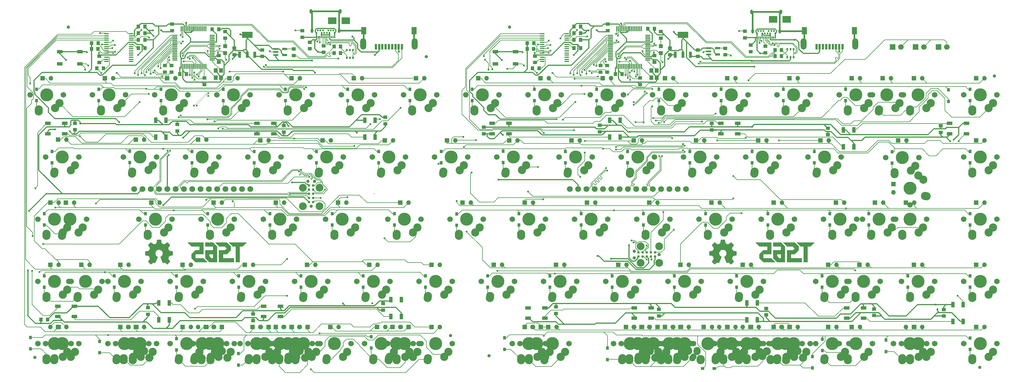
<source format=gbr>
G04 #@! TF.FileFunction,Copper,L2,Bot,Signal*
%FSLAX46Y46*%
G04 Gerber Fmt 4.6, Leading zero omitted, Abs format (unit mm)*
G04 Created by KiCad (PCBNEW 4.0.1-stable) date 2/25/2016 3:38:44 PM*
%MOMM*%
G01*
G04 APERTURE LIST*
%ADD10C,0.150000*%
%ADD11C,0.002540*%
%ADD12C,0.010000*%
%ADD13C,3.987810*%
%ADD14C,1.701810*%
%ADD15C,2.500000*%
%ADD16O,0.800000X1.400000*%
%ADD17C,0.600000*%
%ADD18R,0.300000X0.700000*%
%ADD19C,1.800000*%
%ADD20C,0.787400*%
%ADD21C,0.990610*%
%ADD22C,2.374910*%
%ADD23O,2.500000X2.500000*%
%ADD24O,2.200000X2.500000*%
%ADD25C,1.900000*%
%ADD26R,1.198880X1.198880*%
%ADD27O,1.400000X1.400000*%
%ADD28R,1.400000X1.400000*%
%ADD29R,1.000000X1.250000*%
%ADD30R,1.250000X1.000000*%
%ADD31R,0.850900X1.000760*%
%ADD32R,1.800000X1.100000*%
%ADD33R,1.430000X0.400000*%
%ADD34R,0.300000X1.500000*%
%ADD35R,1.500000X0.300000*%
%ADD36R,1.200000X1.400000*%
%ADD37C,1.000000*%
%ADD38O,1.800000X3.500000*%
%ADD39R,0.700000X1.800000*%
%ADD40R,1.640000X2.200000*%
%ADD41R,0.950000X1.900000*%
%ADD42R,3.250000X1.900000*%
%ADD43R,1.000760X0.850900*%
%ADD44R,1.490000X0.600000*%
%ADD45R,1.490000X0.740000*%
%ADD46R,2.651760X2.029460*%
%ADD47R,0.550000X0.800000*%
%ADD48R,1.700000X1.700000*%
%ADD49C,1.700000*%
%ADD50R,1.651000X1.000000*%
%ADD51R,1.000000X1.651000*%
%ADD52C,0.609600*%
%ADD53C,0.152400*%
%ADD54C,0.508000*%
%ADD55C,0.304800*%
%ADD56C,0.125000*%
%ADD57C,0.152000*%
G04 APERTURE END LIST*
D10*
D11*
G36*
X94235400Y-134188640D02*
X94237940Y-134330880D01*
X94237940Y-134447720D01*
X94237940Y-134541700D01*
X94240480Y-134615360D01*
X94240480Y-134671240D01*
X94243020Y-134709340D01*
X94248100Y-134737280D01*
X94253180Y-134752520D01*
X94255720Y-134757600D01*
X94273500Y-134762680D01*
X94316680Y-134772840D01*
X94380180Y-134788080D01*
X94464000Y-134805860D01*
X94560520Y-134823640D01*
X94667200Y-134846500D01*
X94781500Y-134866820D01*
X94911040Y-134889680D01*
X95025340Y-134912540D01*
X95124400Y-134932860D01*
X95205680Y-134950640D01*
X95264100Y-134965880D01*
X95302200Y-134976040D01*
X95312360Y-134981120D01*
X95322520Y-134998900D01*
X95342840Y-135037000D01*
X95368240Y-135095420D01*
X95398720Y-135169080D01*
X95434280Y-135252900D01*
X95472380Y-135341800D01*
X95507940Y-135433240D01*
X95546040Y-135527220D01*
X95579060Y-135613580D01*
X95607000Y-135689780D01*
X95632400Y-135755820D01*
X95647640Y-135804080D01*
X95655260Y-135832020D01*
X95655260Y-135837100D01*
X95647640Y-135852340D01*
X95624780Y-135887900D01*
X95586680Y-135943780D01*
X95540960Y-136012360D01*
X95487620Y-136093640D01*
X95424120Y-136182540D01*
X95358080Y-136279060D01*
X95292040Y-136375580D01*
X95231080Y-136467020D01*
X95177740Y-136550840D01*
X95132020Y-136619420D01*
X95099000Y-136675300D01*
X95076140Y-136710860D01*
X95068520Y-136728640D01*
X95078680Y-136743880D01*
X95106620Y-136776900D01*
X95149800Y-136825160D01*
X95203140Y-136883580D01*
X95269180Y-136949620D01*
X95340300Y-137023280D01*
X95416500Y-137102020D01*
X95495240Y-137180760D01*
X95571440Y-137256960D01*
X95647640Y-137330620D01*
X95713680Y-137396660D01*
X95774640Y-137452540D01*
X95822900Y-137495720D01*
X95855920Y-137526200D01*
X95873700Y-137538900D01*
X95876240Y-137538900D01*
X95891480Y-137531280D01*
X95927040Y-137508420D01*
X95982920Y-137472860D01*
X96051500Y-137427140D01*
X96132780Y-137373800D01*
X96224220Y-137312840D01*
X96318200Y-137249340D01*
X96414720Y-137183300D01*
X96506160Y-137119800D01*
X96587440Y-137066460D01*
X96656020Y-137023280D01*
X96711900Y-136987720D01*
X96747460Y-136967400D01*
X96765240Y-136959780D01*
X96785560Y-136964860D01*
X96823660Y-136982640D01*
X96879540Y-137010580D01*
X96943040Y-137043600D01*
X96973520Y-137058840D01*
X97044640Y-137096940D01*
X97105600Y-137124880D01*
X97153860Y-137145200D01*
X97184340Y-137155360D01*
X97189420Y-137155360D01*
X97197040Y-137150280D01*
X97204660Y-137140120D01*
X97217360Y-137119800D01*
X97232600Y-137089320D01*
X97252920Y-137048680D01*
X97278320Y-136990260D01*
X97311340Y-136919140D01*
X97349440Y-136830240D01*
X97395160Y-136723560D01*
X97448500Y-136594020D01*
X97512000Y-136441620D01*
X97585660Y-136266360D01*
X97598360Y-136235880D01*
X97659320Y-136083480D01*
X97720280Y-135938700D01*
X97773620Y-135804080D01*
X97824420Y-135679620D01*
X97867600Y-135570400D01*
X97905700Y-135476420D01*
X97933640Y-135400220D01*
X97953960Y-135344340D01*
X97964120Y-135311320D01*
X97966660Y-135301160D01*
X97951420Y-135285920D01*
X97920940Y-135257980D01*
X97875220Y-135222420D01*
X97829500Y-135189400D01*
X97712660Y-135103040D01*
X97616140Y-135021760D01*
X97537400Y-134940480D01*
X97471360Y-134851580D01*
X97410400Y-134752520D01*
X97379920Y-134696640D01*
X97313880Y-134534080D01*
X97273240Y-134366440D01*
X97260540Y-134196260D01*
X97273240Y-134026080D01*
X97311340Y-133860980D01*
X97372300Y-133703500D01*
X97458660Y-133551100D01*
X97570420Y-133411400D01*
X97578040Y-133403780D01*
X97710120Y-133281860D01*
X97857440Y-133182800D01*
X98022540Y-133106600D01*
X98103820Y-133078660D01*
X98149540Y-133065960D01*
X98192720Y-133055800D01*
X98240980Y-133050720D01*
X98301940Y-133048180D01*
X98378140Y-133045640D01*
X98421320Y-133045640D01*
X98505140Y-133045640D01*
X98573720Y-133048180D01*
X98624520Y-133053260D01*
X98670240Y-133060880D01*
X98715960Y-133073580D01*
X98736280Y-133078660D01*
X98909000Y-133147240D01*
X99063940Y-133236140D01*
X99203640Y-133347900D01*
X99323020Y-133479980D01*
X99422080Y-133627300D01*
X99450020Y-133680640D01*
X99505900Y-133810180D01*
X99544000Y-133932100D01*
X99564320Y-134059100D01*
X99569400Y-134193720D01*
X99556700Y-134374060D01*
X99516060Y-134546780D01*
X99450020Y-134709340D01*
X99361120Y-134859200D01*
X99246820Y-134993820D01*
X99196020Y-135042080D01*
X99132520Y-135095420D01*
X99058860Y-135151300D01*
X98990280Y-135202100D01*
X98929320Y-135242740D01*
X98921700Y-135245280D01*
X98888680Y-135270680D01*
X98870900Y-135296080D01*
X98868360Y-135301160D01*
X98873440Y-135318940D01*
X98886140Y-135362120D01*
X98911540Y-135428160D01*
X98944560Y-135517060D01*
X98987740Y-135626280D01*
X99038540Y-135753280D01*
X99096960Y-135898060D01*
X99163000Y-136058080D01*
X99229040Y-136215560D01*
X99290000Y-136365420D01*
X99350960Y-136507660D01*
X99406840Y-136642280D01*
X99457640Y-136764200D01*
X99503360Y-136873420D01*
X99541460Y-136964860D01*
X99571940Y-137038520D01*
X99594800Y-137091860D01*
X99607500Y-137122340D01*
X99610040Y-137129960D01*
X99632900Y-137150280D01*
X99653220Y-137157900D01*
X99673540Y-137150280D01*
X99714180Y-137132500D01*
X99770060Y-137107100D01*
X99836100Y-137071540D01*
X99864040Y-137056300D01*
X99947860Y-137013120D01*
X100013900Y-136982640D01*
X100059620Y-136964860D01*
X100082480Y-136962320D01*
X100100260Y-136972480D01*
X100140900Y-136995340D01*
X100196780Y-137030900D01*
X100262820Y-137074080D01*
X100339020Y-137124880D01*
X100387280Y-137157900D01*
X100516820Y-137249340D01*
X100626040Y-137323000D01*
X100714940Y-137383960D01*
X100788600Y-137434760D01*
X100844480Y-137472860D01*
X100887660Y-137500800D01*
X100920680Y-137518580D01*
X100943540Y-137531280D01*
X100956240Y-137536360D01*
X100963860Y-137538900D01*
X100976560Y-137528740D01*
X101009580Y-137500800D01*
X101057840Y-137457620D01*
X101118800Y-137401740D01*
X101189920Y-137333160D01*
X101268660Y-137254420D01*
X101352480Y-137170600D01*
X101370260Y-137152820D01*
X101456620Y-137066460D01*
X101535360Y-136987720D01*
X101606480Y-136914060D01*
X101667440Y-136850560D01*
X101715700Y-136799760D01*
X101748720Y-136764200D01*
X101763960Y-136746420D01*
X101763960Y-136743880D01*
X101766500Y-136736260D01*
X101766500Y-136728640D01*
X101763960Y-136718480D01*
X101758880Y-136700700D01*
X101746180Y-136677840D01*
X101725860Y-136647360D01*
X101697920Y-136604180D01*
X101657280Y-136545760D01*
X101609020Y-136472100D01*
X101545520Y-136378120D01*
X101466780Y-136266360D01*
X101459160Y-136256200D01*
X101393120Y-136159680D01*
X101334700Y-136070780D01*
X101281360Y-135989500D01*
X101235640Y-135923460D01*
X101202620Y-135870120D01*
X101182300Y-135837100D01*
X101177220Y-135821860D01*
X101182300Y-135804080D01*
X101197540Y-135763440D01*
X101217860Y-135705020D01*
X101248340Y-135628820D01*
X101283900Y-135539920D01*
X101322000Y-135440860D01*
X101342320Y-135392600D01*
X101390580Y-135270680D01*
X101431220Y-135171620D01*
X101464240Y-135095420D01*
X101489640Y-135039540D01*
X101509960Y-135001440D01*
X101525200Y-134978580D01*
X101535360Y-134968420D01*
X101555680Y-134963340D01*
X101601400Y-134953180D01*
X101667440Y-134940480D01*
X101751260Y-134922700D01*
X101847780Y-134904920D01*
X101957000Y-134884600D01*
X102063680Y-134864280D01*
X102180520Y-134843960D01*
X102287200Y-134821100D01*
X102383720Y-134803320D01*
X102462460Y-134785540D01*
X102525960Y-134772840D01*
X102566600Y-134762680D01*
X102581840Y-134757600D01*
X102586920Y-134747440D01*
X102592000Y-134729660D01*
X102594540Y-134696640D01*
X102597080Y-134650920D01*
X102599620Y-134587420D01*
X102602160Y-134503600D01*
X102602160Y-134396920D01*
X102602160Y-134267380D01*
X102602160Y-134186100D01*
X102602160Y-133632380D01*
X102569140Y-133612060D01*
X102548820Y-133604440D01*
X102503100Y-133594280D01*
X102437060Y-133579040D01*
X102353240Y-133561260D01*
X102254180Y-133540940D01*
X102144960Y-133520620D01*
X102025580Y-133497760D01*
X102023040Y-133497760D01*
X101906200Y-133477440D01*
X101796980Y-133454580D01*
X101700460Y-133436800D01*
X101616640Y-133419020D01*
X101553140Y-133403780D01*
X101509960Y-133393620D01*
X101492180Y-133386000D01*
X101489640Y-133386000D01*
X101479480Y-133368220D01*
X101461700Y-133330120D01*
X101433760Y-133271700D01*
X101403280Y-133200580D01*
X101367720Y-133119300D01*
X101329620Y-133032940D01*
X101291520Y-132941500D01*
X101253420Y-132855140D01*
X101220400Y-132773860D01*
X101189920Y-132702740D01*
X101167060Y-132646860D01*
X101154360Y-132606220D01*
X101149280Y-132590980D01*
X101156900Y-132575740D01*
X101179760Y-132537640D01*
X101212780Y-132484300D01*
X101258500Y-132413180D01*
X101314380Y-132331900D01*
X101375340Y-132240460D01*
X101443920Y-132141400D01*
X101454080Y-132126160D01*
X101522660Y-132024560D01*
X101586160Y-131930580D01*
X101642040Y-131846760D01*
X101690300Y-131773100D01*
X101728400Y-131714680D01*
X101753800Y-131674040D01*
X101766500Y-131653720D01*
X101766500Y-131653720D01*
X101763960Y-131641020D01*
X101751260Y-131623240D01*
X101730940Y-131595300D01*
X101695380Y-131554660D01*
X101647120Y-131501320D01*
X101581080Y-131435280D01*
X101499800Y-131351460D01*
X101400740Y-131252400D01*
X101380420Y-131232080D01*
X101281360Y-131130480D01*
X101189920Y-131044120D01*
X101113720Y-130970460D01*
X101050220Y-130912040D01*
X101001960Y-130868860D01*
X100971480Y-130843460D01*
X100961320Y-130838380D01*
X100943540Y-130846000D01*
X100905440Y-130866320D01*
X100849560Y-130901880D01*
X100778440Y-130947600D01*
X100697160Y-131000940D01*
X100603180Y-131064440D01*
X100504120Y-131130480D01*
X100493960Y-131138100D01*
X100394900Y-131206680D01*
X100300920Y-131270180D01*
X100217100Y-131328600D01*
X100143440Y-131376860D01*
X100085020Y-131414960D01*
X100044380Y-131442900D01*
X100024060Y-131455600D01*
X100024060Y-131455600D01*
X100011360Y-131460680D01*
X99993580Y-131458140D01*
X99965640Y-131453060D01*
X99927540Y-131440360D01*
X99874200Y-131422580D01*
X99803080Y-131394640D01*
X99709100Y-131356540D01*
X99643060Y-131328600D01*
X99526220Y-131282880D01*
X99434780Y-131244780D01*
X99361120Y-131214300D01*
X99307780Y-131188900D01*
X99269680Y-131171120D01*
X99241740Y-131158420D01*
X99226500Y-131145720D01*
X99216340Y-131135560D01*
X99211260Y-131127940D01*
X99208720Y-131120320D01*
X99203640Y-131100000D01*
X99196020Y-131056820D01*
X99183320Y-130990780D01*
X99165540Y-130906960D01*
X99147760Y-130807900D01*
X99127440Y-130698680D01*
X99104580Y-130581840D01*
X99102040Y-130569140D01*
X99079180Y-130449760D01*
X99058860Y-130340540D01*
X99038540Y-130241480D01*
X99020760Y-130157660D01*
X99005520Y-130091620D01*
X98995360Y-130045900D01*
X98990280Y-130025580D01*
X98987740Y-130025580D01*
X98980120Y-130020500D01*
X98962340Y-130015420D01*
X98934400Y-130012880D01*
X98891220Y-130010340D01*
X98830260Y-130007800D01*
X98751520Y-130005260D01*
X98652460Y-130005260D01*
X98528000Y-130005260D01*
X98421320Y-130005260D01*
X98299400Y-130005260D01*
X98185100Y-130005260D01*
X98083500Y-130007800D01*
X97994600Y-130010340D01*
X97926020Y-130010340D01*
X97877760Y-130012880D01*
X97852360Y-130015420D01*
X97852360Y-130015420D01*
X97844740Y-130033200D01*
X97832040Y-130076380D01*
X97816800Y-130142420D01*
X97799020Y-130231320D01*
X97776160Y-130340540D01*
X97753300Y-130465000D01*
X97730440Y-130581840D01*
X97707580Y-130703760D01*
X97684720Y-130815520D01*
X97664400Y-130917120D01*
X97649160Y-131003480D01*
X97633920Y-131072060D01*
X97621220Y-131120320D01*
X97616140Y-131145720D01*
X97613600Y-131148260D01*
X97595820Y-131158420D01*
X97557720Y-131176200D01*
X97499300Y-131201600D01*
X97430720Y-131232080D01*
X97349440Y-131265100D01*
X97263080Y-131300660D01*
X97174180Y-131336220D01*
X97087820Y-131371780D01*
X97006540Y-131402260D01*
X96935420Y-131430200D01*
X96879540Y-131450520D01*
X96841440Y-131463220D01*
X96826200Y-131468300D01*
X96810960Y-131458140D01*
X96775400Y-131435280D01*
X96722060Y-131399720D01*
X96653480Y-131351460D01*
X96572200Y-131295580D01*
X96480760Y-131234620D01*
X96379160Y-131166040D01*
X96356300Y-131148260D01*
X96254700Y-131079680D01*
X96160720Y-131016180D01*
X96074360Y-130960300D01*
X96000700Y-130912040D01*
X95942280Y-130873940D01*
X95901640Y-130848540D01*
X95878780Y-130838380D01*
X95876240Y-130838380D01*
X95861000Y-130846000D01*
X95827980Y-130873940D01*
X95782260Y-130917120D01*
X95723840Y-130973000D01*
X95655260Y-131036500D01*
X95581600Y-131110160D01*
X95502860Y-131186360D01*
X95426660Y-131265100D01*
X95347920Y-131341300D01*
X95276800Y-131417500D01*
X95210760Y-131483540D01*
X95154880Y-131544500D01*
X95109160Y-131592760D01*
X95081220Y-131628320D01*
X95068520Y-131646100D01*
X95068520Y-131646100D01*
X95076140Y-131663880D01*
X95099000Y-131699440D01*
X95134560Y-131755320D01*
X95180280Y-131826440D01*
X95233620Y-131907720D01*
X95294580Y-131999160D01*
X95363160Y-132098220D01*
X95365700Y-132103300D01*
X95434280Y-132202360D01*
X95497780Y-132296340D01*
X95556200Y-132380160D01*
X95604460Y-132451280D01*
X95640020Y-132509700D01*
X95667960Y-132547800D01*
X95678120Y-132568120D01*
X95678120Y-132568120D01*
X95680660Y-132580820D01*
X95678120Y-132601140D01*
X95667960Y-132634160D01*
X95652720Y-132682420D01*
X95627320Y-132745920D01*
X95591760Y-132829740D01*
X95548580Y-132933880D01*
X95525720Y-132987220D01*
X95480000Y-133093900D01*
X95439360Y-133185340D01*
X95401260Y-133266620D01*
X95370780Y-133327580D01*
X95347920Y-133370760D01*
X95335220Y-133391080D01*
X95332680Y-133393620D01*
X95314900Y-133398700D01*
X95271720Y-133408860D01*
X95205680Y-133421560D01*
X95124400Y-133439340D01*
X95025340Y-133457120D01*
X94916120Y-133479980D01*
X94796740Y-133502840D01*
X94784040Y-133502840D01*
X94649420Y-133530780D01*
X94530040Y-133553640D01*
X94428440Y-133573960D01*
X94349700Y-133591740D01*
X94291280Y-133606980D01*
X94255720Y-133617140D01*
X94248100Y-133619680D01*
X94245560Y-133637460D01*
X94243020Y-133680640D01*
X94240480Y-133744140D01*
X94240480Y-133827960D01*
X94237940Y-133927020D01*
X94237940Y-134036240D01*
X94235400Y-134158160D01*
X94235400Y-134188640D01*
X94235400Y-134188640D01*
X94235400Y-134188640D01*
G37*
X94235400Y-134188640D02*
X94237940Y-134330880D01*
X94237940Y-134447720D01*
X94237940Y-134541700D01*
X94240480Y-134615360D01*
X94240480Y-134671240D01*
X94243020Y-134709340D01*
X94248100Y-134737280D01*
X94253180Y-134752520D01*
X94255720Y-134757600D01*
X94273500Y-134762680D01*
X94316680Y-134772840D01*
X94380180Y-134788080D01*
X94464000Y-134805860D01*
X94560520Y-134823640D01*
X94667200Y-134846500D01*
X94781500Y-134866820D01*
X94911040Y-134889680D01*
X95025340Y-134912540D01*
X95124400Y-134932860D01*
X95205680Y-134950640D01*
X95264100Y-134965880D01*
X95302200Y-134976040D01*
X95312360Y-134981120D01*
X95322520Y-134998900D01*
X95342840Y-135037000D01*
X95368240Y-135095420D01*
X95398720Y-135169080D01*
X95434280Y-135252900D01*
X95472380Y-135341800D01*
X95507940Y-135433240D01*
X95546040Y-135527220D01*
X95579060Y-135613580D01*
X95607000Y-135689780D01*
X95632400Y-135755820D01*
X95647640Y-135804080D01*
X95655260Y-135832020D01*
X95655260Y-135837100D01*
X95647640Y-135852340D01*
X95624780Y-135887900D01*
X95586680Y-135943780D01*
X95540960Y-136012360D01*
X95487620Y-136093640D01*
X95424120Y-136182540D01*
X95358080Y-136279060D01*
X95292040Y-136375580D01*
X95231080Y-136467020D01*
X95177740Y-136550840D01*
X95132020Y-136619420D01*
X95099000Y-136675300D01*
X95076140Y-136710860D01*
X95068520Y-136728640D01*
X95078680Y-136743880D01*
X95106620Y-136776900D01*
X95149800Y-136825160D01*
X95203140Y-136883580D01*
X95269180Y-136949620D01*
X95340300Y-137023280D01*
X95416500Y-137102020D01*
X95495240Y-137180760D01*
X95571440Y-137256960D01*
X95647640Y-137330620D01*
X95713680Y-137396660D01*
X95774640Y-137452540D01*
X95822900Y-137495720D01*
X95855920Y-137526200D01*
X95873700Y-137538900D01*
X95876240Y-137538900D01*
X95891480Y-137531280D01*
X95927040Y-137508420D01*
X95982920Y-137472860D01*
X96051500Y-137427140D01*
X96132780Y-137373800D01*
X96224220Y-137312840D01*
X96318200Y-137249340D01*
X96414720Y-137183300D01*
X96506160Y-137119800D01*
X96587440Y-137066460D01*
X96656020Y-137023280D01*
X96711900Y-136987720D01*
X96747460Y-136967400D01*
X96765240Y-136959780D01*
X96785560Y-136964860D01*
X96823660Y-136982640D01*
X96879540Y-137010580D01*
X96943040Y-137043600D01*
X96973520Y-137058840D01*
X97044640Y-137096940D01*
X97105600Y-137124880D01*
X97153860Y-137145200D01*
X97184340Y-137155360D01*
X97189420Y-137155360D01*
X97197040Y-137150280D01*
X97204660Y-137140120D01*
X97217360Y-137119800D01*
X97232600Y-137089320D01*
X97252920Y-137048680D01*
X97278320Y-136990260D01*
X97311340Y-136919140D01*
X97349440Y-136830240D01*
X97395160Y-136723560D01*
X97448500Y-136594020D01*
X97512000Y-136441620D01*
X97585660Y-136266360D01*
X97598360Y-136235880D01*
X97659320Y-136083480D01*
X97720280Y-135938700D01*
X97773620Y-135804080D01*
X97824420Y-135679620D01*
X97867600Y-135570400D01*
X97905700Y-135476420D01*
X97933640Y-135400220D01*
X97953960Y-135344340D01*
X97964120Y-135311320D01*
X97966660Y-135301160D01*
X97951420Y-135285920D01*
X97920940Y-135257980D01*
X97875220Y-135222420D01*
X97829500Y-135189400D01*
X97712660Y-135103040D01*
X97616140Y-135021760D01*
X97537400Y-134940480D01*
X97471360Y-134851580D01*
X97410400Y-134752520D01*
X97379920Y-134696640D01*
X97313880Y-134534080D01*
X97273240Y-134366440D01*
X97260540Y-134196260D01*
X97273240Y-134026080D01*
X97311340Y-133860980D01*
X97372300Y-133703500D01*
X97458660Y-133551100D01*
X97570420Y-133411400D01*
X97578040Y-133403780D01*
X97710120Y-133281860D01*
X97857440Y-133182800D01*
X98022540Y-133106600D01*
X98103820Y-133078660D01*
X98149540Y-133065960D01*
X98192720Y-133055800D01*
X98240980Y-133050720D01*
X98301940Y-133048180D01*
X98378140Y-133045640D01*
X98421320Y-133045640D01*
X98505140Y-133045640D01*
X98573720Y-133048180D01*
X98624520Y-133053260D01*
X98670240Y-133060880D01*
X98715960Y-133073580D01*
X98736280Y-133078660D01*
X98909000Y-133147240D01*
X99063940Y-133236140D01*
X99203640Y-133347900D01*
X99323020Y-133479980D01*
X99422080Y-133627300D01*
X99450020Y-133680640D01*
X99505900Y-133810180D01*
X99544000Y-133932100D01*
X99564320Y-134059100D01*
X99569400Y-134193720D01*
X99556700Y-134374060D01*
X99516060Y-134546780D01*
X99450020Y-134709340D01*
X99361120Y-134859200D01*
X99246820Y-134993820D01*
X99196020Y-135042080D01*
X99132520Y-135095420D01*
X99058860Y-135151300D01*
X98990280Y-135202100D01*
X98929320Y-135242740D01*
X98921700Y-135245280D01*
X98888680Y-135270680D01*
X98870900Y-135296080D01*
X98868360Y-135301160D01*
X98873440Y-135318940D01*
X98886140Y-135362120D01*
X98911540Y-135428160D01*
X98944560Y-135517060D01*
X98987740Y-135626280D01*
X99038540Y-135753280D01*
X99096960Y-135898060D01*
X99163000Y-136058080D01*
X99229040Y-136215560D01*
X99290000Y-136365420D01*
X99350960Y-136507660D01*
X99406840Y-136642280D01*
X99457640Y-136764200D01*
X99503360Y-136873420D01*
X99541460Y-136964860D01*
X99571940Y-137038520D01*
X99594800Y-137091860D01*
X99607500Y-137122340D01*
X99610040Y-137129960D01*
X99632900Y-137150280D01*
X99653220Y-137157900D01*
X99673540Y-137150280D01*
X99714180Y-137132500D01*
X99770060Y-137107100D01*
X99836100Y-137071540D01*
X99864040Y-137056300D01*
X99947860Y-137013120D01*
X100013900Y-136982640D01*
X100059620Y-136964860D01*
X100082480Y-136962320D01*
X100100260Y-136972480D01*
X100140900Y-136995340D01*
X100196780Y-137030900D01*
X100262820Y-137074080D01*
X100339020Y-137124880D01*
X100387280Y-137157900D01*
X100516820Y-137249340D01*
X100626040Y-137323000D01*
X100714940Y-137383960D01*
X100788600Y-137434760D01*
X100844480Y-137472860D01*
X100887660Y-137500800D01*
X100920680Y-137518580D01*
X100943540Y-137531280D01*
X100956240Y-137536360D01*
X100963860Y-137538900D01*
X100976560Y-137528740D01*
X101009580Y-137500800D01*
X101057840Y-137457620D01*
X101118800Y-137401740D01*
X101189920Y-137333160D01*
X101268660Y-137254420D01*
X101352480Y-137170600D01*
X101370260Y-137152820D01*
X101456620Y-137066460D01*
X101535360Y-136987720D01*
X101606480Y-136914060D01*
X101667440Y-136850560D01*
X101715700Y-136799760D01*
X101748720Y-136764200D01*
X101763960Y-136746420D01*
X101763960Y-136743880D01*
X101766500Y-136736260D01*
X101766500Y-136728640D01*
X101763960Y-136718480D01*
X101758880Y-136700700D01*
X101746180Y-136677840D01*
X101725860Y-136647360D01*
X101697920Y-136604180D01*
X101657280Y-136545760D01*
X101609020Y-136472100D01*
X101545520Y-136378120D01*
X101466780Y-136266360D01*
X101459160Y-136256200D01*
X101393120Y-136159680D01*
X101334700Y-136070780D01*
X101281360Y-135989500D01*
X101235640Y-135923460D01*
X101202620Y-135870120D01*
X101182300Y-135837100D01*
X101177220Y-135821860D01*
X101182300Y-135804080D01*
X101197540Y-135763440D01*
X101217860Y-135705020D01*
X101248340Y-135628820D01*
X101283900Y-135539920D01*
X101322000Y-135440860D01*
X101342320Y-135392600D01*
X101390580Y-135270680D01*
X101431220Y-135171620D01*
X101464240Y-135095420D01*
X101489640Y-135039540D01*
X101509960Y-135001440D01*
X101525200Y-134978580D01*
X101535360Y-134968420D01*
X101555680Y-134963340D01*
X101601400Y-134953180D01*
X101667440Y-134940480D01*
X101751260Y-134922700D01*
X101847780Y-134904920D01*
X101957000Y-134884600D01*
X102063680Y-134864280D01*
X102180520Y-134843960D01*
X102287200Y-134821100D01*
X102383720Y-134803320D01*
X102462460Y-134785540D01*
X102525960Y-134772840D01*
X102566600Y-134762680D01*
X102581840Y-134757600D01*
X102586920Y-134747440D01*
X102592000Y-134729660D01*
X102594540Y-134696640D01*
X102597080Y-134650920D01*
X102599620Y-134587420D01*
X102602160Y-134503600D01*
X102602160Y-134396920D01*
X102602160Y-134267380D01*
X102602160Y-134186100D01*
X102602160Y-133632380D01*
X102569140Y-133612060D01*
X102548820Y-133604440D01*
X102503100Y-133594280D01*
X102437060Y-133579040D01*
X102353240Y-133561260D01*
X102254180Y-133540940D01*
X102144960Y-133520620D01*
X102025580Y-133497760D01*
X102023040Y-133497760D01*
X101906200Y-133477440D01*
X101796980Y-133454580D01*
X101700460Y-133436800D01*
X101616640Y-133419020D01*
X101553140Y-133403780D01*
X101509960Y-133393620D01*
X101492180Y-133386000D01*
X101489640Y-133386000D01*
X101479480Y-133368220D01*
X101461700Y-133330120D01*
X101433760Y-133271700D01*
X101403280Y-133200580D01*
X101367720Y-133119300D01*
X101329620Y-133032940D01*
X101291520Y-132941500D01*
X101253420Y-132855140D01*
X101220400Y-132773860D01*
X101189920Y-132702740D01*
X101167060Y-132646860D01*
X101154360Y-132606220D01*
X101149280Y-132590980D01*
X101156900Y-132575740D01*
X101179760Y-132537640D01*
X101212780Y-132484300D01*
X101258500Y-132413180D01*
X101314380Y-132331900D01*
X101375340Y-132240460D01*
X101443920Y-132141400D01*
X101454080Y-132126160D01*
X101522660Y-132024560D01*
X101586160Y-131930580D01*
X101642040Y-131846760D01*
X101690300Y-131773100D01*
X101728400Y-131714680D01*
X101753800Y-131674040D01*
X101766500Y-131653720D01*
X101766500Y-131653720D01*
X101763960Y-131641020D01*
X101751260Y-131623240D01*
X101730940Y-131595300D01*
X101695380Y-131554660D01*
X101647120Y-131501320D01*
X101581080Y-131435280D01*
X101499800Y-131351460D01*
X101400740Y-131252400D01*
X101380420Y-131232080D01*
X101281360Y-131130480D01*
X101189920Y-131044120D01*
X101113720Y-130970460D01*
X101050220Y-130912040D01*
X101001960Y-130868860D01*
X100971480Y-130843460D01*
X100961320Y-130838380D01*
X100943540Y-130846000D01*
X100905440Y-130866320D01*
X100849560Y-130901880D01*
X100778440Y-130947600D01*
X100697160Y-131000940D01*
X100603180Y-131064440D01*
X100504120Y-131130480D01*
X100493960Y-131138100D01*
X100394900Y-131206680D01*
X100300920Y-131270180D01*
X100217100Y-131328600D01*
X100143440Y-131376860D01*
X100085020Y-131414960D01*
X100044380Y-131442900D01*
X100024060Y-131455600D01*
X100024060Y-131455600D01*
X100011360Y-131460680D01*
X99993580Y-131458140D01*
X99965640Y-131453060D01*
X99927540Y-131440360D01*
X99874200Y-131422580D01*
X99803080Y-131394640D01*
X99709100Y-131356540D01*
X99643060Y-131328600D01*
X99526220Y-131282880D01*
X99434780Y-131244780D01*
X99361120Y-131214300D01*
X99307780Y-131188900D01*
X99269680Y-131171120D01*
X99241740Y-131158420D01*
X99226500Y-131145720D01*
X99216340Y-131135560D01*
X99211260Y-131127940D01*
X99208720Y-131120320D01*
X99203640Y-131100000D01*
X99196020Y-131056820D01*
X99183320Y-130990780D01*
X99165540Y-130906960D01*
X99147760Y-130807900D01*
X99127440Y-130698680D01*
X99104580Y-130581840D01*
X99102040Y-130569140D01*
X99079180Y-130449760D01*
X99058860Y-130340540D01*
X99038540Y-130241480D01*
X99020760Y-130157660D01*
X99005520Y-130091620D01*
X98995360Y-130045900D01*
X98990280Y-130025580D01*
X98987740Y-130025580D01*
X98980120Y-130020500D01*
X98962340Y-130015420D01*
X98934400Y-130012880D01*
X98891220Y-130010340D01*
X98830260Y-130007800D01*
X98751520Y-130005260D01*
X98652460Y-130005260D01*
X98528000Y-130005260D01*
X98421320Y-130005260D01*
X98299400Y-130005260D01*
X98185100Y-130005260D01*
X98083500Y-130007800D01*
X97994600Y-130010340D01*
X97926020Y-130010340D01*
X97877760Y-130012880D01*
X97852360Y-130015420D01*
X97852360Y-130015420D01*
X97844740Y-130033200D01*
X97832040Y-130076380D01*
X97816800Y-130142420D01*
X97799020Y-130231320D01*
X97776160Y-130340540D01*
X97753300Y-130465000D01*
X97730440Y-130581840D01*
X97707580Y-130703760D01*
X97684720Y-130815520D01*
X97664400Y-130917120D01*
X97649160Y-131003480D01*
X97633920Y-131072060D01*
X97621220Y-131120320D01*
X97616140Y-131145720D01*
X97613600Y-131148260D01*
X97595820Y-131158420D01*
X97557720Y-131176200D01*
X97499300Y-131201600D01*
X97430720Y-131232080D01*
X97349440Y-131265100D01*
X97263080Y-131300660D01*
X97174180Y-131336220D01*
X97087820Y-131371780D01*
X97006540Y-131402260D01*
X96935420Y-131430200D01*
X96879540Y-131450520D01*
X96841440Y-131463220D01*
X96826200Y-131468300D01*
X96810960Y-131458140D01*
X96775400Y-131435280D01*
X96722060Y-131399720D01*
X96653480Y-131351460D01*
X96572200Y-131295580D01*
X96480760Y-131234620D01*
X96379160Y-131166040D01*
X96356300Y-131148260D01*
X96254700Y-131079680D01*
X96160720Y-131016180D01*
X96074360Y-130960300D01*
X96000700Y-130912040D01*
X95942280Y-130873940D01*
X95901640Y-130848540D01*
X95878780Y-130838380D01*
X95876240Y-130838380D01*
X95861000Y-130846000D01*
X95827980Y-130873940D01*
X95782260Y-130917120D01*
X95723840Y-130973000D01*
X95655260Y-131036500D01*
X95581600Y-131110160D01*
X95502860Y-131186360D01*
X95426660Y-131265100D01*
X95347920Y-131341300D01*
X95276800Y-131417500D01*
X95210760Y-131483540D01*
X95154880Y-131544500D01*
X95109160Y-131592760D01*
X95081220Y-131628320D01*
X95068520Y-131646100D01*
X95068520Y-131646100D01*
X95076140Y-131663880D01*
X95099000Y-131699440D01*
X95134560Y-131755320D01*
X95180280Y-131826440D01*
X95233620Y-131907720D01*
X95294580Y-131999160D01*
X95363160Y-132098220D01*
X95365700Y-132103300D01*
X95434280Y-132202360D01*
X95497780Y-132296340D01*
X95556200Y-132380160D01*
X95604460Y-132451280D01*
X95640020Y-132509700D01*
X95667960Y-132547800D01*
X95678120Y-132568120D01*
X95678120Y-132568120D01*
X95680660Y-132580820D01*
X95678120Y-132601140D01*
X95667960Y-132634160D01*
X95652720Y-132682420D01*
X95627320Y-132745920D01*
X95591760Y-132829740D01*
X95548580Y-132933880D01*
X95525720Y-132987220D01*
X95480000Y-133093900D01*
X95439360Y-133185340D01*
X95401260Y-133266620D01*
X95370780Y-133327580D01*
X95347920Y-133370760D01*
X95335220Y-133391080D01*
X95332680Y-133393620D01*
X95314900Y-133398700D01*
X95271720Y-133408860D01*
X95205680Y-133421560D01*
X95124400Y-133439340D01*
X95025340Y-133457120D01*
X94916120Y-133479980D01*
X94796740Y-133502840D01*
X94784040Y-133502840D01*
X94649420Y-133530780D01*
X94530040Y-133553640D01*
X94428440Y-133573960D01*
X94349700Y-133591740D01*
X94291280Y-133606980D01*
X94255720Y-133617140D01*
X94248100Y-133619680D01*
X94245560Y-133637460D01*
X94243020Y-133680640D01*
X94240480Y-133744140D01*
X94240480Y-133827960D01*
X94237940Y-133927020D01*
X94237940Y-134036240D01*
X94235400Y-134158160D01*
X94235400Y-134188640D01*
X94235400Y-134188640D01*
D12*
G36*
X120382640Y-131463220D02*
X120976935Y-132057580D01*
X121876160Y-132057580D01*
X121876160Y-136853100D01*
X123075040Y-136853100D01*
X123075040Y-132057580D01*
X123974266Y-132057580D01*
X124568560Y-131463220D01*
X125162855Y-130868860D01*
X119788346Y-130868860D01*
X120382640Y-131463220D01*
X120382640Y-131463220D01*
G37*
X120382640Y-131463220D02*
X120976935Y-132057580D01*
X121876160Y-132057580D01*
X121876160Y-136853100D01*
X123075040Y-136853100D01*
X123075040Y-132057580D01*
X123974266Y-132057580D01*
X124568560Y-131463220D01*
X125162855Y-130868860D01*
X119788346Y-130868860D01*
X120382640Y-131463220D01*
G36*
X115592266Y-130868860D02*
X116186560Y-131463220D01*
X116780855Y-132057580D01*
X118579368Y-132057580D01*
X118881565Y-132359902D01*
X119183762Y-132662225D01*
X118881439Y-132964422D01*
X118579116Y-133266620D01*
X116775840Y-133266620D01*
X116775840Y-136853100D01*
X121266560Y-136853100D01*
X121266560Y-135664380D01*
X117974720Y-135664380D01*
X117974720Y-134455340D01*
X119168585Y-134455340D01*
X120372481Y-133251316D01*
X120372480Y-132656955D01*
X120372480Y-132062595D01*
X119178616Y-130868859D01*
X117385441Y-130868859D01*
X115592266Y-130868860D01*
X115592266Y-130868860D01*
G37*
X115592266Y-130868860D02*
X116186560Y-131463220D01*
X116780855Y-132057580D01*
X118579368Y-132057580D01*
X118881565Y-132359902D01*
X119183762Y-132662225D01*
X118881439Y-132964422D01*
X118579116Y-133266620D01*
X116775840Y-133266620D01*
X116775840Y-136853100D01*
X121266560Y-136853100D01*
X121266560Y-135664380D01*
X117974720Y-135664380D01*
X117974720Y-134455340D01*
X119168585Y-134455340D01*
X120372481Y-133251316D01*
X120372480Y-132656955D01*
X120372480Y-132062595D01*
X119178616Y-130868859D01*
X117385441Y-130868859D01*
X115592266Y-130868860D01*
G36*
X112579760Y-130868860D02*
X112579760Y-132057580D01*
X114977520Y-132057580D01*
X114977520Y-133266620D01*
X112579760Y-133266620D01*
X112579760Y-135659364D01*
X113176693Y-136256232D01*
X113773625Y-136853100D01*
X116166240Y-136853100D01*
X116166240Y-134455340D01*
X114977520Y-134455340D01*
X114977520Y-135664380D01*
X114373125Y-135664380D01*
X114070803Y-135362183D01*
X113768480Y-135059987D01*
X113768480Y-134455340D01*
X114977520Y-134455340D01*
X116166240Y-134455340D01*
X116166240Y-132062595D01*
X114972376Y-130868859D01*
X113776068Y-130868859D01*
X112579760Y-130868860D01*
X112579760Y-130868860D01*
G37*
X112579760Y-130868860D02*
X112579760Y-132057580D01*
X114977520Y-132057580D01*
X114977520Y-133266620D01*
X112579760Y-133266620D01*
X112579760Y-135659364D01*
X113176693Y-136256232D01*
X113773625Y-136853100D01*
X116166240Y-136853100D01*
X116166240Y-134455340D01*
X114977520Y-134455340D01*
X114977520Y-135664380D01*
X114373125Y-135664380D01*
X114070803Y-135362183D01*
X113768480Y-135059987D01*
X113768480Y-134455340D01*
X114977520Y-134455340D01*
X116166240Y-134455340D01*
X116166240Y-132062595D01*
X114972376Y-130868859D01*
X113776068Y-130868859D01*
X112579760Y-130868860D01*
G36*
X107784240Y-131463220D02*
X108378535Y-132057580D01*
X110781440Y-132057580D01*
X110781440Y-133266620D01*
X109577416Y-133266620D01*
X108383680Y-134460484D01*
X108383680Y-135659364D01*
X108980613Y-136256232D01*
X109577545Y-136853100D01*
X113153735Y-136853100D01*
X112559440Y-136258740D01*
X111965146Y-135664380D01*
X109572400Y-135664380D01*
X109572400Y-134455340D01*
X111970160Y-134455340D01*
X111970160Y-130868860D01*
X107189946Y-130868860D01*
X107784240Y-131463220D01*
X107784240Y-131463220D01*
G37*
X107784240Y-131463220D02*
X108378535Y-132057580D01*
X110781440Y-132057580D01*
X110781440Y-133266620D01*
X109577416Y-133266620D01*
X108383680Y-134460484D01*
X108383680Y-135659364D01*
X108980613Y-136256232D01*
X109577545Y-136853100D01*
X113153735Y-136853100D01*
X112559440Y-136258740D01*
X111965146Y-135664380D01*
X109572400Y-135664380D01*
X109572400Y-134455340D01*
X111970160Y-134455340D01*
X111970160Y-130868860D01*
X107189946Y-130868860D01*
X107784240Y-131463220D01*
D11*
G36*
X266809000Y-134188640D02*
X266811540Y-134330880D01*
X266811540Y-134447720D01*
X266811540Y-134541700D01*
X266814080Y-134615360D01*
X266814080Y-134671240D01*
X266816620Y-134709340D01*
X266821700Y-134737280D01*
X266826780Y-134752520D01*
X266829320Y-134757600D01*
X266847100Y-134762680D01*
X266890280Y-134772840D01*
X266953780Y-134788080D01*
X267037600Y-134805860D01*
X267134120Y-134823640D01*
X267240800Y-134846500D01*
X267355100Y-134866820D01*
X267484640Y-134889680D01*
X267598940Y-134912540D01*
X267698000Y-134932860D01*
X267779280Y-134950640D01*
X267837700Y-134965880D01*
X267875800Y-134976040D01*
X267885960Y-134981120D01*
X267896120Y-134998900D01*
X267916440Y-135037000D01*
X267941840Y-135095420D01*
X267972320Y-135169080D01*
X268007880Y-135252900D01*
X268045980Y-135341800D01*
X268081540Y-135433240D01*
X268119640Y-135527220D01*
X268152660Y-135613580D01*
X268180600Y-135689780D01*
X268206000Y-135755820D01*
X268221240Y-135804080D01*
X268228860Y-135832020D01*
X268228860Y-135837100D01*
X268221240Y-135852340D01*
X268198380Y-135887900D01*
X268160280Y-135943780D01*
X268114560Y-136012360D01*
X268061220Y-136093640D01*
X267997720Y-136182540D01*
X267931680Y-136279060D01*
X267865640Y-136375580D01*
X267804680Y-136467020D01*
X267751340Y-136550840D01*
X267705620Y-136619420D01*
X267672600Y-136675300D01*
X267649740Y-136710860D01*
X267642120Y-136728640D01*
X267652280Y-136743880D01*
X267680220Y-136776900D01*
X267723400Y-136825160D01*
X267776740Y-136883580D01*
X267842780Y-136949620D01*
X267913900Y-137023280D01*
X267990100Y-137102020D01*
X268068840Y-137180760D01*
X268145040Y-137256960D01*
X268221240Y-137330620D01*
X268287280Y-137396660D01*
X268348240Y-137452540D01*
X268396500Y-137495720D01*
X268429520Y-137526200D01*
X268447300Y-137538900D01*
X268449840Y-137538900D01*
X268465080Y-137531280D01*
X268500640Y-137508420D01*
X268556520Y-137472860D01*
X268625100Y-137427140D01*
X268706380Y-137373800D01*
X268797820Y-137312840D01*
X268891800Y-137249340D01*
X268988320Y-137183300D01*
X269079760Y-137119800D01*
X269161040Y-137066460D01*
X269229620Y-137023280D01*
X269285500Y-136987720D01*
X269321060Y-136967400D01*
X269338840Y-136959780D01*
X269359160Y-136964860D01*
X269397260Y-136982640D01*
X269453140Y-137010580D01*
X269516640Y-137043600D01*
X269547120Y-137058840D01*
X269618240Y-137096940D01*
X269679200Y-137124880D01*
X269727460Y-137145200D01*
X269757940Y-137155360D01*
X269763020Y-137155360D01*
X269770640Y-137150280D01*
X269778260Y-137140120D01*
X269790960Y-137119800D01*
X269806200Y-137089320D01*
X269826520Y-137048680D01*
X269851920Y-136990260D01*
X269884940Y-136919140D01*
X269923040Y-136830240D01*
X269968760Y-136723560D01*
X270022100Y-136594020D01*
X270085600Y-136441620D01*
X270159260Y-136266360D01*
X270171960Y-136235880D01*
X270232920Y-136083480D01*
X270293880Y-135938700D01*
X270347220Y-135804080D01*
X270398020Y-135679620D01*
X270441200Y-135570400D01*
X270479300Y-135476420D01*
X270507240Y-135400220D01*
X270527560Y-135344340D01*
X270537720Y-135311320D01*
X270540260Y-135301160D01*
X270525020Y-135285920D01*
X270494540Y-135257980D01*
X270448820Y-135222420D01*
X270403100Y-135189400D01*
X270286260Y-135103040D01*
X270189740Y-135021760D01*
X270111000Y-134940480D01*
X270044960Y-134851580D01*
X269984000Y-134752520D01*
X269953520Y-134696640D01*
X269887480Y-134534080D01*
X269846840Y-134366440D01*
X269834140Y-134196260D01*
X269846840Y-134026080D01*
X269884940Y-133860980D01*
X269945900Y-133703500D01*
X270032260Y-133551100D01*
X270144020Y-133411400D01*
X270151640Y-133403780D01*
X270283720Y-133281860D01*
X270431040Y-133182800D01*
X270596140Y-133106600D01*
X270677420Y-133078660D01*
X270723140Y-133065960D01*
X270766320Y-133055800D01*
X270814580Y-133050720D01*
X270875540Y-133048180D01*
X270951740Y-133045640D01*
X270994920Y-133045640D01*
X271078740Y-133045640D01*
X271147320Y-133048180D01*
X271198120Y-133053260D01*
X271243840Y-133060880D01*
X271289560Y-133073580D01*
X271309880Y-133078660D01*
X271482600Y-133147240D01*
X271637540Y-133236140D01*
X271777240Y-133347900D01*
X271896620Y-133479980D01*
X271995680Y-133627300D01*
X272023620Y-133680640D01*
X272079500Y-133810180D01*
X272117600Y-133932100D01*
X272137920Y-134059100D01*
X272143000Y-134193720D01*
X272130300Y-134374060D01*
X272089660Y-134546780D01*
X272023620Y-134709340D01*
X271934720Y-134859200D01*
X271820420Y-134993820D01*
X271769620Y-135042080D01*
X271706120Y-135095420D01*
X271632460Y-135151300D01*
X271563880Y-135202100D01*
X271502920Y-135242740D01*
X271495300Y-135245280D01*
X271462280Y-135270680D01*
X271444500Y-135296080D01*
X271441960Y-135301160D01*
X271447040Y-135318940D01*
X271459740Y-135362120D01*
X271485140Y-135428160D01*
X271518160Y-135517060D01*
X271561340Y-135626280D01*
X271612140Y-135753280D01*
X271670560Y-135898060D01*
X271736600Y-136058080D01*
X271802640Y-136215560D01*
X271863600Y-136365420D01*
X271924560Y-136507660D01*
X271980440Y-136642280D01*
X272031240Y-136764200D01*
X272076960Y-136873420D01*
X272115060Y-136964860D01*
X272145540Y-137038520D01*
X272168400Y-137091860D01*
X272181100Y-137122340D01*
X272183640Y-137129960D01*
X272206500Y-137150280D01*
X272226820Y-137157900D01*
X272247140Y-137150280D01*
X272287780Y-137132500D01*
X272343660Y-137107100D01*
X272409700Y-137071540D01*
X272437640Y-137056300D01*
X272521460Y-137013120D01*
X272587500Y-136982640D01*
X272633220Y-136964860D01*
X272656080Y-136962320D01*
X272673860Y-136972480D01*
X272714500Y-136995340D01*
X272770380Y-137030900D01*
X272836420Y-137074080D01*
X272912620Y-137124880D01*
X272960880Y-137157900D01*
X273090420Y-137249340D01*
X273199640Y-137323000D01*
X273288540Y-137383960D01*
X273362200Y-137434760D01*
X273418080Y-137472860D01*
X273461260Y-137500800D01*
X273494280Y-137518580D01*
X273517140Y-137531280D01*
X273529840Y-137536360D01*
X273537460Y-137538900D01*
X273550160Y-137528740D01*
X273583180Y-137500800D01*
X273631440Y-137457620D01*
X273692400Y-137401740D01*
X273763520Y-137333160D01*
X273842260Y-137254420D01*
X273926080Y-137170600D01*
X273943860Y-137152820D01*
X274030220Y-137066460D01*
X274108960Y-136987720D01*
X274180080Y-136914060D01*
X274241040Y-136850560D01*
X274289300Y-136799760D01*
X274322320Y-136764200D01*
X274337560Y-136746420D01*
X274337560Y-136743880D01*
X274340100Y-136736260D01*
X274340100Y-136728640D01*
X274337560Y-136718480D01*
X274332480Y-136700700D01*
X274319780Y-136677840D01*
X274299460Y-136647360D01*
X274271520Y-136604180D01*
X274230880Y-136545760D01*
X274182620Y-136472100D01*
X274119120Y-136378120D01*
X274040380Y-136266360D01*
X274032760Y-136256200D01*
X273966720Y-136159680D01*
X273908300Y-136070780D01*
X273854960Y-135989500D01*
X273809240Y-135923460D01*
X273776220Y-135870120D01*
X273755900Y-135837100D01*
X273750820Y-135821860D01*
X273755900Y-135804080D01*
X273771140Y-135763440D01*
X273791460Y-135705020D01*
X273821940Y-135628820D01*
X273857500Y-135539920D01*
X273895600Y-135440860D01*
X273915920Y-135392600D01*
X273964180Y-135270680D01*
X274004820Y-135171620D01*
X274037840Y-135095420D01*
X274063240Y-135039540D01*
X274083560Y-135001440D01*
X274098800Y-134978580D01*
X274108960Y-134968420D01*
X274129280Y-134963340D01*
X274175000Y-134953180D01*
X274241040Y-134940480D01*
X274324860Y-134922700D01*
X274421380Y-134904920D01*
X274530600Y-134884600D01*
X274637280Y-134864280D01*
X274754120Y-134843960D01*
X274860800Y-134821100D01*
X274957320Y-134803320D01*
X275036060Y-134785540D01*
X275099560Y-134772840D01*
X275140200Y-134762680D01*
X275155440Y-134757600D01*
X275160520Y-134747440D01*
X275165600Y-134729660D01*
X275168140Y-134696640D01*
X275170680Y-134650920D01*
X275173220Y-134587420D01*
X275175760Y-134503600D01*
X275175760Y-134396920D01*
X275175760Y-134267380D01*
X275175760Y-134186100D01*
X275175760Y-133632380D01*
X275142740Y-133612060D01*
X275122420Y-133604440D01*
X275076700Y-133594280D01*
X275010660Y-133579040D01*
X274926840Y-133561260D01*
X274827780Y-133540940D01*
X274718560Y-133520620D01*
X274599180Y-133497760D01*
X274596640Y-133497760D01*
X274479800Y-133477440D01*
X274370580Y-133454580D01*
X274274060Y-133436800D01*
X274190240Y-133419020D01*
X274126740Y-133403780D01*
X274083560Y-133393620D01*
X274065780Y-133386000D01*
X274063240Y-133386000D01*
X274053080Y-133368220D01*
X274035300Y-133330120D01*
X274007360Y-133271700D01*
X273976880Y-133200580D01*
X273941320Y-133119300D01*
X273903220Y-133032940D01*
X273865120Y-132941500D01*
X273827020Y-132855140D01*
X273794000Y-132773860D01*
X273763520Y-132702740D01*
X273740660Y-132646860D01*
X273727960Y-132606220D01*
X273722880Y-132590980D01*
X273730500Y-132575740D01*
X273753360Y-132537640D01*
X273786380Y-132484300D01*
X273832100Y-132413180D01*
X273887980Y-132331900D01*
X273948940Y-132240460D01*
X274017520Y-132141400D01*
X274027680Y-132126160D01*
X274096260Y-132024560D01*
X274159760Y-131930580D01*
X274215640Y-131846760D01*
X274263900Y-131773100D01*
X274302000Y-131714680D01*
X274327400Y-131674040D01*
X274340100Y-131653720D01*
X274340100Y-131653720D01*
X274337560Y-131641020D01*
X274324860Y-131623240D01*
X274304540Y-131595300D01*
X274268980Y-131554660D01*
X274220720Y-131501320D01*
X274154680Y-131435280D01*
X274073400Y-131351460D01*
X273974340Y-131252400D01*
X273954020Y-131232080D01*
X273854960Y-131130480D01*
X273763520Y-131044120D01*
X273687320Y-130970460D01*
X273623820Y-130912040D01*
X273575560Y-130868860D01*
X273545080Y-130843460D01*
X273534920Y-130838380D01*
X273517140Y-130846000D01*
X273479040Y-130866320D01*
X273423160Y-130901880D01*
X273352040Y-130947600D01*
X273270760Y-131000940D01*
X273176780Y-131064440D01*
X273077720Y-131130480D01*
X273067560Y-131138100D01*
X272968500Y-131206680D01*
X272874520Y-131270180D01*
X272790700Y-131328600D01*
X272717040Y-131376860D01*
X272658620Y-131414960D01*
X272617980Y-131442900D01*
X272597660Y-131455600D01*
X272597660Y-131455600D01*
X272584960Y-131460680D01*
X272567180Y-131458140D01*
X272539240Y-131453060D01*
X272501140Y-131440360D01*
X272447800Y-131422580D01*
X272376680Y-131394640D01*
X272282700Y-131356540D01*
X272216660Y-131328600D01*
X272099820Y-131282880D01*
X272008380Y-131244780D01*
X271934720Y-131214300D01*
X271881380Y-131188900D01*
X271843280Y-131171120D01*
X271815340Y-131158420D01*
X271800100Y-131145720D01*
X271789940Y-131135560D01*
X271784860Y-131127940D01*
X271782320Y-131120320D01*
X271777240Y-131100000D01*
X271769620Y-131056820D01*
X271756920Y-130990780D01*
X271739140Y-130906960D01*
X271721360Y-130807900D01*
X271701040Y-130698680D01*
X271678180Y-130581840D01*
X271675640Y-130569140D01*
X271652780Y-130449760D01*
X271632460Y-130340540D01*
X271612140Y-130241480D01*
X271594360Y-130157660D01*
X271579120Y-130091620D01*
X271568960Y-130045900D01*
X271563880Y-130025580D01*
X271561340Y-130025580D01*
X271553720Y-130020500D01*
X271535940Y-130015420D01*
X271508000Y-130012880D01*
X271464820Y-130010340D01*
X271403860Y-130007800D01*
X271325120Y-130005260D01*
X271226060Y-130005260D01*
X271101600Y-130005260D01*
X270994920Y-130005260D01*
X270873000Y-130005260D01*
X270758700Y-130005260D01*
X270657100Y-130007800D01*
X270568200Y-130010340D01*
X270499620Y-130010340D01*
X270451360Y-130012880D01*
X270425960Y-130015420D01*
X270425960Y-130015420D01*
X270418340Y-130033200D01*
X270405640Y-130076380D01*
X270390400Y-130142420D01*
X270372620Y-130231320D01*
X270349760Y-130340540D01*
X270326900Y-130465000D01*
X270304040Y-130581840D01*
X270281180Y-130703760D01*
X270258320Y-130815520D01*
X270238000Y-130917120D01*
X270222760Y-131003480D01*
X270207520Y-131072060D01*
X270194820Y-131120320D01*
X270189740Y-131145720D01*
X270187200Y-131148260D01*
X270169420Y-131158420D01*
X270131320Y-131176200D01*
X270072900Y-131201600D01*
X270004320Y-131232080D01*
X269923040Y-131265100D01*
X269836680Y-131300660D01*
X269747780Y-131336220D01*
X269661420Y-131371780D01*
X269580140Y-131402260D01*
X269509020Y-131430200D01*
X269453140Y-131450520D01*
X269415040Y-131463220D01*
X269399800Y-131468300D01*
X269384560Y-131458140D01*
X269349000Y-131435280D01*
X269295660Y-131399720D01*
X269227080Y-131351460D01*
X269145800Y-131295580D01*
X269054360Y-131234620D01*
X268952760Y-131166040D01*
X268929900Y-131148260D01*
X268828300Y-131079680D01*
X268734320Y-131016180D01*
X268647960Y-130960300D01*
X268574300Y-130912040D01*
X268515880Y-130873940D01*
X268475240Y-130848540D01*
X268452380Y-130838380D01*
X268449840Y-130838380D01*
X268434600Y-130846000D01*
X268401580Y-130873940D01*
X268355860Y-130917120D01*
X268297440Y-130973000D01*
X268228860Y-131036500D01*
X268155200Y-131110160D01*
X268076460Y-131186360D01*
X268000260Y-131265100D01*
X267921520Y-131341300D01*
X267850400Y-131417500D01*
X267784360Y-131483540D01*
X267728480Y-131544500D01*
X267682760Y-131592760D01*
X267654820Y-131628320D01*
X267642120Y-131646100D01*
X267642120Y-131646100D01*
X267649740Y-131663880D01*
X267672600Y-131699440D01*
X267708160Y-131755320D01*
X267753880Y-131826440D01*
X267807220Y-131907720D01*
X267868180Y-131999160D01*
X267936760Y-132098220D01*
X267939300Y-132103300D01*
X268007880Y-132202360D01*
X268071380Y-132296340D01*
X268129800Y-132380160D01*
X268178060Y-132451280D01*
X268213620Y-132509700D01*
X268241560Y-132547800D01*
X268251720Y-132568120D01*
X268251720Y-132568120D01*
X268254260Y-132580820D01*
X268251720Y-132601140D01*
X268241560Y-132634160D01*
X268226320Y-132682420D01*
X268200920Y-132745920D01*
X268165360Y-132829740D01*
X268122180Y-132933880D01*
X268099320Y-132987220D01*
X268053600Y-133093900D01*
X268012960Y-133185340D01*
X267974860Y-133266620D01*
X267944380Y-133327580D01*
X267921520Y-133370760D01*
X267908820Y-133391080D01*
X267906280Y-133393620D01*
X267888500Y-133398700D01*
X267845320Y-133408860D01*
X267779280Y-133421560D01*
X267698000Y-133439340D01*
X267598940Y-133457120D01*
X267489720Y-133479980D01*
X267370340Y-133502840D01*
X267357640Y-133502840D01*
X267223020Y-133530780D01*
X267103640Y-133553640D01*
X267002040Y-133573960D01*
X266923300Y-133591740D01*
X266864880Y-133606980D01*
X266829320Y-133617140D01*
X266821700Y-133619680D01*
X266819160Y-133637460D01*
X266816620Y-133680640D01*
X266814080Y-133744140D01*
X266814080Y-133827960D01*
X266811540Y-133927020D01*
X266811540Y-134036240D01*
X266809000Y-134158160D01*
X266809000Y-134188640D01*
X266809000Y-134188640D01*
X266809000Y-134188640D01*
G37*
X266809000Y-134188640D02*
X266811540Y-134330880D01*
X266811540Y-134447720D01*
X266811540Y-134541700D01*
X266814080Y-134615360D01*
X266814080Y-134671240D01*
X266816620Y-134709340D01*
X266821700Y-134737280D01*
X266826780Y-134752520D01*
X266829320Y-134757600D01*
X266847100Y-134762680D01*
X266890280Y-134772840D01*
X266953780Y-134788080D01*
X267037600Y-134805860D01*
X267134120Y-134823640D01*
X267240800Y-134846500D01*
X267355100Y-134866820D01*
X267484640Y-134889680D01*
X267598940Y-134912540D01*
X267698000Y-134932860D01*
X267779280Y-134950640D01*
X267837700Y-134965880D01*
X267875800Y-134976040D01*
X267885960Y-134981120D01*
X267896120Y-134998900D01*
X267916440Y-135037000D01*
X267941840Y-135095420D01*
X267972320Y-135169080D01*
X268007880Y-135252900D01*
X268045980Y-135341800D01*
X268081540Y-135433240D01*
X268119640Y-135527220D01*
X268152660Y-135613580D01*
X268180600Y-135689780D01*
X268206000Y-135755820D01*
X268221240Y-135804080D01*
X268228860Y-135832020D01*
X268228860Y-135837100D01*
X268221240Y-135852340D01*
X268198380Y-135887900D01*
X268160280Y-135943780D01*
X268114560Y-136012360D01*
X268061220Y-136093640D01*
X267997720Y-136182540D01*
X267931680Y-136279060D01*
X267865640Y-136375580D01*
X267804680Y-136467020D01*
X267751340Y-136550840D01*
X267705620Y-136619420D01*
X267672600Y-136675300D01*
X267649740Y-136710860D01*
X267642120Y-136728640D01*
X267652280Y-136743880D01*
X267680220Y-136776900D01*
X267723400Y-136825160D01*
X267776740Y-136883580D01*
X267842780Y-136949620D01*
X267913900Y-137023280D01*
X267990100Y-137102020D01*
X268068840Y-137180760D01*
X268145040Y-137256960D01*
X268221240Y-137330620D01*
X268287280Y-137396660D01*
X268348240Y-137452540D01*
X268396500Y-137495720D01*
X268429520Y-137526200D01*
X268447300Y-137538900D01*
X268449840Y-137538900D01*
X268465080Y-137531280D01*
X268500640Y-137508420D01*
X268556520Y-137472860D01*
X268625100Y-137427140D01*
X268706380Y-137373800D01*
X268797820Y-137312840D01*
X268891800Y-137249340D01*
X268988320Y-137183300D01*
X269079760Y-137119800D01*
X269161040Y-137066460D01*
X269229620Y-137023280D01*
X269285500Y-136987720D01*
X269321060Y-136967400D01*
X269338840Y-136959780D01*
X269359160Y-136964860D01*
X269397260Y-136982640D01*
X269453140Y-137010580D01*
X269516640Y-137043600D01*
X269547120Y-137058840D01*
X269618240Y-137096940D01*
X269679200Y-137124880D01*
X269727460Y-137145200D01*
X269757940Y-137155360D01*
X269763020Y-137155360D01*
X269770640Y-137150280D01*
X269778260Y-137140120D01*
X269790960Y-137119800D01*
X269806200Y-137089320D01*
X269826520Y-137048680D01*
X269851920Y-136990260D01*
X269884940Y-136919140D01*
X269923040Y-136830240D01*
X269968760Y-136723560D01*
X270022100Y-136594020D01*
X270085600Y-136441620D01*
X270159260Y-136266360D01*
X270171960Y-136235880D01*
X270232920Y-136083480D01*
X270293880Y-135938700D01*
X270347220Y-135804080D01*
X270398020Y-135679620D01*
X270441200Y-135570400D01*
X270479300Y-135476420D01*
X270507240Y-135400220D01*
X270527560Y-135344340D01*
X270537720Y-135311320D01*
X270540260Y-135301160D01*
X270525020Y-135285920D01*
X270494540Y-135257980D01*
X270448820Y-135222420D01*
X270403100Y-135189400D01*
X270286260Y-135103040D01*
X270189740Y-135021760D01*
X270111000Y-134940480D01*
X270044960Y-134851580D01*
X269984000Y-134752520D01*
X269953520Y-134696640D01*
X269887480Y-134534080D01*
X269846840Y-134366440D01*
X269834140Y-134196260D01*
X269846840Y-134026080D01*
X269884940Y-133860980D01*
X269945900Y-133703500D01*
X270032260Y-133551100D01*
X270144020Y-133411400D01*
X270151640Y-133403780D01*
X270283720Y-133281860D01*
X270431040Y-133182800D01*
X270596140Y-133106600D01*
X270677420Y-133078660D01*
X270723140Y-133065960D01*
X270766320Y-133055800D01*
X270814580Y-133050720D01*
X270875540Y-133048180D01*
X270951740Y-133045640D01*
X270994920Y-133045640D01*
X271078740Y-133045640D01*
X271147320Y-133048180D01*
X271198120Y-133053260D01*
X271243840Y-133060880D01*
X271289560Y-133073580D01*
X271309880Y-133078660D01*
X271482600Y-133147240D01*
X271637540Y-133236140D01*
X271777240Y-133347900D01*
X271896620Y-133479980D01*
X271995680Y-133627300D01*
X272023620Y-133680640D01*
X272079500Y-133810180D01*
X272117600Y-133932100D01*
X272137920Y-134059100D01*
X272143000Y-134193720D01*
X272130300Y-134374060D01*
X272089660Y-134546780D01*
X272023620Y-134709340D01*
X271934720Y-134859200D01*
X271820420Y-134993820D01*
X271769620Y-135042080D01*
X271706120Y-135095420D01*
X271632460Y-135151300D01*
X271563880Y-135202100D01*
X271502920Y-135242740D01*
X271495300Y-135245280D01*
X271462280Y-135270680D01*
X271444500Y-135296080D01*
X271441960Y-135301160D01*
X271447040Y-135318940D01*
X271459740Y-135362120D01*
X271485140Y-135428160D01*
X271518160Y-135517060D01*
X271561340Y-135626280D01*
X271612140Y-135753280D01*
X271670560Y-135898060D01*
X271736600Y-136058080D01*
X271802640Y-136215560D01*
X271863600Y-136365420D01*
X271924560Y-136507660D01*
X271980440Y-136642280D01*
X272031240Y-136764200D01*
X272076960Y-136873420D01*
X272115060Y-136964860D01*
X272145540Y-137038520D01*
X272168400Y-137091860D01*
X272181100Y-137122340D01*
X272183640Y-137129960D01*
X272206500Y-137150280D01*
X272226820Y-137157900D01*
X272247140Y-137150280D01*
X272287780Y-137132500D01*
X272343660Y-137107100D01*
X272409700Y-137071540D01*
X272437640Y-137056300D01*
X272521460Y-137013120D01*
X272587500Y-136982640D01*
X272633220Y-136964860D01*
X272656080Y-136962320D01*
X272673860Y-136972480D01*
X272714500Y-136995340D01*
X272770380Y-137030900D01*
X272836420Y-137074080D01*
X272912620Y-137124880D01*
X272960880Y-137157900D01*
X273090420Y-137249340D01*
X273199640Y-137323000D01*
X273288540Y-137383960D01*
X273362200Y-137434760D01*
X273418080Y-137472860D01*
X273461260Y-137500800D01*
X273494280Y-137518580D01*
X273517140Y-137531280D01*
X273529840Y-137536360D01*
X273537460Y-137538900D01*
X273550160Y-137528740D01*
X273583180Y-137500800D01*
X273631440Y-137457620D01*
X273692400Y-137401740D01*
X273763520Y-137333160D01*
X273842260Y-137254420D01*
X273926080Y-137170600D01*
X273943860Y-137152820D01*
X274030220Y-137066460D01*
X274108960Y-136987720D01*
X274180080Y-136914060D01*
X274241040Y-136850560D01*
X274289300Y-136799760D01*
X274322320Y-136764200D01*
X274337560Y-136746420D01*
X274337560Y-136743880D01*
X274340100Y-136736260D01*
X274340100Y-136728640D01*
X274337560Y-136718480D01*
X274332480Y-136700700D01*
X274319780Y-136677840D01*
X274299460Y-136647360D01*
X274271520Y-136604180D01*
X274230880Y-136545760D01*
X274182620Y-136472100D01*
X274119120Y-136378120D01*
X274040380Y-136266360D01*
X274032760Y-136256200D01*
X273966720Y-136159680D01*
X273908300Y-136070780D01*
X273854960Y-135989500D01*
X273809240Y-135923460D01*
X273776220Y-135870120D01*
X273755900Y-135837100D01*
X273750820Y-135821860D01*
X273755900Y-135804080D01*
X273771140Y-135763440D01*
X273791460Y-135705020D01*
X273821940Y-135628820D01*
X273857500Y-135539920D01*
X273895600Y-135440860D01*
X273915920Y-135392600D01*
X273964180Y-135270680D01*
X274004820Y-135171620D01*
X274037840Y-135095420D01*
X274063240Y-135039540D01*
X274083560Y-135001440D01*
X274098800Y-134978580D01*
X274108960Y-134968420D01*
X274129280Y-134963340D01*
X274175000Y-134953180D01*
X274241040Y-134940480D01*
X274324860Y-134922700D01*
X274421380Y-134904920D01*
X274530600Y-134884600D01*
X274637280Y-134864280D01*
X274754120Y-134843960D01*
X274860800Y-134821100D01*
X274957320Y-134803320D01*
X275036060Y-134785540D01*
X275099560Y-134772840D01*
X275140200Y-134762680D01*
X275155440Y-134757600D01*
X275160520Y-134747440D01*
X275165600Y-134729660D01*
X275168140Y-134696640D01*
X275170680Y-134650920D01*
X275173220Y-134587420D01*
X275175760Y-134503600D01*
X275175760Y-134396920D01*
X275175760Y-134267380D01*
X275175760Y-134186100D01*
X275175760Y-133632380D01*
X275142740Y-133612060D01*
X275122420Y-133604440D01*
X275076700Y-133594280D01*
X275010660Y-133579040D01*
X274926840Y-133561260D01*
X274827780Y-133540940D01*
X274718560Y-133520620D01*
X274599180Y-133497760D01*
X274596640Y-133497760D01*
X274479800Y-133477440D01*
X274370580Y-133454580D01*
X274274060Y-133436800D01*
X274190240Y-133419020D01*
X274126740Y-133403780D01*
X274083560Y-133393620D01*
X274065780Y-133386000D01*
X274063240Y-133386000D01*
X274053080Y-133368220D01*
X274035300Y-133330120D01*
X274007360Y-133271700D01*
X273976880Y-133200580D01*
X273941320Y-133119300D01*
X273903220Y-133032940D01*
X273865120Y-132941500D01*
X273827020Y-132855140D01*
X273794000Y-132773860D01*
X273763520Y-132702740D01*
X273740660Y-132646860D01*
X273727960Y-132606220D01*
X273722880Y-132590980D01*
X273730500Y-132575740D01*
X273753360Y-132537640D01*
X273786380Y-132484300D01*
X273832100Y-132413180D01*
X273887980Y-132331900D01*
X273948940Y-132240460D01*
X274017520Y-132141400D01*
X274027680Y-132126160D01*
X274096260Y-132024560D01*
X274159760Y-131930580D01*
X274215640Y-131846760D01*
X274263900Y-131773100D01*
X274302000Y-131714680D01*
X274327400Y-131674040D01*
X274340100Y-131653720D01*
X274340100Y-131653720D01*
X274337560Y-131641020D01*
X274324860Y-131623240D01*
X274304540Y-131595300D01*
X274268980Y-131554660D01*
X274220720Y-131501320D01*
X274154680Y-131435280D01*
X274073400Y-131351460D01*
X273974340Y-131252400D01*
X273954020Y-131232080D01*
X273854960Y-131130480D01*
X273763520Y-131044120D01*
X273687320Y-130970460D01*
X273623820Y-130912040D01*
X273575560Y-130868860D01*
X273545080Y-130843460D01*
X273534920Y-130838380D01*
X273517140Y-130846000D01*
X273479040Y-130866320D01*
X273423160Y-130901880D01*
X273352040Y-130947600D01*
X273270760Y-131000940D01*
X273176780Y-131064440D01*
X273077720Y-131130480D01*
X273067560Y-131138100D01*
X272968500Y-131206680D01*
X272874520Y-131270180D01*
X272790700Y-131328600D01*
X272717040Y-131376860D01*
X272658620Y-131414960D01*
X272617980Y-131442900D01*
X272597660Y-131455600D01*
X272597660Y-131455600D01*
X272584960Y-131460680D01*
X272567180Y-131458140D01*
X272539240Y-131453060D01*
X272501140Y-131440360D01*
X272447800Y-131422580D01*
X272376680Y-131394640D01*
X272282700Y-131356540D01*
X272216660Y-131328600D01*
X272099820Y-131282880D01*
X272008380Y-131244780D01*
X271934720Y-131214300D01*
X271881380Y-131188900D01*
X271843280Y-131171120D01*
X271815340Y-131158420D01*
X271800100Y-131145720D01*
X271789940Y-131135560D01*
X271784860Y-131127940D01*
X271782320Y-131120320D01*
X271777240Y-131100000D01*
X271769620Y-131056820D01*
X271756920Y-130990780D01*
X271739140Y-130906960D01*
X271721360Y-130807900D01*
X271701040Y-130698680D01*
X271678180Y-130581840D01*
X271675640Y-130569140D01*
X271652780Y-130449760D01*
X271632460Y-130340540D01*
X271612140Y-130241480D01*
X271594360Y-130157660D01*
X271579120Y-130091620D01*
X271568960Y-130045900D01*
X271563880Y-130025580D01*
X271561340Y-130025580D01*
X271553720Y-130020500D01*
X271535940Y-130015420D01*
X271508000Y-130012880D01*
X271464820Y-130010340D01*
X271403860Y-130007800D01*
X271325120Y-130005260D01*
X271226060Y-130005260D01*
X271101600Y-130005260D01*
X270994920Y-130005260D01*
X270873000Y-130005260D01*
X270758700Y-130005260D01*
X270657100Y-130007800D01*
X270568200Y-130010340D01*
X270499620Y-130010340D01*
X270451360Y-130012880D01*
X270425960Y-130015420D01*
X270425960Y-130015420D01*
X270418340Y-130033200D01*
X270405640Y-130076380D01*
X270390400Y-130142420D01*
X270372620Y-130231320D01*
X270349760Y-130340540D01*
X270326900Y-130465000D01*
X270304040Y-130581840D01*
X270281180Y-130703760D01*
X270258320Y-130815520D01*
X270238000Y-130917120D01*
X270222760Y-131003480D01*
X270207520Y-131072060D01*
X270194820Y-131120320D01*
X270189740Y-131145720D01*
X270187200Y-131148260D01*
X270169420Y-131158420D01*
X270131320Y-131176200D01*
X270072900Y-131201600D01*
X270004320Y-131232080D01*
X269923040Y-131265100D01*
X269836680Y-131300660D01*
X269747780Y-131336220D01*
X269661420Y-131371780D01*
X269580140Y-131402260D01*
X269509020Y-131430200D01*
X269453140Y-131450520D01*
X269415040Y-131463220D01*
X269399800Y-131468300D01*
X269384560Y-131458140D01*
X269349000Y-131435280D01*
X269295660Y-131399720D01*
X269227080Y-131351460D01*
X269145800Y-131295580D01*
X269054360Y-131234620D01*
X268952760Y-131166040D01*
X268929900Y-131148260D01*
X268828300Y-131079680D01*
X268734320Y-131016180D01*
X268647960Y-130960300D01*
X268574300Y-130912040D01*
X268515880Y-130873940D01*
X268475240Y-130848540D01*
X268452380Y-130838380D01*
X268449840Y-130838380D01*
X268434600Y-130846000D01*
X268401580Y-130873940D01*
X268355860Y-130917120D01*
X268297440Y-130973000D01*
X268228860Y-131036500D01*
X268155200Y-131110160D01*
X268076460Y-131186360D01*
X268000260Y-131265100D01*
X267921520Y-131341300D01*
X267850400Y-131417500D01*
X267784360Y-131483540D01*
X267728480Y-131544500D01*
X267682760Y-131592760D01*
X267654820Y-131628320D01*
X267642120Y-131646100D01*
X267642120Y-131646100D01*
X267649740Y-131663880D01*
X267672600Y-131699440D01*
X267708160Y-131755320D01*
X267753880Y-131826440D01*
X267807220Y-131907720D01*
X267868180Y-131999160D01*
X267936760Y-132098220D01*
X267939300Y-132103300D01*
X268007880Y-132202360D01*
X268071380Y-132296340D01*
X268129800Y-132380160D01*
X268178060Y-132451280D01*
X268213620Y-132509700D01*
X268241560Y-132547800D01*
X268251720Y-132568120D01*
X268251720Y-132568120D01*
X268254260Y-132580820D01*
X268251720Y-132601140D01*
X268241560Y-132634160D01*
X268226320Y-132682420D01*
X268200920Y-132745920D01*
X268165360Y-132829740D01*
X268122180Y-132933880D01*
X268099320Y-132987220D01*
X268053600Y-133093900D01*
X268012960Y-133185340D01*
X267974860Y-133266620D01*
X267944380Y-133327580D01*
X267921520Y-133370760D01*
X267908820Y-133391080D01*
X267906280Y-133393620D01*
X267888500Y-133398700D01*
X267845320Y-133408860D01*
X267779280Y-133421560D01*
X267698000Y-133439340D01*
X267598940Y-133457120D01*
X267489720Y-133479980D01*
X267370340Y-133502840D01*
X267357640Y-133502840D01*
X267223020Y-133530780D01*
X267103640Y-133553640D01*
X267002040Y-133573960D01*
X266923300Y-133591740D01*
X266864880Y-133606980D01*
X266829320Y-133617140D01*
X266821700Y-133619680D01*
X266819160Y-133637460D01*
X266816620Y-133680640D01*
X266814080Y-133744140D01*
X266814080Y-133827960D01*
X266811540Y-133927020D01*
X266811540Y-134036240D01*
X266809000Y-134158160D01*
X266809000Y-134188640D01*
X266809000Y-134188640D01*
D12*
G36*
X294206240Y-131463220D02*
X294800535Y-132057580D01*
X295699760Y-132057580D01*
X295699760Y-136853100D01*
X296898640Y-136853100D01*
X296898640Y-132057580D01*
X297797866Y-132057580D01*
X298392160Y-131463220D01*
X298986455Y-130868860D01*
X293611946Y-130868860D01*
X294206240Y-131463220D01*
X294206240Y-131463220D01*
G37*
X294206240Y-131463220D02*
X294800535Y-132057580D01*
X295699760Y-132057580D01*
X295699760Y-136853100D01*
X296898640Y-136853100D01*
X296898640Y-132057580D01*
X297797866Y-132057580D01*
X298392160Y-131463220D01*
X298986455Y-130868860D01*
X293611946Y-130868860D01*
X294206240Y-131463220D01*
G36*
X289415866Y-130868860D02*
X290010160Y-131463220D01*
X290604455Y-132057580D01*
X292402968Y-132057580D01*
X292705165Y-132359902D01*
X293007362Y-132662225D01*
X292705039Y-132964422D01*
X292402716Y-133266620D01*
X290599440Y-133266620D01*
X290599440Y-136853100D01*
X295090160Y-136853100D01*
X295090160Y-135664380D01*
X291798320Y-135664380D01*
X291798320Y-134455340D01*
X292992185Y-134455340D01*
X294196081Y-133251316D01*
X294196080Y-132656955D01*
X294196080Y-132062595D01*
X293002216Y-130868859D01*
X291209041Y-130868859D01*
X289415866Y-130868860D01*
X289415866Y-130868860D01*
G37*
X289415866Y-130868860D02*
X290010160Y-131463220D01*
X290604455Y-132057580D01*
X292402968Y-132057580D01*
X292705165Y-132359902D01*
X293007362Y-132662225D01*
X292705039Y-132964422D01*
X292402716Y-133266620D01*
X290599440Y-133266620D01*
X290599440Y-136853100D01*
X295090160Y-136853100D01*
X295090160Y-135664380D01*
X291798320Y-135664380D01*
X291798320Y-134455340D01*
X292992185Y-134455340D01*
X294196081Y-133251316D01*
X294196080Y-132656955D01*
X294196080Y-132062595D01*
X293002216Y-130868859D01*
X291209041Y-130868859D01*
X289415866Y-130868860D01*
G36*
X286403360Y-130868860D02*
X286403360Y-132057580D01*
X288801120Y-132057580D01*
X288801120Y-133266620D01*
X286403360Y-133266620D01*
X286403360Y-135659364D01*
X287000293Y-136256232D01*
X287597225Y-136853100D01*
X289989840Y-136853100D01*
X289989840Y-134455340D01*
X288801120Y-134455340D01*
X288801120Y-135664380D01*
X288196725Y-135664380D01*
X287894403Y-135362183D01*
X287592080Y-135059987D01*
X287592080Y-134455340D01*
X288801120Y-134455340D01*
X289989840Y-134455340D01*
X289989840Y-132062595D01*
X288795976Y-130868859D01*
X287599668Y-130868859D01*
X286403360Y-130868860D01*
X286403360Y-130868860D01*
G37*
X286403360Y-130868860D02*
X286403360Y-132057580D01*
X288801120Y-132057580D01*
X288801120Y-133266620D01*
X286403360Y-133266620D01*
X286403360Y-135659364D01*
X287000293Y-136256232D01*
X287597225Y-136853100D01*
X289989840Y-136853100D01*
X289989840Y-134455340D01*
X288801120Y-134455340D01*
X288801120Y-135664380D01*
X288196725Y-135664380D01*
X287894403Y-135362183D01*
X287592080Y-135059987D01*
X287592080Y-134455340D01*
X288801120Y-134455340D01*
X289989840Y-134455340D01*
X289989840Y-132062595D01*
X288795976Y-130868859D01*
X287599668Y-130868859D01*
X286403360Y-130868860D01*
G36*
X281607840Y-131463220D02*
X282202135Y-132057580D01*
X284605040Y-132057580D01*
X284605040Y-133266620D01*
X283401016Y-133266620D01*
X282207280Y-134460484D01*
X282207280Y-135659364D01*
X282804213Y-136256232D01*
X283401145Y-136853100D01*
X286977335Y-136853100D01*
X286383040Y-136258740D01*
X285788746Y-135664380D01*
X283396000Y-135664380D01*
X283396000Y-134455340D01*
X285793760Y-134455340D01*
X285793760Y-130868860D01*
X281013546Y-130868860D01*
X281607840Y-131463220D01*
X281607840Y-131463220D01*
G37*
X281607840Y-131463220D02*
X282202135Y-132057580D01*
X284605040Y-132057580D01*
X284605040Y-133266620D01*
X283401016Y-133266620D01*
X282207280Y-134460484D01*
X282207280Y-135659364D01*
X282804213Y-136256232D01*
X283401145Y-136853100D01*
X286977335Y-136853100D01*
X286383040Y-136258740D01*
X285788746Y-135664380D01*
X283396000Y-135664380D01*
X283396000Y-134455340D01*
X285793760Y-134455340D01*
X285793760Y-130868860D01*
X281013546Y-130868860D01*
X281607840Y-131463220D01*
D13*
X264058400Y-104736900D03*
D14*
X269138400Y-104736900D03*
X258978400Y-104736900D03*
D15*
X267976400Y-107276900D03*
X266666400Y-108736900D03*
X261625400Y-109816900D03*
X261665400Y-109236900D03*
D13*
X235483400Y-85686900D03*
D14*
X240563400Y-85686900D03*
X230403400Y-85686900D03*
D15*
X239401400Y-88226900D03*
X238091400Y-89686900D03*
X233050400Y-90766900D03*
X233090400Y-90186900D03*
D16*
X279786400Y-60274200D03*
X288766400Y-60274200D03*
X280146400Y-66224200D03*
X288406400Y-66224200D03*
D17*
X281876400Y-66124200D03*
X283476400Y-66124200D03*
X286676400Y-66124200D03*
X285876400Y-66124200D03*
X285076400Y-66124200D03*
X282676400Y-66124200D03*
X281476400Y-66824200D03*
X283076400Y-66824200D03*
X283876400Y-66824200D03*
X284676400Y-66824200D03*
X285476400Y-66824200D03*
X287076400Y-66824200D03*
D18*
X287026400Y-68134200D03*
X286526400Y-68134200D03*
X286026400Y-68134200D03*
X285526400Y-68134200D03*
X285026400Y-68134200D03*
X284526400Y-68134200D03*
X284026400Y-68134200D03*
X283526400Y-68134200D03*
X283026400Y-68134200D03*
X282526400Y-68134200D03*
X282026400Y-68134200D03*
X281526400Y-68134200D03*
D19*
X90830400Y-114515900D03*
X93370400Y-114515900D03*
X95910400Y-114515900D03*
X98450400Y-114515900D03*
X100990400Y-114515900D03*
X103530400Y-114515900D03*
X106070400Y-114515900D03*
X108610400Y-114515900D03*
X111150400Y-114515900D03*
X113690400Y-114515900D03*
X116230400Y-114515900D03*
X118770400Y-114515900D03*
X121310400Y-114515900D03*
X123850400Y-114515900D03*
X126390400Y-114515900D03*
D20*
X145618200Y-116000000D03*
X144348200Y-116000000D03*
X145618200Y-114730000D03*
X144348200Y-114730000D03*
X144348200Y-113460000D03*
X145618200Y-113460000D03*
X145618200Y-117270000D03*
X144348200Y-117270000D03*
X145618200Y-118540000D03*
X144348200Y-118540000D03*
D21*
X144983200Y-119810000D03*
X145999200Y-112190000D03*
X143967200Y-112190000D03*
D22*
X147523200Y-119810000D03*
X147523200Y-114095000D03*
X142443200Y-119810000D03*
X142443200Y-114095000D03*
D13*
X256914400Y-161886900D03*
D14*
X261994400Y-161886900D03*
X251834400Y-161886900D03*
D23*
X260432400Y-164026900D03*
X259322400Y-165886900D03*
X254281400Y-166966900D03*
X254321400Y-166386900D03*
D13*
X254533400Y-161886900D03*
D14*
X259613400Y-161886900D03*
X249453400Y-161886900D03*
D15*
X258451400Y-164426900D03*
X257141400Y-165886900D03*
X252100400Y-166966900D03*
X252140400Y-166386900D03*
D13*
X292633400Y-161886900D03*
D14*
X297713400Y-161886900D03*
X287553400Y-161886900D03*
D15*
X296551400Y-164426900D03*
D23*
X295541400Y-166186900D03*
X290400400Y-166966900D03*
X290440400Y-166386900D03*
D13*
X173570400Y-161886900D03*
D14*
X178650400Y-161886900D03*
X168490400Y-161886900D03*
D15*
X177488400Y-164426900D03*
X176178400Y-165886900D03*
X171137400Y-166966900D03*
X171177400Y-166386900D03*
D13*
X140233400Y-161886900D03*
D14*
X145313400Y-161886900D03*
D15*
X144151400Y-164426900D03*
D23*
X143141400Y-166186900D03*
X138000400Y-166966900D03*
X138040400Y-166386900D03*
D13*
X137852400Y-161886900D03*
D14*
X132772400Y-161886900D03*
D23*
X141470400Y-164126900D03*
D15*
X140460400Y-165886900D03*
D23*
X135219400Y-166966900D03*
X135259400Y-166386900D03*
D13*
X135471400Y-161886900D03*
D14*
X130391400Y-161886900D03*
D15*
X139389400Y-164426900D03*
X138079400Y-165886900D03*
X133038400Y-166966900D03*
X133078400Y-166386900D03*
D13*
X130708400Y-161886900D03*
D14*
X125628400Y-161886900D03*
D15*
X134626400Y-164426900D03*
X133316400Y-165886900D03*
X128275400Y-166966900D03*
X128315400Y-166386900D03*
D13*
X142614400Y-161886900D03*
D14*
X147694400Y-161886900D03*
D15*
X146532400Y-164426900D03*
X145222400Y-165886900D03*
X140181400Y-166966900D03*
X140221400Y-166386900D03*
D13*
X116421400Y-161886900D03*
D14*
X121501400Y-161886900D03*
D15*
X120339400Y-164426900D03*
D23*
X119329400Y-166186900D03*
X114188400Y-166966900D03*
X114228400Y-166386900D03*
D13*
X166427400Y-161886900D03*
D14*
X171507400Y-161886900D03*
X161347400Y-161886900D03*
D15*
X170345400Y-164426900D03*
X169035400Y-165886900D03*
X163994400Y-166966900D03*
X164034400Y-166386900D03*
D13*
X171189400Y-161886900D03*
D14*
X176269400Y-161886900D03*
D15*
X175107400Y-164426900D03*
X173797400Y-165886900D03*
X168756400Y-166966900D03*
X168796400Y-166386900D03*
D13*
X140233400Y-85686900D03*
D14*
X145313400Y-85686900D03*
X135153400Y-85686900D03*
D15*
X144151400Y-88226900D03*
X142841400Y-89686900D03*
X137800400Y-90766900D03*
X137840400Y-90186900D03*
D13*
X130708400Y-104736900D03*
D14*
X135788400Y-104736900D03*
X125628400Y-104736900D03*
D15*
X134626400Y-107276900D03*
X133316400Y-108736900D03*
X128275400Y-109816900D03*
X128315400Y-109236900D03*
D13*
X106895400Y-161886900D03*
D14*
X101815400Y-161886900D03*
D15*
X110813400Y-164426900D03*
X109503400Y-165886900D03*
X104462400Y-166966900D03*
X104502400Y-166386900D03*
D13*
X66414400Y-161886900D03*
D14*
X71494400Y-161886900D03*
X61334400Y-161886900D03*
D15*
X70332400Y-164426900D03*
X69022400Y-165886900D03*
X63981400Y-166966900D03*
X64021400Y-166386900D03*
D13*
X68796400Y-161886900D03*
D14*
X73876400Y-161886900D03*
X63716400Y-161886900D03*
D15*
X72714400Y-164426900D03*
X71404400Y-165886900D03*
X66363400Y-166966900D03*
X66403400Y-166386900D03*
D13*
X68796400Y-104736900D03*
D14*
X73876400Y-104736900D03*
X63716400Y-104736900D03*
D15*
X72714400Y-107276900D03*
X71404400Y-108736900D03*
X66363400Y-109816900D03*
X66403400Y-109236900D03*
D13*
X159283400Y-85686900D03*
D14*
X164363400Y-85686900D03*
X154203400Y-85686900D03*
D15*
X163201400Y-88226900D03*
X161891400Y-89686900D03*
X156850400Y-90766900D03*
X156890400Y-90186900D03*
D13*
X183095400Y-142836900D03*
D14*
X188175400Y-142836900D03*
X178015400Y-142836900D03*
D15*
X187013400Y-145376900D03*
X185703400Y-146836900D03*
X180662400Y-147916900D03*
X180702400Y-147336900D03*
D13*
X128327400Y-161886900D03*
D14*
X133407400Y-161886900D03*
X123247400Y-161886900D03*
D15*
X132245400Y-164426900D03*
X130935400Y-165886900D03*
X125894400Y-166966900D03*
X125934400Y-166386900D03*
D13*
X164045400Y-142836900D03*
D14*
X169125400Y-142836900D03*
X158965400Y-142836900D03*
D15*
X167963400Y-145376900D03*
X166653400Y-146836900D03*
X161612400Y-147916900D03*
X161652400Y-147336900D03*
D13*
X144996400Y-142836900D03*
D14*
X150076400Y-142836900D03*
X139916400Y-142836900D03*
D15*
X148914400Y-145376900D03*
X147604400Y-146836900D03*
X142563400Y-147916900D03*
X142603400Y-147336900D03*
D13*
X87846400Y-142836900D03*
D14*
X92926400Y-142836900D03*
X82766400Y-142836900D03*
D15*
X91764400Y-145376900D03*
X90454400Y-146836900D03*
X85413400Y-147916900D03*
X85453400Y-147336900D03*
D13*
X75939400Y-142836900D03*
D14*
X81019400Y-142836900D03*
X70859400Y-142836900D03*
D15*
X79857400Y-145376900D03*
X78547400Y-146836900D03*
X73506400Y-147916900D03*
X73546400Y-147336900D03*
D13*
X66414400Y-142836900D03*
D14*
X71494400Y-142836900D03*
X61334400Y-142836900D03*
D15*
X70332400Y-145376900D03*
X69022400Y-146836900D03*
X63981400Y-147916900D03*
X64021400Y-147336900D03*
D13*
X106895400Y-142836900D03*
D14*
X111975400Y-142836900D03*
X101815400Y-142836900D03*
D15*
X110813400Y-145376900D03*
X109503400Y-146836900D03*
X104462400Y-147916900D03*
X104502400Y-147336900D03*
D13*
X125945400Y-142836900D03*
D14*
X131025400Y-142836900D03*
X120865400Y-142836900D03*
D15*
X129863400Y-145376900D03*
X128553400Y-146836900D03*
X123512400Y-147916900D03*
X123552400Y-147336900D03*
D13*
X97371400Y-123786900D03*
D14*
X102451400Y-123786900D03*
X92291400Y-123786900D03*
D15*
X101289400Y-126326900D03*
X99979400Y-127786900D03*
X94938400Y-128866900D03*
X94978400Y-128286900D03*
D13*
X71177400Y-123786900D03*
D14*
X76257400Y-123786900D03*
D15*
X75095400Y-126326900D03*
X73785400Y-127786900D03*
X68744400Y-128866900D03*
X68784400Y-128286900D03*
D13*
X116421400Y-123786900D03*
D14*
X121501400Y-123786900D03*
X111341400Y-123786900D03*
D15*
X120339400Y-126326900D03*
X119029400Y-127786900D03*
X113988400Y-128866900D03*
X114028400Y-128286900D03*
D13*
X135471400Y-123786900D03*
D14*
X140551400Y-123786900D03*
X130391400Y-123786900D03*
D15*
X139389400Y-126326900D03*
X138079400Y-127786900D03*
X133038400Y-128866900D03*
X133078400Y-128286900D03*
D13*
X173570400Y-123786900D03*
D14*
X178650400Y-123786900D03*
X168490400Y-123786900D03*
D15*
X177488400Y-126326900D03*
X176178400Y-127786900D03*
X171137400Y-128866900D03*
X171177400Y-128286900D03*
D13*
X111658400Y-104736900D03*
D14*
X116738400Y-104736900D03*
X106578400Y-104736900D03*
D15*
X115576400Y-107276900D03*
X114266400Y-108736900D03*
X109225400Y-109816900D03*
X109265400Y-109236900D03*
D13*
X149758400Y-104736900D03*
D14*
X154838400Y-104736900D03*
X144678400Y-104736900D03*
D15*
X153676400Y-107276900D03*
X152366400Y-108736900D03*
X147325400Y-109816900D03*
X147365400Y-109236900D03*
D13*
X178333400Y-85686900D03*
D14*
X183413400Y-85686900D03*
X173253400Y-85686900D03*
D15*
X182251400Y-88226900D03*
X180941400Y-89686900D03*
X175900400Y-90766900D03*
X175940400Y-90186900D03*
D13*
X168808400Y-104736900D03*
D14*
X173888400Y-104736900D03*
X163728400Y-104736900D03*
D15*
X172726400Y-107276900D03*
X171416400Y-108736900D03*
X166375400Y-109816900D03*
X166415400Y-109236900D03*
D13*
X154520400Y-123786900D03*
D14*
X159600400Y-123786900D03*
X149440400Y-123786900D03*
D15*
X158438400Y-126326900D03*
X157128400Y-127786900D03*
X152087400Y-128866900D03*
X152127400Y-128286900D03*
D13*
X92608400Y-104666900D03*
D14*
X97688400Y-104666900D03*
X87528400Y-104666900D03*
D15*
X96526400Y-107206900D03*
X95216400Y-108666900D03*
X90175400Y-109746900D03*
X90215400Y-109166900D03*
D13*
X152139400Y-161886900D03*
D14*
X157219400Y-161886900D03*
X147059400Y-161886900D03*
D15*
X156057400Y-164426900D03*
X154747400Y-165886900D03*
X149706400Y-166966900D03*
X149746400Y-166386900D03*
D13*
X183095400Y-161886900D03*
D14*
X188175400Y-161886900D03*
X178015400Y-161886900D03*
D15*
X187013400Y-164426900D03*
X185703400Y-165886900D03*
X180662400Y-166966900D03*
X180702400Y-166386900D03*
D13*
X114039400Y-161886900D03*
D14*
X119119400Y-161886900D03*
X108959400Y-161886900D03*
D23*
X117657400Y-164126900D03*
D15*
X116647400Y-165886900D03*
D23*
X111406400Y-166966900D03*
X111446400Y-166386900D03*
D13*
X111658400Y-161886900D03*
D15*
X115576400Y-164426900D03*
X114266400Y-165886900D03*
X109225400Y-166966900D03*
X109265400Y-166386900D03*
D13*
X87846400Y-161886900D03*
D14*
X82766400Y-161886900D03*
D15*
X91764400Y-164426900D03*
X90454400Y-165886900D03*
X85413400Y-166966900D03*
X85453400Y-166386900D03*
D13*
X92608400Y-161886900D03*
D14*
X97688400Y-161886900D03*
D15*
X96526400Y-164426900D03*
D23*
X95516400Y-166186900D03*
X90375400Y-166966900D03*
X90415400Y-166386900D03*
D13*
X90227400Y-161886900D03*
D14*
X95307400Y-161886900D03*
X85147400Y-161886900D03*
D23*
X93845400Y-164126900D03*
D15*
X92835400Y-165886900D03*
D23*
X87594400Y-166966900D03*
X87634400Y-166386900D03*
D13*
X271202400Y-161886900D03*
D14*
X276282400Y-161886900D03*
X266122400Y-161886900D03*
D15*
X275120400Y-164426900D03*
X273810400Y-165886900D03*
X268769400Y-166966900D03*
X268809400Y-166386900D03*
D13*
X266439400Y-161886900D03*
D14*
X261359400Y-161886900D03*
D15*
X270357400Y-164426900D03*
X269047400Y-165886900D03*
D23*
X264206400Y-166966900D03*
X264246400Y-166586900D03*
D13*
X278346400Y-161886900D03*
D14*
X283426400Y-161886900D03*
X273266400Y-161886900D03*
D15*
X282264400Y-164426900D03*
X280954400Y-165886900D03*
X275913400Y-166966900D03*
X275953400Y-166386900D03*
D13*
X211671400Y-161886900D03*
D14*
X216751400Y-161886900D03*
X206591400Y-161886900D03*
D15*
X215589400Y-164426900D03*
X214279400Y-165886900D03*
X209238400Y-166966900D03*
X209278400Y-166386900D03*
D13*
X245008400Y-161886900D03*
D14*
X250088400Y-161886900D03*
X239928400Y-161886900D03*
D23*
X248626400Y-164126900D03*
D15*
X247616400Y-165886900D03*
D23*
X242375400Y-166966900D03*
X242415400Y-166386900D03*
D13*
X259295400Y-161886900D03*
D24*
X263113400Y-164126900D03*
D25*
X261703400Y-166319913D02*
X262003400Y-165800297D01*
D23*
X257062400Y-166966900D03*
X257102400Y-166386900D03*
D13*
X287870400Y-161886900D03*
D14*
X282790400Y-161886900D03*
D15*
X291788400Y-164426900D03*
X290478400Y-165886900D03*
D23*
X285637400Y-166966900D03*
X285677400Y-166586900D03*
D13*
X304539400Y-161886900D03*
D14*
X309619400Y-161886900D03*
X299459400Y-161886900D03*
D15*
X308457400Y-164426900D03*
X307147400Y-165886900D03*
X302106400Y-166966900D03*
X302146400Y-166386900D03*
D13*
X328352400Y-161886900D03*
D14*
X333432400Y-161886900D03*
X323272400Y-161886900D03*
D15*
X332270400Y-164426900D03*
X330960400Y-165886900D03*
X325919400Y-166966900D03*
X325959400Y-166386900D03*
D13*
X218814400Y-161886900D03*
D14*
X223894400Y-161886900D03*
X213734400Y-161886900D03*
D15*
X222732400Y-164426900D03*
X221422400Y-165886900D03*
X216381400Y-166966900D03*
X216421400Y-166386900D03*
D13*
X273583400Y-161886900D03*
D14*
X268503400Y-161886900D03*
D15*
X277501400Y-164426900D03*
X276191400Y-165886900D03*
X271150400Y-166966900D03*
X271190400Y-166386900D03*
D13*
X273583400Y-85686900D03*
D14*
X278663400Y-85686900D03*
X268503400Y-85686900D03*
D15*
X277501400Y-88226900D03*
X276191400Y-89686900D03*
X271150400Y-90766900D03*
X271190400Y-90186900D03*
D13*
X245008400Y-104736900D03*
D14*
X250088400Y-104736900D03*
X239928400Y-104736900D03*
D15*
X248926400Y-107276900D03*
X247616400Y-108736900D03*
X242575400Y-109816900D03*
X242615400Y-109236900D03*
D13*
X187858400Y-104736900D03*
D14*
X192938400Y-104736900D03*
X182778400Y-104736900D03*
D15*
X191776400Y-107276900D03*
X190466400Y-108736900D03*
X185425400Y-109816900D03*
X185465400Y-109236900D03*
D13*
X254533400Y-85686900D03*
D14*
X259613400Y-85686900D03*
X249453400Y-85686900D03*
D15*
X258451400Y-88226900D03*
X257141400Y-89686900D03*
X252100400Y-90766900D03*
X252140400Y-90186900D03*
D13*
X292633400Y-85686900D03*
D14*
X297713400Y-85686900D03*
X287553400Y-85686900D03*
D15*
X296551400Y-88226900D03*
X295241400Y-89686900D03*
X290200400Y-90766900D03*
X290240400Y-90186900D03*
D13*
X330733400Y-142836900D03*
D14*
X335813400Y-142836900D03*
X325653400Y-142836900D03*
D15*
X334651400Y-145376900D03*
X333341400Y-146836900D03*
X328300400Y-147916900D03*
X328340400Y-147336900D03*
D13*
X304539400Y-142836900D03*
D14*
X309619400Y-142836900D03*
X299459400Y-142836900D03*
D15*
X308457400Y-145376900D03*
X307147400Y-146836900D03*
X302106400Y-147916900D03*
X302146400Y-147336900D03*
D13*
X278346400Y-142836900D03*
D14*
X283426400Y-142836900D03*
X273266400Y-142836900D03*
D15*
X282264400Y-145376900D03*
X280954400Y-146836900D03*
X275913400Y-147916900D03*
X275953400Y-147336900D03*
D13*
X221196400Y-142836900D03*
D14*
X226276400Y-142836900D03*
X216116400Y-142836900D03*
D15*
X225114400Y-145376900D03*
X223804400Y-146836900D03*
X218763400Y-147916900D03*
X218803400Y-147336900D03*
D13*
X202146400Y-142836900D03*
D14*
X207226400Y-142836900D03*
X197066400Y-142836900D03*
D15*
X206064400Y-145376900D03*
X204754400Y-146836900D03*
X199713400Y-147916900D03*
X199753400Y-147336900D03*
D13*
X240245400Y-142836900D03*
D14*
X245325400Y-142836900D03*
X235165400Y-142836900D03*
D15*
X244163400Y-145376900D03*
X242853400Y-146836900D03*
X237812400Y-147916900D03*
X237852400Y-147336900D03*
D13*
X259295400Y-142836900D03*
D14*
X264375400Y-142836900D03*
X254215400Y-142836900D03*
D15*
X263213400Y-145376900D03*
X261903400Y-146836900D03*
X256862400Y-147916900D03*
X256902400Y-147336900D03*
D13*
X211671400Y-123786900D03*
D14*
X216751400Y-123786900D03*
X206591400Y-123786900D03*
D15*
X215589400Y-126326900D03*
X214279400Y-127786900D03*
X209238400Y-128866900D03*
X209278400Y-128286900D03*
D13*
X230721400Y-123786900D03*
D14*
X235801400Y-123786900D03*
X225641400Y-123786900D03*
D15*
X234639400Y-126326900D03*
X233329400Y-127786900D03*
X228288400Y-128866900D03*
X228328400Y-128286900D03*
D13*
X249771400Y-123786900D03*
D14*
X254851400Y-123786900D03*
X244691400Y-123786900D03*
D15*
X253689400Y-126326900D03*
X252379400Y-127786900D03*
X247338400Y-128866900D03*
X247378400Y-128286900D03*
D13*
X287870400Y-123786900D03*
D14*
X292950400Y-123786900D03*
X282790400Y-123786900D03*
D15*
X291788400Y-126326900D03*
X290478400Y-127786900D03*
X285437400Y-128866900D03*
X285477400Y-128286900D03*
D13*
X225958400Y-104736900D03*
D14*
X231038400Y-104736900D03*
X220878400Y-104736900D03*
D15*
X229876400Y-107276900D03*
X228566400Y-108736900D03*
X223525400Y-109816900D03*
X223565400Y-109236900D03*
D13*
X311683400Y-85686900D03*
D14*
X316763400Y-85686900D03*
X306603400Y-85686900D03*
D15*
X315601400Y-88226900D03*
X314291400Y-89686900D03*
X309250400Y-90766900D03*
X309290400Y-90186900D03*
D13*
X283108400Y-104736900D03*
D14*
X288188400Y-104736900D03*
X278028400Y-104736900D03*
D15*
X287026400Y-107276900D03*
X285716400Y-108736900D03*
X280675400Y-109816900D03*
X280715400Y-109236900D03*
D13*
X197383400Y-85686900D03*
D14*
X202463400Y-85686900D03*
X192303400Y-85686900D03*
D15*
X201301400Y-88226900D03*
X199991400Y-89686900D03*
X194950400Y-90766900D03*
X194990400Y-90186900D03*
D13*
X216433400Y-85686900D03*
D14*
X221513400Y-85686900D03*
X211353400Y-85686900D03*
D15*
X220351400Y-88226900D03*
X219041400Y-89686900D03*
X214000400Y-90766900D03*
X214040400Y-90186900D03*
D13*
X268821400Y-123786900D03*
D14*
X273901400Y-123786900D03*
X263741400Y-123786900D03*
D15*
X272739400Y-126326900D03*
X271429400Y-127786900D03*
X266388400Y-128866900D03*
X266428400Y-128286900D03*
D13*
X206908400Y-104666900D03*
D14*
X211988400Y-104666900D03*
X201828400Y-104666900D03*
D15*
X210826400Y-107206900D03*
X209516400Y-108666900D03*
X204475400Y-109746900D03*
X204515400Y-109166900D03*
D13*
X302158400Y-104736900D03*
D14*
X307238400Y-104736900D03*
X297078400Y-104736900D03*
D15*
X306076400Y-107276900D03*
X304766400Y-108736900D03*
X299725400Y-109816900D03*
X299765400Y-109236900D03*
D13*
X349783400Y-142836900D03*
D14*
X354863400Y-142836900D03*
X344703400Y-142836900D03*
D15*
X353701400Y-145376900D03*
X352391400Y-146836900D03*
X347350400Y-147916900D03*
X347390400Y-147336900D03*
D13*
X349783400Y-85686900D03*
D14*
X354863400Y-85686900D03*
X344703400Y-85686900D03*
D15*
X353701400Y-88226900D03*
X352391400Y-89686900D03*
X347350400Y-90766900D03*
X347390400Y-90186900D03*
D13*
X330733400Y-85686900D03*
D14*
X335813400Y-85686900D03*
X325653400Y-85686900D03*
D15*
X334651400Y-88226900D03*
X333341400Y-89686900D03*
X328300400Y-90766900D03*
X328340400Y-90186900D03*
D13*
X349783400Y-104736900D03*
D14*
X354863400Y-104736900D03*
X344703400Y-104736900D03*
D15*
X353701400Y-107276900D03*
X352391400Y-108736900D03*
X347350400Y-109816900D03*
X347390400Y-109236900D03*
D13*
X325970400Y-104863900D03*
D14*
X331050400Y-104863900D03*
X320890400Y-104863900D03*
D15*
X329888400Y-107403900D03*
X328578400Y-108863900D03*
X323537400Y-109943900D03*
X323577400Y-109363900D03*
D13*
X349783400Y-123786900D03*
D14*
X354863400Y-123786900D03*
X344703400Y-123786900D03*
D15*
X353701400Y-126326900D03*
X352391400Y-127786900D03*
X347350400Y-128866900D03*
X347390400Y-128286900D03*
D13*
X318827400Y-123786900D03*
D14*
X323907400Y-123786900D03*
X313747400Y-123786900D03*
D15*
X322745400Y-126326900D03*
X321435400Y-127786900D03*
X316394400Y-128866900D03*
X316434400Y-128286900D03*
D13*
X192620400Y-123786900D03*
D14*
X197700400Y-123786900D03*
X187540400Y-123786900D03*
D15*
X196538400Y-126326900D03*
X195228400Y-127786900D03*
X190187400Y-128866900D03*
X190227400Y-128286900D03*
D13*
X349783400Y-161886900D03*
D14*
X354863400Y-161886900D03*
X344703400Y-161886900D03*
D15*
X353701400Y-164426900D03*
X352391400Y-165886900D03*
X347350400Y-166966900D03*
X347390400Y-166386900D03*
D13*
X330733400Y-161886900D03*
D14*
X335813400Y-161886900D03*
X325653400Y-161886900D03*
D15*
X334651400Y-164426900D03*
X333341400Y-165886900D03*
X328300400Y-166966900D03*
X328340400Y-166386900D03*
D13*
X311683400Y-161886900D03*
D14*
X316763400Y-161886900D03*
X306603400Y-161886900D03*
D15*
X315601400Y-164426900D03*
X314291400Y-165886900D03*
X309250400Y-166966900D03*
X309290400Y-166386900D03*
D13*
X249771400Y-161886900D03*
D15*
X253689400Y-164426900D03*
X252379400Y-165886900D03*
X247338400Y-166966900D03*
X247378400Y-166386900D03*
D13*
X214052400Y-161886900D03*
D14*
X208972400Y-161886900D03*
D15*
X217970400Y-164426900D03*
X216660400Y-165886900D03*
X211619400Y-166966900D03*
X211659400Y-166386900D03*
D13*
X321208400Y-85686900D03*
D14*
X326288400Y-85686900D03*
X316128400Y-85686900D03*
D15*
X325126400Y-88226900D03*
X323816400Y-89686900D03*
X318775400Y-90766900D03*
X318815400Y-90186900D03*
D13*
X306920400Y-123786900D03*
D14*
X312000400Y-123786900D03*
X301840400Y-123786900D03*
D15*
X310838400Y-126326900D03*
X309528400Y-127786900D03*
X304487400Y-128866900D03*
X304527400Y-128286900D03*
D13*
X328352400Y-114261900D03*
D14*
X328352400Y-119341900D03*
D15*
X330892400Y-110343900D03*
X332352400Y-111653900D03*
X333432400Y-116694900D03*
X332852400Y-116654900D03*
D13*
X314064400Y-142836900D03*
D14*
X319144400Y-142836900D03*
X308984400Y-142836900D03*
D15*
X317982400Y-145376900D03*
X316672400Y-146836900D03*
X311631400Y-147916900D03*
X311671400Y-147336900D03*
D13*
X328352400Y-123786900D03*
D14*
X333432400Y-123786900D03*
X323272400Y-123786900D03*
D15*
X332270400Y-126326900D03*
X330960400Y-127786900D03*
X325919400Y-128866900D03*
X325959400Y-128286900D03*
D13*
X242627400Y-161886900D03*
D14*
X247707400Y-161886900D03*
X237547400Y-161886900D03*
D15*
X246545400Y-164426900D03*
X245235400Y-165886900D03*
X240194400Y-166966900D03*
X240234400Y-166386900D03*
D13*
X247389400Y-161886900D03*
D14*
X252469400Y-161886900D03*
D15*
X251307400Y-164426900D03*
D23*
X250297400Y-166186900D03*
X245156400Y-166966900D03*
X245196400Y-166386900D03*
D13*
X121183400Y-85686900D03*
D14*
X126263400Y-85686900D03*
X116103400Y-85686900D03*
D15*
X125101400Y-88226900D03*
X123791400Y-89686900D03*
X118750400Y-90766900D03*
X118790400Y-90186900D03*
D13*
X102133400Y-85686900D03*
D14*
X107213400Y-85686900D03*
X97053400Y-85686900D03*
D15*
X106051400Y-88226900D03*
X104741400Y-89686900D03*
X99700400Y-90766900D03*
X99740400Y-90186900D03*
D13*
X83083400Y-85686900D03*
D14*
X88163400Y-85686900D03*
X78003400Y-85686900D03*
D15*
X87001400Y-88226900D03*
X85691400Y-89686900D03*
X80650400Y-90766900D03*
X80690400Y-90186900D03*
D13*
X64033400Y-85686900D03*
D14*
X69113400Y-85686900D03*
X58953400Y-85686900D03*
D15*
X67951400Y-88226900D03*
X66641400Y-89686900D03*
X61600400Y-90766900D03*
X61640400Y-90186900D03*
D13*
X66414400Y-123786900D03*
D14*
X61334400Y-123786900D03*
D15*
X70332400Y-126326900D03*
X69022400Y-127786900D03*
X63981400Y-128866900D03*
X64021400Y-128286900D03*
D16*
X144936400Y-60105900D03*
X153916400Y-60105900D03*
X145296400Y-66055900D03*
X153556400Y-66055900D03*
D17*
X147026400Y-65955900D03*
X148626400Y-65955900D03*
X151826400Y-65955900D03*
X151026400Y-65955900D03*
X150226400Y-65955900D03*
X147826400Y-65955900D03*
X146626400Y-66655900D03*
X148226400Y-66655900D03*
X149026400Y-66655900D03*
X149826400Y-66655900D03*
X150626400Y-66655900D03*
X152226400Y-66655900D03*
D18*
X152176400Y-67965900D03*
X151676400Y-67965900D03*
X151176400Y-67965900D03*
X150676400Y-67965900D03*
X150176400Y-67965900D03*
X149676400Y-67965900D03*
X149176400Y-67965900D03*
X148676400Y-67965900D03*
X148176400Y-67965900D03*
X147676400Y-67965900D03*
X147176400Y-67965900D03*
X146676400Y-67965900D03*
D26*
X251993400Y-72892920D03*
X251993400Y-70794880D03*
D27*
X172300400Y-156806900D03*
D28*
X174840400Y-156806900D03*
D27*
X141344400Y-156806900D03*
D28*
X143884400Y-156806900D03*
D27*
X141503400Y-156806900D03*
D28*
X138963400Y-156806900D03*
D27*
X136582400Y-156806900D03*
D28*
X139122400Y-156806900D03*
D27*
X136741400Y-156806900D03*
D28*
X134201400Y-156806900D03*
D27*
X129438400Y-156806900D03*
D28*
X131978400Y-156806900D03*
D27*
X115151400Y-156806900D03*
D28*
X117691400Y-156806900D03*
D29*
X81400400Y-77558900D03*
X79400400Y-77558900D03*
D30*
X129997200Y-73910700D03*
X129997200Y-71910700D03*
D29*
X92116400Y-64731900D03*
X94116400Y-64731900D03*
D30*
X118643400Y-68271900D03*
X118643400Y-66271900D03*
D31*
X137122400Y-83934300D03*
X137122400Y-87434420D03*
D32*
X68045400Y-76157700D03*
X68045400Y-72457700D03*
X74245400Y-76157700D03*
X74245400Y-72457700D03*
D33*
X89926400Y-66983900D03*
X89926400Y-67633900D03*
X89926400Y-68283900D03*
X89926400Y-68933900D03*
X89926400Y-69583900D03*
X89926400Y-70233900D03*
X89926400Y-70883900D03*
X89926400Y-71533900D03*
X89926400Y-72183900D03*
X89926400Y-72833900D03*
X89926400Y-73483900D03*
X89926400Y-74133900D03*
X89926400Y-74783900D03*
X89926400Y-75433900D03*
X82336400Y-75433900D03*
X82336400Y-74783900D03*
X82336400Y-74133900D03*
X82336400Y-73483900D03*
X82336400Y-72833900D03*
X82336400Y-72183900D03*
X82336400Y-71533900D03*
X82336400Y-70883900D03*
X82336400Y-70233900D03*
X82336400Y-69583900D03*
X82336400Y-68933900D03*
X82336400Y-68283900D03*
X82336400Y-67633900D03*
X82336400Y-66983900D03*
D27*
X160553400Y-80606900D03*
D28*
X158013400Y-80606900D03*
D34*
X105241400Y-65458900D03*
X105741400Y-65458900D03*
X106241400Y-65458900D03*
X106741400Y-65458900D03*
X107241400Y-65458900D03*
X107741400Y-65458900D03*
X108241400Y-65458900D03*
X108741400Y-65458900D03*
X109241400Y-65458900D03*
X109741400Y-65458900D03*
X110241400Y-65458900D03*
X110741400Y-65458900D03*
X111241400Y-65458900D03*
X111741400Y-65458900D03*
X112241400Y-65458900D03*
X112741400Y-65458900D03*
D35*
X114741400Y-67458900D03*
X114741400Y-67958900D03*
X114741400Y-68458900D03*
X114741400Y-68958900D03*
X114741400Y-69458900D03*
X114741400Y-69958900D03*
X114741400Y-70458900D03*
X114741400Y-70958900D03*
X114741400Y-71458900D03*
X114741400Y-71958900D03*
X114741400Y-72458900D03*
X114741400Y-72958900D03*
X114741400Y-73458900D03*
X114741400Y-73958900D03*
X114741400Y-74458900D03*
X114741400Y-74958900D03*
D34*
X112741400Y-76958900D03*
X112241400Y-76958900D03*
X111741400Y-76958900D03*
X111241400Y-76958900D03*
X110741400Y-76958900D03*
X110241400Y-76958900D03*
X109741400Y-76958900D03*
X109241400Y-76958900D03*
X108741400Y-76958900D03*
X108241400Y-76958900D03*
X107741400Y-76958900D03*
X107241400Y-76958900D03*
X106741400Y-76958900D03*
X106241400Y-76958900D03*
X105741400Y-76958900D03*
X105241400Y-76958900D03*
D35*
X103241400Y-74958900D03*
X103241400Y-74458900D03*
X103241400Y-73958900D03*
X103241400Y-73458900D03*
X103241400Y-72958900D03*
X103241400Y-72458900D03*
X103241400Y-71958900D03*
X103241400Y-71458900D03*
X103241400Y-70958900D03*
X103241400Y-70458900D03*
X103241400Y-69958900D03*
X103241400Y-69458900D03*
X103241400Y-68958900D03*
X103241400Y-68458900D03*
X103241400Y-67958900D03*
X103241400Y-67458900D03*
D36*
X115811400Y-80436900D03*
X117411400Y-80436900D03*
X117411400Y-78236900D03*
X115811400Y-78236900D03*
D27*
X93878400Y-99356900D03*
D28*
X91338400Y-99356900D03*
D27*
X89116400Y-137756900D03*
D28*
X86576400Y-137756900D03*
D27*
X112928400Y-99356900D03*
D28*
X110388400Y-99356900D03*
D27*
X108165400Y-137756900D03*
D28*
X105625400Y-137756900D03*
D27*
X131978400Y-99656900D03*
D28*
X129438400Y-99656900D03*
D27*
X127215400Y-137756900D03*
D28*
X124675400Y-137756900D03*
D27*
X151028400Y-99656900D03*
D28*
X148488400Y-99656900D03*
D27*
X77209400Y-137756900D03*
D28*
X74669400Y-137756900D03*
D27*
X70066400Y-99356900D03*
D28*
X67526400Y-99356900D03*
D27*
X174840400Y-118706900D03*
D28*
X172300400Y-118706900D03*
D27*
X146266400Y-137756900D03*
D28*
X143726400Y-137756900D03*
D27*
X155790400Y-118706900D03*
D28*
X153250400Y-118706900D03*
D27*
X103403400Y-80606900D03*
D28*
X100863400Y-80606900D03*
D27*
X136741400Y-118706900D03*
D28*
X134201400Y-118706900D03*
D27*
X117691400Y-118706900D03*
D28*
X115151400Y-118706900D03*
D27*
X172459400Y-156806900D03*
D28*
X169919400Y-156806900D03*
D27*
X141503400Y-80606900D03*
D28*
X138963400Y-80606900D03*
D27*
X98641400Y-118706900D03*
D28*
X96101400Y-118706900D03*
D27*
X129597400Y-156806900D03*
D28*
X127057400Y-156806900D03*
D27*
X122453400Y-80606900D03*
D28*
X119913400Y-80606900D03*
D27*
X72447400Y-118706900D03*
D28*
X69907400Y-118706900D03*
D27*
X108165400Y-156806900D03*
D28*
X105625400Y-156806900D03*
D27*
X179603400Y-80606900D03*
D28*
X177063400Y-80606900D03*
D27*
X88957400Y-156806900D03*
D28*
X91497400Y-156806900D03*
D27*
X84353900Y-80606900D03*
D28*
X81813900Y-80606900D03*
D27*
X65144400Y-156806900D03*
D28*
X67684400Y-156806900D03*
D27*
X65303400Y-80606900D03*
D28*
X62763400Y-80606900D03*
D27*
X165315400Y-137756900D03*
D28*
X162775400Y-137756900D03*
D27*
X170078400Y-99656900D03*
D28*
X167538400Y-99656900D03*
D31*
X63303400Y-122034300D03*
X63303400Y-125534420D03*
X94260400Y-122034300D03*
X94260400Y-125534420D03*
X113310400Y-122034300D03*
X113310400Y-125534420D03*
X132360400Y-122034300D03*
X132360400Y-125534420D03*
X151426400Y-122034300D03*
X151426400Y-125534420D03*
X170459400Y-122034300D03*
X170459400Y-125534420D03*
X65686400Y-102984300D03*
X65686400Y-106484420D03*
X89497400Y-102914300D03*
X89497400Y-106414420D03*
X108547400Y-102984300D03*
X108547400Y-106484420D03*
X146647400Y-102984300D03*
X146647400Y-106484420D03*
X165693400Y-102984300D03*
X165693400Y-106484420D03*
X60921900Y-83934300D03*
X60921900Y-87434420D03*
X79971900Y-83934300D03*
X79971900Y-87434420D03*
X156172400Y-83934300D03*
X156172400Y-87434420D03*
X118071900Y-83934300D03*
X118071900Y-87434420D03*
X99021900Y-83934300D03*
X99021900Y-87434420D03*
X127597400Y-102984300D03*
X127597400Y-106484420D03*
X59080400Y-160007300D03*
X59080400Y-163507420D03*
X80251300Y-161163000D03*
X80251300Y-164663120D03*
X103771700Y-160324800D03*
X103771700Y-163824920D03*
X122783600Y-164927280D03*
X122783600Y-168427400D03*
X163347400Y-159753300D03*
X163347400Y-163253420D03*
X175222400Y-83934300D03*
X175222400Y-87434420D03*
X63303400Y-141084300D03*
X63303400Y-144584420D03*
X84736400Y-141084300D03*
X84736400Y-144584420D03*
X103784400Y-141084300D03*
X103784400Y-144584420D03*
X122834400Y-141084300D03*
X122834400Y-144584420D03*
X141886400Y-141084300D03*
X141886400Y-144584420D03*
X160934400Y-141084300D03*
X160934400Y-144584420D03*
D27*
X67684400Y-118706900D03*
D28*
X65144400Y-118706900D03*
D27*
X67684400Y-137756900D03*
D28*
X65144400Y-137756900D03*
D31*
X179984400Y-141084300D03*
X179984400Y-144584420D03*
D27*
X184365400Y-137756900D03*
D28*
X181825400Y-137756900D03*
D27*
X167697400Y-156806900D03*
D28*
X165157400Y-156806900D03*
D27*
X153409400Y-156806900D03*
D28*
X150869400Y-156806900D03*
D27*
X184365400Y-156806900D03*
D28*
X181825400Y-156806900D03*
D27*
X115309400Y-156806900D03*
D28*
X112769400Y-156806900D03*
D27*
X110388400Y-156806900D03*
D28*
X112928400Y-156806900D03*
D27*
X89116400Y-156806900D03*
D28*
X86576400Y-156806900D03*
D27*
X70066400Y-156806900D03*
D28*
X67526400Y-156806900D03*
D27*
X93878400Y-156806900D03*
D28*
X91338400Y-156806900D03*
D30*
X116738400Y-73637900D03*
X116738400Y-75637900D03*
X121462800Y-73377300D03*
X121462800Y-71377300D03*
X102412800Y-63985900D03*
X102412800Y-65985900D03*
D29*
X94116400Y-66763900D03*
X92116400Y-66763900D03*
X92116400Y-71335900D03*
X94116400Y-71335900D03*
X94116400Y-68795900D03*
X92116400Y-68795900D03*
X154000000Y-70878700D03*
X152000000Y-70878700D03*
X154000000Y-72872600D03*
X152000000Y-72872600D03*
D30*
X112293400Y-80495900D03*
X112293400Y-82495900D03*
D29*
X106816400Y-79336900D03*
X104816400Y-79336900D03*
D30*
X100228400Y-76685900D03*
X100228400Y-78685900D03*
X102260400Y-76685900D03*
X102260400Y-78685900D03*
D29*
X77781400Y-69811900D03*
X79781400Y-69811900D03*
X77765400Y-71589900D03*
X79765400Y-71589900D03*
D30*
X80162400Y-75764900D03*
X80162400Y-73764900D03*
D37*
X70637400Y-64884300D03*
X180225700Y-74002900D03*
X60401200Y-166065200D03*
X187680600Y-159372300D03*
D38*
X176708400Y-70055900D03*
X160908400Y-70055900D03*
D39*
X168808400Y-70955900D03*
X169808400Y-70955900D03*
X170808400Y-70955900D03*
X171808400Y-70955900D03*
X172808400Y-70955900D03*
X167808400Y-70955900D03*
X166808400Y-70955900D03*
X165808400Y-70955900D03*
X164808400Y-70955900D03*
D40*
X176478400Y-66055900D03*
X161138400Y-66055900D03*
D30*
X148805900Y-72653400D03*
X148805900Y-70653400D03*
X142303500Y-66030600D03*
X142303500Y-68030600D03*
D41*
X125425200Y-73420700D03*
X123125200Y-73420700D03*
X127725200Y-73420700D03*
D42*
X125425200Y-67320700D03*
D27*
X243897400Y-156806900D03*
D28*
X241357400Y-156806900D03*
D27*
X243738400Y-156806900D03*
D28*
X246278400Y-156806900D03*
D27*
X248501400Y-156806900D03*
D28*
X251041400Y-156806900D03*
D27*
X212941400Y-156806900D03*
D28*
X210401400Y-156806900D03*
D27*
X267709400Y-156806900D03*
D28*
X265169400Y-156806900D03*
D27*
X289140400Y-156806900D03*
D28*
X286600400Y-156806900D03*
D27*
X288982400Y-156806900D03*
D28*
X291522400Y-156806900D03*
D27*
X305809400Y-156806900D03*
D28*
X303269400Y-156806900D03*
D27*
X327082400Y-156806900D03*
D28*
X329622400Y-156806900D03*
D29*
X214750400Y-77558900D03*
X212750400Y-77558900D03*
D30*
X263347200Y-73910700D03*
X263347200Y-71910700D03*
D29*
X227466400Y-64731900D03*
X225466400Y-64731900D03*
D30*
X251993400Y-68271900D03*
X251993400Y-66271900D03*
D31*
X270472400Y-83934300D03*
X270472400Y-87434420D03*
D32*
X201395400Y-76157700D03*
X201395400Y-72457700D03*
X207595400Y-76157700D03*
X207595400Y-72457700D03*
D33*
X223276400Y-66983900D03*
X223276400Y-67633900D03*
X223276400Y-68283900D03*
X223276400Y-68933900D03*
X223276400Y-69583900D03*
X223276400Y-70233900D03*
X223276400Y-70883900D03*
X223276400Y-71533900D03*
X223276400Y-72183900D03*
X223276400Y-72833900D03*
X223276400Y-73483900D03*
X223276400Y-74133900D03*
X223276400Y-74783900D03*
X223276400Y-75433900D03*
X215686400Y-75433900D03*
X215686400Y-74783900D03*
X215686400Y-74133900D03*
X215686400Y-73483900D03*
X215686400Y-72833900D03*
X215686400Y-72183900D03*
X215686400Y-71533900D03*
X215686400Y-70883900D03*
X215686400Y-70233900D03*
X215686400Y-69583900D03*
X215686400Y-68933900D03*
X215686400Y-68283900D03*
X215686400Y-67633900D03*
X215686400Y-66983900D03*
D41*
X258775200Y-73420700D03*
X256475200Y-73420700D03*
X261075200Y-73420700D03*
D42*
X258775200Y-67320700D03*
D27*
X351053400Y-99656900D03*
D28*
X348513400Y-99656900D03*
D34*
X238591400Y-65458900D03*
X239091400Y-65458900D03*
X239591400Y-65458900D03*
X240091400Y-65458900D03*
X240591400Y-65458900D03*
X241091400Y-65458900D03*
X241591400Y-65458900D03*
X242091400Y-65458900D03*
X242591400Y-65458900D03*
X243091400Y-65458900D03*
X243591400Y-65458900D03*
X244091400Y-65458900D03*
X244591400Y-65458900D03*
X245091400Y-65458900D03*
X245591400Y-65458900D03*
X246091400Y-65458900D03*
D35*
X248091400Y-67458900D03*
X248091400Y-67958900D03*
X248091400Y-68458900D03*
X248091400Y-68958900D03*
X248091400Y-69458900D03*
X248091400Y-69958900D03*
X248091400Y-70458900D03*
X248091400Y-70958900D03*
X248091400Y-71458900D03*
X248091400Y-71958900D03*
X248091400Y-72458900D03*
X248091400Y-72958900D03*
X248091400Y-73458900D03*
X248091400Y-73958900D03*
X248091400Y-74458900D03*
X248091400Y-74958900D03*
D34*
X246091400Y-76958900D03*
X245591400Y-76958900D03*
X245091400Y-76958900D03*
X244591400Y-76958900D03*
X244091400Y-76958900D03*
X243591400Y-76958900D03*
X243091400Y-76958900D03*
X242591400Y-76958900D03*
X242091400Y-76958900D03*
X241591400Y-76958900D03*
X241091400Y-76958900D03*
X240591400Y-76958900D03*
X240091400Y-76958900D03*
X239591400Y-76958900D03*
X239091400Y-76958900D03*
X238591400Y-76958900D03*
D35*
X236591400Y-74958900D03*
X236591400Y-74458900D03*
X236591400Y-73958900D03*
X236591400Y-73458900D03*
X236591400Y-72958900D03*
X236591400Y-72458900D03*
X236591400Y-71958900D03*
X236591400Y-71458900D03*
X236591400Y-70958900D03*
X236591400Y-70458900D03*
X236591400Y-69958900D03*
X236591400Y-69458900D03*
X236591400Y-68958900D03*
X236591400Y-68458900D03*
X236591400Y-67958900D03*
X236591400Y-67458900D03*
D36*
X249161400Y-80436900D03*
X250761400Y-80436900D03*
X250761400Y-78236900D03*
X249161400Y-78236900D03*
D27*
X289140400Y-118706900D03*
D28*
X286600400Y-118706900D03*
D27*
X231991400Y-118706900D03*
D28*
X229451400Y-118706900D03*
D27*
X303428400Y-99656900D03*
D28*
X300888400Y-99656900D03*
D27*
X246278400Y-99656900D03*
D28*
X243738400Y-99656900D03*
D27*
X312953400Y-80606900D03*
D28*
X310413400Y-80606900D03*
D27*
X255803400Y-80606900D03*
D28*
X253263400Y-80606900D03*
D27*
X332003400Y-156806900D03*
D28*
X329463400Y-156806900D03*
D27*
X241515400Y-137756900D03*
D28*
X238975400Y-137756900D03*
D27*
X305809400Y-137756900D03*
D28*
X303269400Y-137756900D03*
D27*
X312953400Y-156806900D03*
D28*
X310413400Y-156806900D03*
D27*
X281997400Y-156806900D03*
D28*
X279457400Y-156806900D03*
D27*
X293903400Y-80606900D03*
D28*
X291363400Y-80606900D03*
D27*
X351053400Y-156806900D03*
D28*
X348513400Y-156806900D03*
D27*
X284378400Y-99656900D03*
D28*
X281838400Y-99656900D03*
D27*
X270091400Y-118706900D03*
D28*
X267551400Y-118706900D03*
D27*
X222466400Y-137756900D03*
D28*
X219926400Y-137756900D03*
D27*
X351053400Y-118706900D03*
D28*
X348513400Y-118706900D03*
D27*
X279616400Y-137756900D03*
D28*
X277076400Y-137756900D03*
D27*
X217703400Y-80606900D03*
D28*
X215163400Y-80606900D03*
D27*
X351053400Y-137756900D03*
D28*
X348513400Y-137756900D03*
D27*
X293903400Y-156806900D03*
D28*
X291363400Y-156806900D03*
D27*
X208178400Y-99656900D03*
D28*
X205638400Y-99656900D03*
D27*
X351053400Y-80606900D03*
D28*
X348513400Y-80606900D03*
D27*
X193890400Y-118706900D03*
D28*
X191350400Y-118706900D03*
D27*
X332003400Y-80606900D03*
D28*
X329463400Y-80606900D03*
D27*
X203416400Y-137756900D03*
D28*
X200876400Y-137756900D03*
D27*
X327240400Y-99656900D03*
D28*
X324700400Y-99656900D03*
D27*
X260565400Y-137756900D03*
D28*
X258025400Y-137756900D03*
D27*
X332003400Y-137756900D03*
D28*
X329463400Y-137756900D03*
D31*
X189509400Y-122161300D03*
X189509400Y-125661420D03*
X208560400Y-122034300D03*
X208560400Y-125534420D03*
X227610900Y-122034300D03*
X227610900Y-125534420D03*
X246660400Y-122034300D03*
X246660400Y-125534420D03*
X265726400Y-122034300D03*
X265726400Y-125534420D03*
X284776400Y-122034300D03*
X284776400Y-125534420D03*
X184776400Y-102984300D03*
X184776400Y-106484420D03*
X203797400Y-102914300D03*
X203797400Y-106414420D03*
X222847400Y-102984300D03*
X222847400Y-106484420D03*
X260947400Y-102984300D03*
X260947400Y-106484420D03*
X279997400Y-102984300D03*
X279997400Y-106484420D03*
X194271900Y-83934300D03*
X194271900Y-87434420D03*
X213321900Y-83934300D03*
X213321900Y-87434420D03*
X289522400Y-83934300D03*
X289522400Y-87434420D03*
X251421900Y-83934300D03*
X251421900Y-87434420D03*
X232371900Y-83934300D03*
X232371900Y-87434420D03*
X241897400Y-102984300D03*
X241897400Y-106484420D03*
X204216000Y-160108900D03*
X204216000Y-163609020D03*
X235661200Y-163233100D03*
X235661200Y-166733220D03*
X298462700Y-165798500D03*
X298462700Y-169298620D03*
D43*
X264845800Y-169468800D03*
X268345920Y-169468800D03*
D31*
X301447200Y-160464500D03*
X301447200Y-163964620D03*
X199036400Y-141084300D03*
X199036400Y-144584420D03*
X218086400Y-141084300D03*
X218086400Y-144584420D03*
X237134400Y-141084300D03*
X237134400Y-144584420D03*
X256184400Y-141084300D03*
X256184400Y-144584420D03*
X275236400Y-141084300D03*
X275236400Y-144584420D03*
X301428400Y-141084300D03*
X301428400Y-144584420D03*
X327622400Y-141084300D03*
X327622400Y-144584420D03*
D27*
X251041400Y-118706900D03*
D28*
X248501400Y-118706900D03*
D30*
X250088400Y-73637900D03*
X250088400Y-75637900D03*
X254812800Y-73377300D03*
X254812800Y-71377300D03*
X235762800Y-63985900D03*
X235762800Y-65985900D03*
D29*
X227466400Y-66763900D03*
X225466400Y-66763900D03*
X225466400Y-71335900D03*
X227466400Y-71335900D03*
X227466400Y-68795900D03*
X225466400Y-68795900D03*
X288987300Y-71983600D03*
X286987300Y-71983600D03*
X288987300Y-73799700D03*
X286987300Y-73799700D03*
D30*
X245643400Y-80495900D03*
X245643400Y-82495900D03*
D29*
X238166400Y-79336900D03*
X240166400Y-79336900D03*
D30*
X233578400Y-76685900D03*
X233578400Y-78685900D03*
X235610400Y-76685900D03*
X235610400Y-78685900D03*
D29*
X211131400Y-69811900D03*
X213131400Y-69811900D03*
X211115400Y-71589900D03*
X213115400Y-71589900D03*
D30*
X213512400Y-75764900D03*
X213512400Y-73764900D03*
D31*
X299047400Y-102984300D03*
X299047400Y-106484420D03*
X346672400Y-141084300D03*
X346672400Y-144584420D03*
X346672400Y-83934300D03*
X346672400Y-87434420D03*
X340106000Y-84150200D03*
X340106000Y-87650320D03*
X346672400Y-102984300D03*
X346672400Y-106484420D03*
X322849400Y-103111300D03*
X322849400Y-106611420D03*
X346672400Y-122034300D03*
X346672400Y-125534420D03*
X315726400Y-122034300D03*
X315726400Y-125534420D03*
X308576400Y-83934300D03*
X308576400Y-87434420D03*
X346672400Y-160134300D03*
X346672400Y-163634420D03*
X320967100Y-160782000D03*
X320967100Y-164282120D03*
D27*
X320097400Y-118706900D03*
D28*
X317557400Y-118706900D03*
D27*
X274853400Y-80606900D03*
D28*
X272313400Y-80606900D03*
D27*
X265328400Y-99656900D03*
D28*
X262788400Y-99656900D03*
D27*
X260565400Y-156806900D03*
D28*
X258025400Y-156806900D03*
D27*
X236753400Y-80606900D03*
D28*
X234213400Y-80606900D03*
D27*
X227228400Y-99656900D03*
D28*
X224688400Y-99656900D03*
D27*
X212941400Y-118706900D03*
D28*
X210401400Y-118706900D03*
D27*
X220084400Y-156806900D03*
D28*
X217544400Y-156806900D03*
D27*
X189128400Y-99656900D03*
D28*
X186588400Y-99656900D03*
D27*
X198653400Y-80606900D03*
D28*
X196113400Y-80606900D03*
D27*
X322478400Y-80606900D03*
D28*
X319938400Y-80606900D03*
D27*
X308190400Y-118706900D03*
D28*
X305650400Y-118706900D03*
D27*
X323272400Y-115531900D03*
D28*
X323272400Y-112991900D03*
D27*
X277076400Y-156806900D03*
D28*
X279616400Y-156806900D03*
D27*
X274853400Y-156806900D03*
D28*
X272313400Y-156806900D03*
D27*
X255803400Y-156806900D03*
D28*
X253263400Y-156806900D03*
D27*
X255644400Y-156806900D03*
D28*
X258184400Y-156806900D03*
D27*
X212782400Y-156806900D03*
D28*
X215322400Y-156806900D03*
D27*
X315334400Y-137756900D03*
D28*
X312794400Y-137756900D03*
D37*
X205727300Y-64909700D03*
X354101400Y-79895700D03*
X349656400Y-169151300D03*
X199453500Y-165557200D03*
D38*
X311558400Y-70055900D03*
X295758400Y-70055900D03*
D39*
X303658400Y-70955900D03*
X304658400Y-70955900D03*
X305658400Y-70955900D03*
X306658400Y-70955900D03*
X307658400Y-70955900D03*
X302658400Y-70955900D03*
X301658400Y-70955900D03*
X300658400Y-70955900D03*
X299658400Y-70955900D03*
D40*
X311328400Y-66055900D03*
X295988400Y-66055900D03*
D30*
X284060900Y-72755000D03*
X284060900Y-70755000D03*
X277812500Y-66183000D03*
X277812500Y-68183000D03*
D27*
X329622400Y-118706900D03*
D28*
X327082400Y-118706900D03*
D31*
X303776400Y-122034300D03*
X303776400Y-125534420D03*
D27*
X269932400Y-156806900D03*
D28*
X272472400Y-156806900D03*
D27*
X248659400Y-156806900D03*
D28*
X246119400Y-156806900D03*
D26*
X118643400Y-72892920D03*
X118643400Y-70794880D03*
D30*
X167665400Y-92548200D03*
X167665400Y-94548200D03*
X136639300Y-95053400D03*
X136639300Y-97053400D03*
X104063800Y-94732600D03*
X104063800Y-96732600D03*
X72720200Y-94338900D03*
X72720200Y-96338900D03*
D29*
X64334900Y-154533600D03*
X62334900Y-154533600D03*
D30*
X95084900Y-150866600D03*
X95084900Y-152866600D03*
X127215900Y-152822400D03*
X127215900Y-154822400D03*
X166992300Y-149609300D03*
X166992300Y-151609300D03*
X139687300Y-73605900D03*
X139687300Y-71605900D03*
X197866000Y-97570800D03*
X197866000Y-95570800D03*
X233349800Y-96999300D03*
X233349800Y-94999300D03*
X267601700Y-96389700D03*
X267601700Y-94389700D03*
X303199800Y-97875600D03*
X303199800Y-95875600D03*
X337693000Y-97177100D03*
X337693000Y-95177100D03*
X338607400Y-153425400D03*
X338607400Y-151425400D03*
X317284100Y-153260300D03*
X317284100Y-151260300D03*
X284251400Y-153069800D03*
X284251400Y-151069800D03*
X251434600Y-153400000D03*
X251434600Y-151400000D03*
X219951300Y-152599900D03*
X219951300Y-150599900D03*
X271792700Y-73415400D03*
X271792700Y-71415400D03*
D13*
X280727400Y-161886900D03*
D14*
X285807400Y-161886900D03*
X275647400Y-161886900D03*
D23*
X284445400Y-164226900D03*
X283135400Y-165686900D03*
D15*
X278294400Y-166966900D03*
X278334400Y-166386900D03*
D13*
X290252400Y-161886900D03*
D14*
X295332400Y-161886900D03*
X285172400Y-161886900D03*
D23*
X293870400Y-164126900D03*
D15*
X292860400Y-165886900D03*
D23*
X287619400Y-166966900D03*
X287659400Y-166386900D03*
D20*
X247738900Y-133959600D03*
X247738900Y-135229600D03*
X246468900Y-133959600D03*
X246468900Y-135229600D03*
X245198900Y-135229600D03*
X245198900Y-133959600D03*
X249008900Y-133959600D03*
X249008900Y-135229600D03*
X250278900Y-133959600D03*
X250278900Y-135229600D03*
D21*
X251548900Y-134594600D03*
X243928900Y-133578600D03*
X243928900Y-135610600D03*
D22*
X251548900Y-132054600D03*
X245833900Y-132054600D03*
X251548900Y-137134600D03*
X245833900Y-137134600D03*
D44*
X266696200Y-73276500D03*
X266696200Y-72326500D03*
X266696200Y-71376500D03*
D45*
X269396200Y-71376500D03*
X269396200Y-73276500D03*
D44*
X134184400Y-73479700D03*
X134184400Y-72529700D03*
X134184400Y-71579700D03*
D45*
X136884400Y-71579700D03*
X136884400Y-73479700D03*
D19*
X224180400Y-114515900D03*
X226720400Y-114515900D03*
X229260400Y-114515900D03*
X231800400Y-114515900D03*
X234340400Y-114515900D03*
X236880400Y-114515900D03*
X239420400Y-114515900D03*
X241960400Y-114515900D03*
X244500400Y-114515900D03*
X247040400Y-114515900D03*
X249580400Y-114515900D03*
X252120400Y-114515900D03*
X254660400Y-114515900D03*
X257200400Y-114515900D03*
X259740400Y-114515900D03*
D29*
X114697000Y-65595500D03*
X116697000Y-65595500D03*
X248059700Y-65455800D03*
X250059700Y-65455800D03*
D30*
X144551400Y-71561200D03*
X144551400Y-69561200D03*
X279577800Y-72412100D03*
X279577800Y-70412100D03*
D46*
X155613100Y-62966600D03*
X151442420Y-62966600D03*
X290591240Y-62534800D03*
X286420560Y-62534800D03*
D47*
X290758800Y-71716900D03*
X291708800Y-71716900D03*
X292658800Y-71716900D03*
X292658800Y-74116900D03*
X291708800Y-74116900D03*
X290758800Y-74116900D03*
X155920400Y-71952000D03*
X156870400Y-71952000D03*
X157820400Y-71952000D03*
X157820400Y-74352000D03*
X156870400Y-74352000D03*
X155920400Y-74352000D03*
D48*
X337000000Y-71000000D03*
D49*
X339540000Y-71000000D03*
D48*
X330000000Y-71000000D03*
D49*
X332540000Y-71000000D03*
D48*
X323000000Y-71000000D03*
D49*
X325540000Y-71000000D03*
D50*
X211423000Y-154100000D03*
X216577000Y-154100000D03*
X216577000Y-150900000D03*
X211423000Y-150900000D03*
X243923000Y-154100000D03*
X249077000Y-154100000D03*
X249077000Y-150900000D03*
X243923000Y-150900000D03*
D51*
X281600000Y-154577000D03*
X281600000Y-149423000D03*
X278400000Y-149423000D03*
X278400000Y-154577000D03*
D50*
X308923000Y-154100000D03*
X314077000Y-154100000D03*
X314077000Y-150900000D03*
X308923000Y-150900000D03*
D51*
X344600000Y-155077000D03*
X344600000Y-149923000D03*
X341400000Y-149923000D03*
X341400000Y-155077000D03*
D50*
X345577000Y-94400000D03*
X340423000Y-94400000D03*
X340423000Y-97600000D03*
X345577000Y-97600000D03*
D51*
X307900000Y-96423000D03*
X307900000Y-101577000D03*
X311100000Y-101577000D03*
X311100000Y-96423000D03*
D50*
X275577000Y-94400000D03*
X270423000Y-94400000D03*
X270423000Y-97600000D03*
X275577000Y-97600000D03*
D51*
X236400000Y-93423000D03*
X236400000Y-98577000D03*
X239600000Y-98577000D03*
X239600000Y-93423000D03*
D50*
X205577000Y-94400000D03*
X200423000Y-94400000D03*
X200423000Y-97600000D03*
X205577000Y-97600000D03*
X128423000Y-97600000D03*
X133577000Y-97600000D03*
X133577000Y-94400000D03*
X128423000Y-94400000D03*
D51*
X100600000Y-98577000D03*
X100600000Y-93423000D03*
X97400000Y-93423000D03*
X97400000Y-98577000D03*
D50*
X64423000Y-97600000D03*
X69577000Y-97600000D03*
X69577000Y-94400000D03*
X64423000Y-94400000D03*
X72577000Y-150400000D03*
X67423000Y-150400000D03*
X67423000Y-153600000D03*
X72577000Y-153600000D03*
D51*
X98400000Y-149423000D03*
X98400000Y-154577000D03*
X101600000Y-154577000D03*
X101600000Y-149423000D03*
D50*
X135577000Y-150400000D03*
X130423000Y-150400000D03*
X130423000Y-153600000D03*
X135577000Y-153600000D03*
D51*
X169400000Y-148423000D03*
X169400000Y-153577000D03*
X172600000Y-153577000D03*
X172600000Y-148423000D03*
X164600000Y-98577000D03*
X164600000Y-93423000D03*
X161400000Y-93423000D03*
X161400000Y-98577000D03*
D52*
X158216084Y-101295200D03*
X147574000Y-158686520D03*
X137667999Y-135978900D03*
X84124800Y-71386700D03*
X139763500Y-99034602D03*
X109448602Y-151193500D03*
X137667999Y-147218400D03*
X74269600Y-98374200D03*
X84861400Y-70446900D03*
X81035800Y-70233900D03*
X163690300Y-149466300D03*
X61861700Y-139915900D03*
X84353400Y-69049900D03*
X120992900Y-118275100D03*
X156083000Y-117017800D03*
X134201400Y-118706900D03*
X66675000Y-120230900D03*
X58978800Y-82207100D03*
X105943400Y-75450700D03*
X95364300Y-68122800D03*
X117957600Y-96088180D03*
X172402502Y-89611200D03*
X109245400Y-81114900D03*
X116586000Y-95999300D03*
X163093400Y-94665800D03*
X108610404Y-80479900D03*
X167450400Y-129628900D03*
X115392200Y-93751400D03*
X107848400Y-79590900D03*
X98196400Y-76923902D03*
X95910396Y-79209900D03*
X95275400Y-85432900D03*
X113283980Y-93192631D03*
X98958400Y-77431900D03*
X95275400Y-78066900D03*
X92481400Y-87845900D03*
X94513400Y-78701900D03*
X94513400Y-83781900D03*
X99707700Y-102209584D03*
X94118457Y-79638091D03*
X102895400Y-121081820D03*
X93093874Y-79082213D03*
X81813400Y-140042900D03*
X81813400Y-140042900D03*
X91973400Y-79590900D03*
X90957400Y-79082900D03*
X82829400Y-159219900D03*
X110561539Y-80034240D03*
X107251500Y-74218800D03*
X85001100Y-72440800D03*
X110070880Y-79451200D03*
X107851635Y-74688375D03*
X84374422Y-72874299D03*
X108735469Y-74329517D03*
X92989396Y-65747900D03*
X97104200Y-78181200D03*
X101868198Y-102742994D03*
X96646990Y-78803500D03*
X101106195Y-102742994D03*
X99720400Y-119481600D03*
X232613200Y-135013700D03*
X220141800Y-93129100D03*
X116446300Y-72567800D03*
X120929400Y-74637900D03*
X86258400Y-94068900D03*
X249885200Y-72580500D03*
X254279400Y-74637900D03*
X239852200Y-63830200D03*
X106743498Y-63588900D03*
X291708800Y-71716900D03*
X156870400Y-71952000D03*
X280670002Y-76987400D03*
X146189700Y-78905100D03*
X282435300Y-72936100D03*
X306654200Y-72428100D03*
X256032000Y-66319400D03*
X171818300Y-72466200D03*
X138480800Y-116052569D03*
X96748600Y-67627500D03*
X236829598Y-135902700D03*
X138074400Y-95211900D03*
X202323700Y-111658398D03*
X340626700Y-99898200D03*
X336105500Y-149923000D03*
X203657199Y-97942400D03*
X58654673Y-121183400D03*
X58305700Y-139433300D03*
X74345800Y-94449900D03*
X96596200Y-65925700D03*
X123317000Y-67132169D03*
X99023180Y-65812680D03*
X147053300Y-72466200D03*
X91973400Y-73494900D03*
X70002400Y-75018900D03*
X80086200Y-72809100D03*
X76352400Y-72580923D03*
X225323400Y-73494900D03*
X228879400Y-66636900D03*
X203352400Y-75018900D03*
X232373180Y-65812680D03*
X229946200Y-65925700D03*
X213436200Y-72809100D03*
X209702400Y-72580923D03*
X112953820Y-117828278D03*
X76733400Y-76669900D03*
X109186113Y-78768849D03*
X79146400Y-118960900D03*
X75844400Y-77939900D03*
X85496400Y-78955900D03*
X80789369Y-78997841D03*
X99466400Y-80073490D03*
X144970500Y-169773600D03*
X136448800Y-78574920D03*
X147929600Y-117270000D03*
X120078500Y-78574900D03*
X118986300Y-74917300D03*
X105557801Y-72960238D03*
X101498400Y-74155300D03*
X105689400Y-73710800D03*
X101549220Y-74968100D03*
X132346700Y-72263000D03*
X113322100Y-72237600D03*
X140208000Y-65938400D03*
X217474800Y-71386700D03*
X191757300Y-101650800D03*
X218211400Y-70446900D03*
X189509400Y-118198900D03*
X308635400Y-120421406D03*
X214385800Y-70233900D03*
X192557400Y-127596900D03*
X288188400Y-99656900D03*
X217703400Y-69049900D03*
X200507600Y-77851000D03*
X195478400Y-99529900D03*
X269265400Y-99656900D03*
X278853900Y-81216500D03*
X194119500Y-109461300D03*
X276758400Y-121907300D03*
X198145400Y-74891900D03*
X199288400Y-77939900D03*
X197842602Y-73790664D03*
X278028400Y-98767900D03*
X274218400Y-117436900D03*
X274218400Y-110566200D03*
X227418900Y-110820200D03*
X225427730Y-96481900D03*
X255536700Y-98933000D03*
X228752400Y-103339900D03*
X228755131Y-99809301D03*
X216179400Y-97307400D03*
X225577400Y-80784711D03*
X216052400Y-117690900D03*
X191617600Y-98552000D03*
X311531000Y-139420600D03*
X202006200Y-139611100D03*
X221259400Y-68414900D03*
X239318800Y-75526900D03*
X229514400Y-67779900D03*
X251358400Y-94259358D03*
X242595400Y-81114900D03*
X250469400Y-93560900D03*
X241960404Y-80479900D03*
X268757400Y-91401900D03*
X249622683Y-92756619D03*
X241198400Y-79590900D03*
X231559100Y-76390502D03*
X222097600Y-93268800D03*
X214401400Y-107784900D03*
X229260396Y-79209900D03*
X228625400Y-85432900D03*
X232295700Y-76733400D03*
X246799100Y-94145100D03*
X244360700Y-94056200D03*
X228625400Y-78066900D03*
X225831400Y-87845900D03*
X227736400Y-82892900D03*
X227863400Y-78701900D03*
X227468457Y-79638091D03*
X234340400Y-102209584D03*
X237718600Y-121056400D03*
X226443874Y-79082213D03*
X219608400Y-140423900D03*
X225323400Y-79590900D03*
X216179400Y-159481520D03*
X224307400Y-79082900D03*
X244906800Y-79463900D03*
X241046104Y-74302078D03*
X218274900Y-72123300D03*
X244373390Y-80083516D03*
X241477800Y-74930000D03*
X217767395Y-72783720D03*
X242570000Y-75209400D03*
X226339396Y-65747900D03*
X247700791Y-136131300D03*
X235623100Y-108851700D03*
X230888186Y-78939582D03*
X249123200Y-136156700D03*
X235254780Y-108095126D03*
X230218313Y-78412337D03*
X256032000Y-126974600D03*
X211353400Y-115277900D03*
X205003400Y-77685900D03*
X242536113Y-78768849D03*
X210083400Y-76669900D03*
X218846400Y-78955900D03*
X214139369Y-78997841D03*
X232816400Y-80073490D03*
X252564900Y-75666596D03*
X249428000Y-83870800D03*
X241935000Y-85534500D03*
X252806200Y-121539000D03*
X265074400Y-72656700D03*
X246418100Y-72275700D03*
X249389900Y-89255600D03*
X243865400Y-78574900D03*
X243134149Y-78296620D03*
X253009400Y-93941900D03*
X183921400Y-106845100D03*
X275996400Y-66141600D03*
X235054268Y-74727259D03*
X238963200Y-73088500D03*
X235181479Y-75526144D03*
X239141000Y-73926700D03*
X59721484Y-128917700D03*
X62992000Y-131406900D03*
X80416400Y-66789300D03*
X153314400Y-74587100D03*
X166027100Y-93129100D03*
X60591700Y-114236500D03*
X59563000Y-139623800D03*
X273431000Y-73634600D03*
X264655300Y-93903800D03*
X342900000Y-147193000D03*
X343255600Y-99847400D03*
X146860765Y-69346381D03*
X105092735Y-67386435D03*
X143458965Y-83337635D03*
X105066865Y-91999035D03*
X147624800Y-69557900D03*
X104432101Y-92557600D03*
X105651065Y-67944765D03*
X142900635Y-83895965D03*
X141884165Y-108585235D03*
X117017800Y-70699800D03*
X131127265Y-76505035D03*
X141325835Y-109143565D03*
X117017800Y-71489400D03*
X130568935Y-77063365D03*
X105182285Y-69904045D03*
X113534970Y-85178910D03*
X109142700Y-88988900D03*
X144449800Y-110832900D03*
X105740615Y-69345715D03*
X113534970Y-85968510D03*
X109932300Y-88988900D03*
X149275800Y-114693700D03*
X238328435Y-67005435D03*
X259324809Y-103125489D03*
X282295833Y-69716967D03*
X238886765Y-67563765D03*
X258766479Y-102567159D03*
X282854163Y-69158637D03*
X243065535Y-130276835D03*
X238318635Y-102463599D03*
X259346465Y-101268455D03*
X264172465Y-75539835D03*
X249977787Y-69952936D03*
X243623865Y-130835165D03*
X238318635Y-101673999D03*
X258788135Y-100710125D03*
X263614135Y-76098165D03*
X250536117Y-70511266D03*
X243751100Y-88685200D03*
X247684838Y-85179766D03*
X251547800Y-104419610D03*
X239064565Y-69506865D03*
X243751100Y-87895600D03*
X247126508Y-84621436D03*
X252337400Y-104419610D03*
X238506235Y-68948535D03*
X247700800Y-131762500D03*
X155613100Y-62966600D03*
X157607000Y-67792600D03*
X164503100Y-73466000D03*
X290591240Y-62534800D03*
X292938200Y-68795900D03*
X150313753Y-69680326D03*
X150872083Y-70238656D03*
X286232835Y-69901035D03*
X286791165Y-70459365D03*
X101371400Y-104101900D03*
X105841800Y-98818700D03*
X242265200Y-131686300D03*
X242557300Y-97040700D03*
X139204680Y-112483920D03*
X159004000Y-97243900D03*
X138988800Y-97091500D03*
X286420560Y-62534800D03*
X291708800Y-74116900D03*
X279920700Y-75209400D03*
X279577800Y-72412100D03*
X71120000Y-96799400D03*
X154711400Y-149555200D03*
X66636900Y-96278700D03*
X336664300Y-151320500D03*
X341718900Y-99415600D03*
X279933400Y-95478600D03*
X151442420Y-62966600D03*
X145300700Y-75120501D03*
X144551400Y-71561200D03*
X156870400Y-74352000D03*
D53*
X164363400Y-115935760D02*
X164261800Y-115935760D01*
X153695400Y-79209900D02*
X153428698Y-79476602D01*
X153428698Y-79476602D02*
X136980702Y-79476602D01*
X136980702Y-79476602D02*
X136714000Y-79209900D01*
X146735800Y-99656900D02*
X148513800Y-101434900D01*
X148513800Y-101434900D02*
X156108400Y-101434900D01*
X139545567Y-99669601D02*
X140057633Y-99669601D01*
X140057633Y-99669601D02*
X140070334Y-99656900D01*
X155677348Y-101434900D02*
X156108400Y-101434900D01*
X148474188Y-101434900D02*
X155677348Y-101434900D01*
X140070334Y-99656900D02*
X146696188Y-99656900D01*
X146696188Y-99656900D02*
X148474188Y-101434900D01*
X140070334Y-99656900D02*
X146735800Y-99656900D01*
X139532866Y-99656900D02*
X139545567Y-99669601D01*
X131978400Y-99656900D02*
X139532866Y-99656900D01*
X156108400Y-101434900D02*
X158076384Y-101434900D01*
X158076384Y-101434900D02*
X158216084Y-101295200D01*
X184365400Y-156806900D02*
X182485780Y-158686520D01*
X182485780Y-158686520D02*
X148005052Y-158686520D01*
X148005052Y-158686520D02*
X147574000Y-158686520D01*
X135788400Y-137756900D02*
X137566400Y-135978900D01*
X137566400Y-135978900D02*
X137667999Y-135978900D01*
X127215400Y-137756900D02*
X135788400Y-137756900D01*
X154838400Y-79209900D02*
X153695400Y-79209900D01*
X179603400Y-80606900D02*
X178067021Y-82143279D01*
X178067021Y-82143279D02*
X156628779Y-82143279D01*
X156628779Y-82143279D02*
X153695400Y-79209900D01*
X157468800Y-79209900D02*
X154838400Y-79209900D01*
X158013400Y-80606900D02*
X158013400Y-79754500D01*
X158013400Y-79754500D02*
X157468800Y-79209900D01*
X122072400Y-79209900D02*
X136042400Y-79209900D01*
X138963400Y-80606900D02*
X138111000Y-80606900D01*
X138111000Y-80606900D02*
X136714000Y-79209900D01*
X136714000Y-79209900D02*
X136042400Y-79209900D01*
X121310400Y-81114900D02*
X121310400Y-79971900D01*
X121310400Y-79971900D02*
X122072400Y-79209900D01*
X120638800Y-81786500D02*
X121310400Y-81114900D01*
X117881400Y-81786500D02*
X119061000Y-80606900D01*
X116140000Y-83527900D02*
X117881400Y-81786500D01*
X117881400Y-81786500D02*
X120638800Y-81786500D01*
X84353900Y-80606900D02*
X98577400Y-80606900D01*
X98577400Y-80606900D02*
X100863400Y-80606900D01*
X99212400Y-81241900D02*
X98577400Y-80606900D01*
X103426070Y-82003900D02*
X104950070Y-83527900D01*
X99212400Y-81241900D02*
X99974400Y-82003900D01*
X99974400Y-82003900D02*
X103426070Y-82003900D01*
X82336400Y-71533900D02*
X83977600Y-71533900D01*
X83977600Y-71533900D02*
X84124800Y-71386700D01*
X104950070Y-83527900D02*
X116140000Y-83527900D01*
X119061000Y-80606900D02*
X119913400Y-80606900D01*
X100863400Y-80606900D02*
X99212400Y-80606900D01*
X99212400Y-80606900D02*
X84353900Y-80606900D01*
X120613400Y-79983100D02*
X120537200Y-79983100D01*
X140194552Y-99034602D02*
X139763500Y-99034602D01*
X147636000Y-99656900D02*
X147013702Y-99034602D01*
X148488400Y-99656900D02*
X147636000Y-99656900D01*
X139332448Y-99034602D02*
X139763500Y-99034602D01*
X135140702Y-99034602D02*
X139332448Y-99034602D01*
X113628399Y-98656901D02*
X134763001Y-98656901D01*
X134763001Y-98656901D02*
X135140702Y-99034602D01*
X112928400Y-99356900D02*
X113628399Y-98656901D01*
X147013702Y-99034602D02*
X140194552Y-99034602D01*
X127584200Y-150495000D02*
X110147102Y-150495000D01*
X137667999Y-147218400D02*
X130860800Y-147218400D01*
X109753401Y-150888701D02*
X109448602Y-151193500D01*
X130860800Y-147218400D02*
X127584200Y-150495000D01*
X110147102Y-150495000D02*
X109753401Y-150888701D01*
X112928400Y-99356900D02*
X111755200Y-98183700D01*
X111755200Y-98183700D02*
X109359700Y-98183700D01*
X109359700Y-98183700D02*
X107340400Y-100203000D01*
X107340400Y-100203000D02*
X96098830Y-100203000D01*
X96098830Y-100203000D02*
X93584230Y-97688400D01*
X93584230Y-97688400D02*
X82181700Y-97688400D01*
X82181700Y-97688400D02*
X79756000Y-100114100D01*
X79756000Y-100114100D02*
X76009500Y-100114100D01*
X76009500Y-100114100D02*
X74269600Y-98374200D01*
X177063400Y-80606900D02*
X177063400Y-80035400D01*
X165670202Y-100672698D02*
X166686000Y-99656900D01*
X166686000Y-99656900D02*
X167538400Y-99656900D01*
X149340800Y-99656900D02*
X150331398Y-100647498D01*
X150331398Y-100647498D02*
X158650434Y-100647498D01*
X158650434Y-100647498D02*
X158675634Y-100672698D01*
X158675634Y-100672698D02*
X165670202Y-100672698D01*
X148488400Y-99656900D02*
X149340800Y-99656900D01*
X82336400Y-70883900D02*
X83203800Y-70883900D01*
X83203800Y-70883900D02*
X83640800Y-70446900D01*
X83640800Y-70446900D02*
X84861400Y-70446900D01*
X160553400Y-80606900D02*
X170332400Y-80606900D01*
X170332400Y-80606900D02*
X172262800Y-80606900D01*
X172262800Y-80606900D02*
X177063400Y-80606900D01*
X117691400Y-118706900D02*
X118656601Y-117741699D01*
X118656601Y-117741699D02*
X125196599Y-117741699D01*
X125196599Y-117741699D02*
X125272798Y-117665500D01*
X125272798Y-117665500D02*
X135102600Y-117665500D01*
X159778700Y-116408200D02*
X162077400Y-118706900D01*
X135102600Y-117665500D02*
X135407400Y-117970300D01*
X135407400Y-117970300D02*
X135407400Y-119100600D01*
X135407400Y-119100600D02*
X138341100Y-122034300D01*
X138341100Y-122034300D02*
X148132800Y-122034300D01*
X162077400Y-118706900D02*
X171448000Y-118706900D01*
X148132800Y-122034300D02*
X153758900Y-116408200D01*
X153758900Y-116408200D02*
X159778700Y-116408200D01*
X171448000Y-118706900D02*
X172300400Y-118706900D01*
X68378800Y-99356900D02*
X69323400Y-98412300D01*
X69323400Y-98412300D02*
X72783700Y-98412300D01*
X72783700Y-98412300D02*
X74853800Y-100482400D01*
X67526400Y-99356900D02*
X68378800Y-99356900D01*
X86829900Y-100482400D02*
X89090500Y-98221800D01*
X89090500Y-98221800D02*
X93332300Y-98221800D01*
X93332300Y-98221800D02*
X93878400Y-98767900D01*
X74853800Y-100482400D02*
X86829900Y-100482400D01*
X93878400Y-98767900D02*
X93878400Y-99356900D01*
X117691400Y-118706900D02*
X117691400Y-118642900D01*
X141503400Y-80606900D02*
X139702129Y-82408171D01*
X139702129Y-82408171D02*
X118243846Y-82408171D01*
X118243846Y-82408171D02*
X116739914Y-83912103D01*
X116739914Y-83912103D02*
X104840748Y-83912103D01*
X103819718Y-82891073D02*
X84526118Y-82891073D01*
X104840748Y-83912103D02*
X103819718Y-82891073D01*
X84526118Y-82891073D02*
X83737573Y-82102528D01*
X83737573Y-82102528D02*
X82575400Y-82102528D01*
X65111428Y-82102528D02*
X82575400Y-82102528D01*
X81813900Y-80606900D02*
X81813900Y-81459300D01*
X81813900Y-81459300D02*
X82457128Y-82102528D01*
X82457128Y-82102528D02*
X82575400Y-82102528D01*
X62763400Y-80606900D02*
X63615800Y-80606900D01*
X63615800Y-80606900D02*
X65111428Y-82102528D01*
X82336400Y-70233900D02*
X81035800Y-70233900D01*
X141364700Y-81206100D02*
X141286300Y-81223500D01*
X141527900Y-81196800D02*
X141364700Y-81206100D01*
X141608300Y-81205300D02*
X141527900Y-81196800D01*
X93878400Y-156806900D02*
X93878400Y-157441900D01*
X65144400Y-156806900D02*
X65144400Y-156686500D01*
X65144400Y-156686500D02*
X66421000Y-155409900D01*
X66421000Y-155409900D02*
X68669400Y-155409900D01*
X68669400Y-155409900D02*
X70066400Y-156806900D01*
X165315400Y-137756900D02*
X163537391Y-139534909D01*
X163537391Y-139534909D02*
X87276299Y-139534909D01*
X87276299Y-139534909D02*
X87250889Y-139509499D01*
X87250889Y-139509499D02*
X62268101Y-139509499D01*
X62268101Y-139509499D02*
X61861700Y-139915900D01*
X172459400Y-156806900D02*
X172459400Y-156241500D01*
X167690800Y-156349700D02*
X167690800Y-156800300D01*
X167690800Y-156800300D02*
X167697400Y-156806900D01*
X67684400Y-137756900D02*
X67684400Y-136766951D01*
X67684400Y-136766951D02*
X67023349Y-136105900D01*
X67023349Y-136105900D02*
X66827400Y-136105900D01*
X76548349Y-136105900D02*
X66827400Y-136105900D01*
X62636400Y-132708900D02*
X60254894Y-130327394D01*
X66827400Y-136105900D02*
X63430400Y-132708900D01*
X63430400Y-132708900D02*
X62636400Y-132708900D01*
X159894034Y-100978702D02*
X168756598Y-100978702D01*
X127468402Y-100774498D02*
X131368802Y-100774498D01*
X127443000Y-100799900D02*
X127468402Y-100774498D01*
X131368802Y-100774498D02*
X131557799Y-100585501D01*
X168756598Y-100978702D02*
X169378401Y-100356899D01*
X148472152Y-101968302D02*
X158904434Y-101968302D01*
X158904434Y-101968302D02*
X159894034Y-100978702D01*
X147089351Y-100585501D02*
X148472152Y-101968302D01*
X169378401Y-100356899D02*
X170078400Y-99656900D01*
X131557799Y-100585501D02*
X147089351Y-100585501D01*
X123721366Y-100774498D02*
X127417598Y-100774498D01*
X108093000Y-100799900D02*
X123695964Y-100799900D01*
X127417598Y-100774498D02*
X127443000Y-100799900D01*
X123695964Y-100799900D02*
X123721366Y-100774498D01*
X77209400Y-137756900D02*
X77209400Y-136766951D01*
X77209400Y-136766951D02*
X76548349Y-136105900D01*
X60254894Y-130327394D02*
X60254894Y-122744006D01*
X60254894Y-122744006D02*
X64292000Y-118706900D01*
X64292000Y-118706900D02*
X65144400Y-118706900D01*
X127443000Y-100799900D02*
X128586000Y-99656900D01*
X128586000Y-99656900D02*
X129438400Y-99656900D01*
X89043000Y-100799900D02*
X108093000Y-100799900D01*
X108093000Y-100799900D02*
X109536000Y-99356900D01*
X109536000Y-99356900D02*
X110388400Y-99356900D01*
X71509400Y-100799900D02*
X89043000Y-100799900D01*
X89043000Y-100799900D02*
X90486000Y-99356900D01*
X90486000Y-99356900D02*
X91338400Y-99356900D01*
X70066400Y-99356900D02*
X71509400Y-100799900D01*
X67557177Y-117459793D02*
X97394293Y-117459793D01*
X97394293Y-117459793D02*
X98641400Y-118706900D01*
X65144400Y-118706900D02*
X66310070Y-118706900D01*
X66310070Y-118706900D02*
X67557177Y-117459793D01*
X82336400Y-69583900D02*
X83819400Y-69583900D01*
X83819400Y-69583900D02*
X84353400Y-69049900D01*
X96799400Y-120230900D02*
X97155001Y-120586501D01*
X97155001Y-120586501D02*
X98896933Y-120586501D01*
X98896933Y-120586501D02*
X98985834Y-120497600D01*
X98985834Y-120497600D02*
X115582700Y-120497600D01*
X115582700Y-120497600D02*
X115849400Y-120230900D01*
X121437400Y-118719600D02*
X121297699Y-118579899D01*
X121297699Y-118579899D02*
X120992900Y-118275100D01*
X121437400Y-120230900D02*
X121437400Y-118719600D01*
X148729700Y-122351800D02*
X138163300Y-122351800D01*
X153949400Y-120230900D02*
X150850600Y-120230900D01*
X150850600Y-120230900D02*
X148729700Y-122351800D01*
X138163300Y-122351800D02*
X136042400Y-120230900D01*
X136042400Y-120230900D02*
X134899400Y-120230900D01*
X153250400Y-118706900D02*
X153250900Y-118706400D01*
X153250900Y-118706400D02*
X153250900Y-117894100D01*
X153250900Y-117894100D02*
X153949400Y-117195600D01*
X153949400Y-117195600D02*
X155905200Y-117195600D01*
X155905200Y-117195600D02*
X156083000Y-117017800D01*
X103403400Y-81199800D02*
X103349000Y-81199800D01*
X68218451Y-120230900D02*
X68224400Y-120230900D01*
X67684400Y-118706900D02*
X67684400Y-119696849D01*
X66675000Y-120230900D02*
X68224400Y-120230900D01*
X96773000Y-120230900D02*
X96799400Y-120230900D01*
X115151400Y-118706900D02*
X115151400Y-119559300D01*
X134873000Y-120230900D02*
X134899400Y-120230900D01*
X96101400Y-118706900D02*
X96101400Y-119559300D01*
X134201400Y-119559300D02*
X134873000Y-120230900D01*
X115151400Y-119559300D02*
X115823000Y-120230900D01*
X134201400Y-118706900D02*
X134201400Y-119559300D01*
X173316400Y-120230900D02*
X173539105Y-120008195D01*
X153949400Y-120230900D02*
X171094400Y-120230900D01*
X103239000Y-81211800D02*
X103186300Y-81223500D01*
X115849400Y-120230900D02*
X121437400Y-120230900D01*
X153250400Y-118706900D02*
X153250400Y-119559300D01*
X171094400Y-120230900D02*
X173316400Y-120230900D01*
X72981451Y-120230900D02*
X73050400Y-120230900D01*
X115823000Y-120230900D02*
X115849400Y-120230900D01*
X153250400Y-119559300D02*
X153922000Y-120230900D01*
X103349000Y-81199800D02*
X103239000Y-81211800D01*
X67684400Y-119696849D02*
X68218451Y-120230900D01*
X96101400Y-119559300D02*
X96773000Y-120230900D01*
X66941198Y-68933900D02*
X82336400Y-68933900D01*
X58369210Y-77505888D02*
X66941198Y-68933900D01*
X58978800Y-80352900D02*
X58369210Y-79743310D01*
X72447400Y-119696849D02*
X72981451Y-120230900D01*
X58978800Y-82207100D02*
X58978800Y-80352900D01*
X173316400Y-120230900D02*
X174840400Y-118706900D01*
X73050400Y-120230900D02*
X96799400Y-120230900D01*
X72447400Y-118706900D02*
X72447400Y-119696849D01*
X58369210Y-79743310D02*
X58369210Y-77505888D01*
X153922000Y-120230900D02*
X153949400Y-120230900D01*
X121437400Y-120230900D02*
X134899400Y-120230900D01*
X68224400Y-120230900D02*
X73050400Y-120230900D01*
X87274400Y-139101944D02*
X87402556Y-139230100D01*
X87402556Y-139230100D02*
X106577244Y-139230100D01*
X106577244Y-139230100D02*
X106705400Y-139101944D01*
X67379066Y-67633900D02*
X57607211Y-77405755D01*
X60554299Y-139103799D02*
X65638899Y-139103799D01*
X57607211Y-77405755D02*
X57607211Y-136156711D01*
X57607211Y-136156711D02*
X60554299Y-139103799D01*
X82336400Y-67633900D02*
X67379066Y-67633900D01*
X106705400Y-139101944D02*
X122477956Y-139101944D01*
X105625400Y-137756900D02*
X105625400Y-138609300D01*
X105625400Y-138609300D02*
X106118044Y-139101944D01*
X106118044Y-139101944D02*
X106705400Y-139101944D01*
X75818512Y-139101944D02*
X87274400Y-139101944D01*
X86576400Y-137756900D02*
X86576400Y-138609300D01*
X86576400Y-138609300D02*
X87069044Y-139101944D01*
X87069044Y-139101944D02*
X87274400Y-139101944D01*
X122477956Y-139101944D02*
X123823000Y-137756900D01*
X123823000Y-137756900D02*
X124675400Y-137756900D01*
X75818512Y-139101944D02*
X75717400Y-139103799D01*
X65144400Y-137756900D02*
X65144400Y-138609300D01*
X65144400Y-138609300D02*
X65638899Y-139103799D01*
X65638899Y-139103799D02*
X75717400Y-139103799D01*
X74669400Y-137756900D02*
X75818512Y-139101944D01*
X144703800Y-158457900D02*
X145567400Y-158457900D01*
X145567400Y-158457900D02*
X148158200Y-155867100D01*
X148158200Y-155867100D02*
X157137100Y-155867100D01*
X157137100Y-155867100D02*
X158038800Y-156768800D01*
X158038800Y-156768800D02*
X163055300Y-156768800D01*
X163055300Y-156768800D02*
X163969699Y-155854401D01*
X166192200Y-155575000D02*
X166521666Y-155245534D01*
X166521666Y-155245534D02*
X175209200Y-155245534D01*
X163969699Y-155854401D02*
X164960299Y-155854401D01*
X164960299Y-155854401D02*
X165239700Y-155575000D01*
X165239700Y-155575000D02*
X166192200Y-155575000D01*
X175209200Y-155245534D02*
X176770566Y-156806900D01*
X176770566Y-156806900D02*
X181825400Y-156806900D01*
X139865100Y-158457900D02*
X144703800Y-158457900D01*
X143884400Y-156806900D02*
X143884400Y-157659300D01*
X143884400Y-157659300D02*
X144683000Y-158457900D01*
X144683000Y-158457900D02*
X144703800Y-158457900D01*
X135102600Y-158457900D02*
X139865100Y-158457900D01*
X139122400Y-156806900D02*
X139122400Y-157659300D01*
X139122400Y-157659300D02*
X139865100Y-158402000D01*
X139865100Y-158402000D02*
X139865100Y-158457900D01*
X132702300Y-158457900D02*
X135102600Y-158457900D01*
X134201400Y-156806900D02*
X134201400Y-157659300D01*
X134201400Y-157659300D02*
X135000000Y-158457900D01*
X135000000Y-158457900D02*
X135102600Y-158457900D01*
X126250700Y-158457900D02*
X132702300Y-158457900D01*
X131978400Y-156806900D02*
X131978400Y-157659300D01*
X131978400Y-157659300D02*
X132702300Y-158383200D01*
X132702300Y-158383200D02*
X132702300Y-158457900D01*
X125095000Y-158457900D02*
X126250700Y-158457900D01*
X127057400Y-156806900D02*
X127057400Y-157659300D01*
X127057400Y-157659300D02*
X126258800Y-158457900D01*
X126258800Y-158457900D02*
X126250700Y-158457900D01*
X112928400Y-156806900D02*
X113780800Y-156806900D01*
X121881889Y-155244789D02*
X125095000Y-158457900D01*
X113780800Y-156806900D02*
X115342911Y-155244789D01*
X115342911Y-155244789D02*
X121881889Y-155244789D01*
X117691400Y-156806900D02*
X117691400Y-157659300D01*
X117691400Y-157659300D02*
X117094418Y-158256282D01*
X117094418Y-158256282D02*
X110626618Y-158256282D01*
X104876600Y-158256282D02*
X110363000Y-158256282D01*
X110363000Y-158256282D02*
X110467618Y-158256282D01*
X112928400Y-156806900D02*
X112076000Y-156806900D01*
X112076000Y-156806900D02*
X110626618Y-158256282D01*
X110626618Y-158256282D02*
X110363000Y-158256282D01*
X95350018Y-158256282D02*
X104876600Y-158256282D01*
X105625400Y-156806900D02*
X105625400Y-157659300D01*
X105625400Y-157659300D02*
X105028418Y-158256282D01*
X105028418Y-158256282D02*
X104876600Y-158256282D01*
X88123012Y-158256282D02*
X92036900Y-158256282D01*
X92036900Y-158256282D02*
X93064018Y-158256282D01*
X91338400Y-156806900D02*
X91338400Y-157659300D01*
X91338400Y-157659300D02*
X91935382Y-158256282D01*
X91935382Y-158256282D02*
X92036900Y-158256282D01*
X91497400Y-156806900D02*
X91497400Y-156266900D01*
X66192400Y-158203900D02*
X87541100Y-158203900D01*
X86576400Y-156806900D02*
X86576400Y-157659300D01*
X87541100Y-158203900D02*
X88070630Y-158203900D01*
X86576400Y-157659300D02*
X87121000Y-158203900D01*
X87121000Y-158203900D02*
X87541100Y-158203900D01*
X66192400Y-158203900D02*
X63525400Y-158203900D01*
X57302400Y-77279500D02*
X67487800Y-67094100D01*
X63525400Y-158203900D02*
X62128400Y-156806900D01*
X62128400Y-156806900D02*
X58089800Y-156806900D01*
X67487800Y-67094100D02*
X77723999Y-67094100D01*
X58089800Y-156806900D02*
X57302400Y-156019500D01*
X57302400Y-156019500D02*
X57302400Y-77279500D01*
X78562200Y-66255899D02*
X88330999Y-66255899D01*
X77723999Y-67094100D02*
X78562200Y-66255899D01*
X88330999Y-66255899D02*
X89059000Y-66983900D01*
X89059000Y-66983900D02*
X89926400Y-66983900D01*
X117691400Y-156806900D02*
X118008400Y-156806900D01*
X93064018Y-158256282D02*
X95350018Y-158256282D01*
X88070630Y-158203900D02*
X88123012Y-158256282D01*
X67684400Y-156806900D02*
X67589400Y-156806900D01*
X67589400Y-156806900D02*
X66192400Y-158203900D01*
D54*
X145296400Y-66055900D02*
X145296400Y-60465900D01*
X145296400Y-60465900D02*
X144936400Y-60105900D01*
X153556400Y-66055900D02*
X153556400Y-60465900D01*
X153556400Y-60465900D02*
X153916400Y-60105900D01*
X153916400Y-60105900D02*
X153008400Y-60105900D01*
X153008400Y-60105900D02*
X144936400Y-60105900D01*
X153556400Y-66055900D02*
X154464400Y-66055900D01*
X154464400Y-66055900D02*
X161138400Y-66055900D01*
X176478400Y-66055900D02*
X176478400Y-69825900D01*
X176478400Y-69825900D02*
X176708400Y-70055900D01*
X161138400Y-66055900D02*
X161138400Y-69825900D01*
X161138400Y-69825900D02*
X160908400Y-70055900D01*
D53*
X106374452Y-75450700D02*
X105943400Y-75450700D01*
X108635600Y-75450700D02*
X106374452Y-75450700D01*
X109241400Y-76056500D02*
X108635600Y-75450700D01*
X109241400Y-76958900D02*
X109241400Y-76056500D01*
X95059501Y-67818001D02*
X95364300Y-68122800D01*
X95021400Y-67779900D02*
X95059501Y-67818001D01*
X94513400Y-67779900D02*
X95021400Y-67779900D01*
X94242400Y-67779900D02*
X94513400Y-67779900D01*
X92116400Y-68795900D02*
X92116400Y-68670900D01*
X92116400Y-68670900D02*
X93007400Y-67779900D01*
X93007400Y-67779900D02*
X94513400Y-67779900D01*
X89926400Y-68933900D02*
X91978400Y-68933900D01*
X91978400Y-68933900D02*
X92116400Y-68795900D01*
X185703400Y-146836900D02*
X187013400Y-145526900D01*
X187013400Y-145526900D02*
X187013400Y-145376900D01*
X172402502Y-89611200D02*
X172402502Y-89712798D01*
X172402502Y-89712798D02*
X168490900Y-93624400D01*
X168490900Y-93624400D02*
X166649400Y-93624400D01*
X166649400Y-93624400D02*
X164045900Y-96227900D01*
X164045900Y-96227900D02*
X118528372Y-96227900D01*
X118528372Y-96227900D02*
X118388652Y-96088180D01*
X118388652Y-96088180D02*
X117957600Y-96088180D01*
X108652711Y-79174710D02*
X108686612Y-79208611D01*
X108741400Y-77861300D02*
X108652711Y-77949989D01*
X108741400Y-76958900D02*
X108741400Y-77861300D01*
X108652711Y-77949989D02*
X108652711Y-79174710D01*
X108686612Y-79208611D02*
X108686612Y-79639676D01*
X108686612Y-79639676D02*
X109245400Y-80198464D01*
X109245400Y-80198464D02*
X109245400Y-80683848D01*
X109245400Y-80683848D02*
X109245400Y-81114900D01*
X116586000Y-95999300D02*
X117106700Y-95478600D01*
X117106700Y-95478600D02*
X118948200Y-95478600D01*
X118948200Y-95478600D02*
X119354600Y-95885000D01*
X119354600Y-95885000D02*
X161874200Y-95885000D01*
X161874200Y-95885000D02*
X163093400Y-94665800D01*
X176975400Y-127056900D02*
X176975400Y-129066078D01*
X176975400Y-129066078D02*
X175333078Y-130708400D01*
X167755199Y-129933699D02*
X167450400Y-129628900D01*
X175333078Y-130708400D02*
X168529900Y-130708400D01*
X168529900Y-130708400D02*
X167755199Y-129933699D01*
X108241400Y-76958900D02*
X108241400Y-79194466D01*
X108241400Y-79194466D02*
X108381801Y-79334867D01*
X108381801Y-79820245D02*
X108610404Y-80048848D01*
X108381801Y-79334867D02*
X108381801Y-79820245D01*
X108610404Y-80048848D02*
X108610404Y-80479900D01*
X115823252Y-93751400D02*
X115392200Y-93751400D01*
X139135999Y-93459301D02*
X116115351Y-93459301D01*
X143638400Y-88956900D02*
X139135999Y-93459301D01*
X116115351Y-93459301D02*
X115823252Y-93751400D01*
X171050400Y-166676900D02*
X169975868Y-165602368D01*
X107741400Y-76958900D02*
X107741400Y-79483900D01*
X107741400Y-79483900D02*
X107848400Y-79590900D01*
X169975868Y-165602368D02*
X169679932Y-165602368D01*
X169679932Y-165602368D02*
X169426400Y-165855900D01*
X168078400Y-166085900D02*
X168669400Y-166676900D01*
X103241400Y-71958900D02*
X102339000Y-71958900D01*
X98196400Y-76492850D02*
X98196400Y-76923902D01*
X98196400Y-76101500D02*
X98196400Y-76492850D01*
X102339000Y-71958900D02*
X98196400Y-76101500D01*
X110813400Y-164426900D02*
X109503400Y-165736900D01*
X109503400Y-165736900D02*
X109503400Y-165886900D01*
X95910396Y-77887504D02*
X95910396Y-78778848D01*
X95910396Y-78778848D02*
X95910396Y-79209900D01*
X103241400Y-71458900D02*
X102339000Y-71458900D01*
X102339000Y-71458900D02*
X95910396Y-77887504D01*
X87992590Y-87452710D02*
X86488400Y-88956900D01*
X90012400Y-85432900D02*
X87992590Y-87452710D01*
X95275400Y-85432900D02*
X90012400Y-85432900D01*
X113715032Y-93192631D02*
X113283980Y-93192631D01*
X120403469Y-93141831D02*
X113765832Y-93141831D01*
X113765832Y-93141831D02*
X113715032Y-93192631D01*
X124588400Y-88956900D02*
X120403469Y-93141831D01*
X186500400Y-165156900D02*
X182378100Y-165156900D01*
X178396900Y-159219900D02*
X177139090Y-159219900D01*
X180301900Y-161124900D02*
X178396900Y-159219900D01*
X180301900Y-163080700D02*
X180301900Y-161124900D01*
X182378100Y-165156900D02*
X180301900Y-163080700D01*
X146019400Y-165156900D02*
X146793200Y-165156900D01*
X146793200Y-165156900D02*
X149275800Y-162674300D01*
X165595300Y-159219900D02*
X177139090Y-159219900D01*
X164058600Y-160756600D02*
X165595300Y-159219900D01*
X162433000Y-160756600D02*
X164058600Y-160756600D01*
X161340794Y-159664394D02*
X162433000Y-160756600D01*
X149275800Y-160997900D02*
X150609306Y-159664394D01*
X149275800Y-162674300D02*
X149275800Y-160997900D01*
X150609306Y-159664394D02*
X161340794Y-159664394D01*
X143926400Y-167080408D02*
X143926400Y-165156900D01*
X98958400Y-75839500D02*
X98958400Y-77000848D01*
X103241400Y-72458900D02*
X102339000Y-72458900D01*
X102339000Y-72458900D02*
X98958400Y-75839500D01*
X98958400Y-77000848D02*
X98958400Y-77431900D01*
X143926400Y-168328500D02*
X143926400Y-167080408D01*
X141528800Y-170726100D02*
X143926400Y-168328500D01*
X137160000Y-170726100D02*
X141528800Y-170726100D01*
X135226400Y-168792500D02*
X137160000Y-170726100D01*
X134626400Y-164426900D02*
X133078400Y-165974900D01*
X133078400Y-165974900D02*
X133078400Y-166386900D01*
X135226400Y-166676900D02*
X135226400Y-168792500D01*
X92481400Y-87845900D02*
X87985601Y-92341699D01*
X87985601Y-92341699D02*
X72066200Y-92341700D01*
X72066200Y-92341700D02*
X67951400Y-88226900D01*
X102228964Y-70958900D02*
X95275400Y-77912464D01*
X103241400Y-70958900D02*
X102228964Y-70958900D01*
X95275400Y-77912464D02*
X95275400Y-78066900D01*
X74002906Y-145059406D02*
X73546210Y-144602710D01*
X73546210Y-144602710D02*
X71323590Y-144602710D01*
X71323590Y-144602710D02*
X69819400Y-146106900D01*
X79344400Y-146106900D02*
X78296906Y-145059406D01*
X78296906Y-145059406D02*
X74002906Y-145059406D01*
X118662450Y-82765900D02*
X120815090Y-82765900D01*
X116884450Y-84543900D02*
X118662450Y-82765900D01*
X120815090Y-82765900D02*
X135376150Y-82765900D01*
X103241400Y-70458900D02*
X102093966Y-70458900D01*
X102093966Y-70458900D02*
X94513400Y-78039466D01*
X94513400Y-78039466D02*
X94513400Y-78270848D01*
X94513400Y-78270848D02*
X94513400Y-78701900D01*
X154426150Y-82765900D02*
X173476150Y-82765900D01*
X173476150Y-82765900D02*
X174644550Y-83934300D01*
X174644550Y-83934300D02*
X175222400Y-83934300D01*
X135376150Y-82765900D02*
X154426150Y-82765900D01*
X154426150Y-82765900D02*
X155594550Y-83934300D01*
X155594550Y-83934300D02*
X156172400Y-83934300D01*
X135376150Y-82765900D02*
X136544550Y-83934300D01*
X136544550Y-83934300D02*
X137122400Y-83934300D01*
X99021900Y-83934300D02*
X96926400Y-83934300D01*
X96926400Y-83934300D02*
X94665800Y-83934300D01*
X103325383Y-83195883D02*
X97664817Y-83195883D01*
X97664817Y-83195883D02*
X96926400Y-83934300D01*
X116884450Y-84543900D02*
X104673400Y-84543900D01*
X104673400Y-84543900D02*
X103325383Y-83195883D01*
X118071900Y-83934300D02*
X117494050Y-83934300D01*
X117494050Y-83934300D02*
X116884450Y-84543900D01*
X94665800Y-83934300D02*
X94513400Y-83781900D01*
X80670400Y-82638900D02*
X62795150Y-82638900D01*
X62795150Y-82638900D02*
X61499750Y-83934300D01*
X61499750Y-83934300D02*
X60921900Y-83934300D01*
X81495894Y-83464394D02*
X80670400Y-82638900D01*
X81813400Y-83464394D02*
X81019656Y-83464394D01*
X84668373Y-83464394D02*
X81813400Y-83464394D01*
X81813400Y-83464394D02*
X81495894Y-83464394D01*
X94513400Y-83781900D02*
X84985879Y-83781900D01*
X84985879Y-83781900D02*
X84668373Y-83464394D01*
X81019656Y-83464394D02*
X80549750Y-83934300D01*
X80549750Y-83934300D02*
X79971900Y-83934300D01*
X117722600Y-84358500D02*
X118071900Y-83934300D01*
X118071900Y-83934300D02*
X118421200Y-83510100D01*
X88214834Y-102209584D02*
X99707700Y-102209584D01*
X99707700Y-102209584D02*
X100990400Y-102209584D01*
X126244834Y-102209584D02*
X126638518Y-101815900D01*
X142915152Y-102209584D02*
X145294834Y-102209584D01*
X126638518Y-101815900D02*
X142521468Y-101815900D01*
X142521468Y-101815900D02*
X142915152Y-102209584D01*
X159030690Y-102273113D02*
X159094219Y-102209584D01*
X159094219Y-102209584D02*
X164340834Y-102209584D01*
X165115550Y-102984300D02*
X165693400Y-102984300D01*
X145358363Y-102273113D02*
X159030690Y-102273113D01*
X145294834Y-102209584D02*
X145358363Y-102273113D01*
X164340834Y-102209584D02*
X165115550Y-102984300D01*
X102006400Y-69291500D02*
X102006400Y-69938900D01*
X102006400Y-69938900D02*
X93813658Y-78131642D01*
X102339000Y-68958900D02*
X102006400Y-69291500D01*
X93813658Y-79333292D02*
X94118457Y-79638091D01*
X103241400Y-68958900D02*
X102339000Y-68958900D01*
X93813658Y-78131642D02*
X93813658Y-79333292D01*
X67357723Y-102219223D02*
X67357723Y-102174577D01*
X72288400Y-101942900D02*
X72555084Y-102209584D01*
X67589400Y-101942900D02*
X72288400Y-101942900D01*
X67357723Y-102174577D02*
X67589400Y-101942900D01*
X100990400Y-102209584D02*
X107194834Y-102209584D01*
X145294834Y-102209584D02*
X146069550Y-102984300D01*
X146069550Y-102984300D02*
X146647400Y-102984300D01*
X107194834Y-102209584D02*
X126244834Y-102209584D01*
X126244834Y-102209584D02*
X127019550Y-102984300D01*
X127019550Y-102984300D02*
X127597400Y-102984300D01*
X107194834Y-102209584D02*
X107969550Y-102984300D01*
X107969550Y-102984300D02*
X108547400Y-102984300D01*
X65686400Y-102984300D02*
X66592646Y-102984300D01*
X66592646Y-102984300D02*
X67357723Y-102219223D01*
X72555084Y-102209584D02*
X88214834Y-102209584D01*
X88214834Y-102209584D02*
X88919550Y-102914300D01*
X88919550Y-102914300D02*
X89497400Y-102914300D01*
X111564150Y-120865900D02*
X111348230Y-121081820D01*
X92514150Y-120865900D02*
X92730070Y-121081820D01*
X111348230Y-121081820D02*
X103326452Y-121081820D01*
X103326452Y-121081820D02*
X102895400Y-121081820D01*
X92730070Y-121081820D02*
X102464348Y-121081820D01*
X102464348Y-121081820D02*
X102895400Y-121081820D01*
X150977600Y-120865900D02*
X149186889Y-122656611D01*
X153466800Y-120865900D02*
X150977600Y-120865900D01*
X135928100Y-120865900D02*
X130614150Y-120865900D01*
X137718811Y-122656611D02*
X135928100Y-120865900D01*
X149186889Y-122656611D02*
X137718811Y-122656611D01*
X151426400Y-122034300D02*
X152004250Y-122034300D01*
X153466800Y-120865900D02*
X168713150Y-120865900D01*
X152004250Y-122034300D02*
X153172650Y-120865900D01*
X153172650Y-120865900D02*
X153466800Y-120865900D01*
X93093874Y-78651161D02*
X93093874Y-79082213D01*
X93093874Y-77704026D02*
X93093874Y-78651161D01*
X102339000Y-68458900D02*
X93093874Y-77704026D01*
X103241400Y-68458900D02*
X102339000Y-68458900D01*
X168713150Y-120865900D02*
X169881550Y-122034300D01*
X169881550Y-122034300D02*
X170459400Y-122034300D01*
X111564150Y-120865900D02*
X130614150Y-120865900D01*
X130614150Y-120865900D02*
X131782550Y-122034300D01*
X131782550Y-122034300D02*
X132360400Y-122034300D01*
X111564150Y-120865900D02*
X112732550Y-122034300D01*
X112732550Y-122034300D02*
X113310400Y-122034300D01*
X64396870Y-120865900D02*
X92514150Y-120865900D01*
X92514150Y-120865900D02*
X93682550Y-122034300D01*
X93682550Y-122034300D02*
X94260400Y-122034300D01*
X63303400Y-122034300D02*
X63303400Y-121959370D01*
X63303400Y-121959370D02*
X64396870Y-120865900D01*
X94640400Y-75657500D02*
X91973400Y-78324500D01*
X91973400Y-79590900D02*
X91973400Y-78324500D01*
X63692020Y-140042900D02*
X81813400Y-140042900D01*
X81813400Y-140042900D02*
X83117150Y-140042900D01*
X103241400Y-67958900D02*
X102339000Y-67958900D01*
X102339000Y-67958900D02*
X94640400Y-75657500D01*
X159315150Y-140042900D02*
X178365150Y-140042900D01*
X178365150Y-140042900D02*
X179406550Y-141084300D01*
X179406550Y-141084300D02*
X179984400Y-141084300D01*
X140267150Y-140042900D02*
X159315150Y-140042900D01*
X159315150Y-140042900D02*
X160356550Y-141084300D01*
X160356550Y-141084300D02*
X160934400Y-141084300D01*
X121215150Y-140042900D02*
X140267150Y-140042900D01*
X140267150Y-140042900D02*
X141308550Y-141084300D01*
X141308550Y-141084300D02*
X141886400Y-141084300D01*
X102165150Y-140042900D02*
X121215150Y-140042900D01*
X121215150Y-140042900D02*
X122256550Y-141084300D01*
X122256550Y-141084300D02*
X122834400Y-141084300D01*
X83117150Y-140042900D02*
X102165150Y-140042900D01*
X102165150Y-140042900D02*
X103206550Y-141084300D01*
X103206550Y-141084300D02*
X103784400Y-141084300D01*
X83117150Y-140042900D02*
X84158550Y-141084300D01*
X84158550Y-141084300D02*
X84736400Y-141084300D01*
X63303400Y-141084300D02*
X63303400Y-140431520D01*
X63303400Y-140431520D02*
X63692020Y-140042900D01*
X162769550Y-159753300D02*
X163347400Y-159753300D01*
X162229800Y-159753300D02*
X162769550Y-159753300D01*
X161696400Y-159219900D02*
X162229800Y-159753300D01*
X147317944Y-159219900D02*
X147317966Y-159219922D01*
X147830056Y-159219900D02*
X161696400Y-159219900D01*
X147830034Y-159219922D02*
X147830056Y-159219900D01*
X125285500Y-159219900D02*
X147317944Y-159219900D01*
X147317966Y-159219922D02*
X147830034Y-159219922D01*
X122783600Y-164927280D02*
X123361450Y-164927280D01*
X123361450Y-164927280D02*
X124460000Y-163828730D01*
X124460000Y-163828730D02*
X124460000Y-160045400D01*
X124460000Y-160045400D02*
X125285500Y-159219900D01*
X124650500Y-159219900D02*
X125285500Y-159219900D01*
X109436150Y-159219900D02*
X124650500Y-159219900D01*
X124934980Y-159219900D02*
X124650500Y-159219900D01*
X85624150Y-159219900D02*
X103136700Y-159219900D01*
X103771700Y-160324800D02*
X103771700Y-159672020D01*
X103136700Y-159219900D02*
X105435400Y-159219900D01*
X103771700Y-159672020D02*
X103319580Y-159219900D01*
X103319580Y-159219900D02*
X103136700Y-159219900D01*
X63565020Y-159219900D02*
X78879700Y-159219900D01*
X78879700Y-159219900D02*
X81051400Y-159219900D01*
X80251300Y-161163000D02*
X80251300Y-160510220D01*
X80251300Y-160510220D02*
X78960980Y-159219900D01*
X78960980Y-159219900D02*
X78879700Y-159219900D01*
X59080400Y-160007300D02*
X62777620Y-160007300D01*
X62777620Y-160007300D02*
X63565020Y-159219900D01*
X101946400Y-67458900D02*
X90957400Y-78447900D01*
X103241400Y-67458900D02*
X101946400Y-67458900D01*
X90957400Y-78447900D02*
X90957400Y-79082900D01*
X82829400Y-159219900D02*
X85624150Y-159219900D01*
X105435400Y-159219900D02*
X109436150Y-159219900D01*
X81051400Y-159219900D02*
X82829400Y-159219900D01*
X111741400Y-76958900D02*
X111658400Y-77041900D01*
X111658400Y-77041900D02*
X111658400Y-78320900D01*
X111658400Y-78320900D02*
X110604300Y-79375000D01*
X110604300Y-79375000D02*
X110604300Y-79991479D01*
X110604300Y-79991479D02*
X110561539Y-80034240D01*
X107556299Y-73914001D02*
X107251500Y-74218800D01*
X107978994Y-73491306D02*
X107556299Y-73914001D01*
X109176206Y-73491306D02*
X107978994Y-73491306D01*
X111741400Y-76056500D02*
X109176206Y-73491306D01*
X111741400Y-76958900D02*
X111741400Y-76056500D01*
X82336400Y-72183900D02*
X82479000Y-72326500D01*
X82479000Y-72326500D02*
X84886800Y-72326500D01*
X84886800Y-72326500D02*
X85001100Y-72440800D01*
X81659918Y-72183900D02*
X80938918Y-71462900D01*
X79781400Y-69811900D02*
X79781400Y-69936900D01*
X79781400Y-69936900D02*
X80938918Y-71094418D01*
X80938918Y-71094418D02*
X80938918Y-71462900D01*
X82336400Y-72183900D02*
X81659918Y-72183900D01*
X110375679Y-79146401D02*
X110070880Y-79451200D01*
X111241400Y-78280680D02*
X110375679Y-79146401D01*
X111241400Y-76958900D02*
X111241400Y-78280680D01*
X111241400Y-76958900D02*
X111241400Y-76056500D01*
X111241400Y-76056500D02*
X108981015Y-73796115D01*
X108981015Y-73796115D02*
X108105985Y-73796115D01*
X108105985Y-73796115D02*
X107851635Y-74050465D01*
X107851635Y-74050465D02*
X107851635Y-74688375D01*
X84182223Y-72682100D02*
X84374422Y-72874299D01*
X82488200Y-72682100D02*
X84182223Y-72682100D01*
X82336400Y-72833900D02*
X82488200Y-72682100D01*
X82336400Y-72833900D02*
X80884400Y-72833900D01*
X80884400Y-72833900D02*
X79765400Y-71714900D01*
X79765400Y-71714900D02*
X79765400Y-71589900D01*
X109040268Y-74634316D02*
X108735469Y-74329517D01*
X109741400Y-76958900D02*
X109741400Y-75335448D01*
X109741400Y-75335448D02*
X109040268Y-74634316D01*
X89926400Y-68283900D02*
X90835029Y-68283900D01*
X90835029Y-68283900D02*
X91464000Y-67654929D01*
X91464000Y-67654929D02*
X91464000Y-67541300D01*
X91464000Y-67541300D02*
X92116400Y-66888900D01*
X92116400Y-66888900D02*
X92116400Y-66763900D01*
X92989396Y-65747900D02*
X92989396Y-65890904D01*
X92989396Y-65890904D02*
X92116400Y-66763900D01*
X101868198Y-102742994D02*
X99047300Y-105563892D01*
X99047300Y-105563892D02*
X99047300Y-112090200D01*
X99047300Y-112090200D02*
X97599500Y-113538000D01*
X97599500Y-113538000D02*
X97599500Y-114287300D01*
X97599500Y-114287300D02*
X97828100Y-114515900D01*
X97828100Y-114515900D02*
X98450400Y-114515900D01*
X144348200Y-114730000D02*
X143567144Y-115511056D01*
X143567144Y-115511056D02*
X138247644Y-115511056D01*
X138247644Y-115511056D02*
X137833111Y-115925589D01*
X97751155Y-115925589D02*
X97409000Y-115583434D01*
X137833111Y-115925589D02*
X97751155Y-115925589D01*
X97409000Y-115583434D02*
X97409000Y-114985800D01*
X97409000Y-114985800D02*
X97878900Y-114515900D01*
X97878900Y-114515900D02*
X98450400Y-114515900D01*
X97104200Y-78181200D02*
X98069400Y-79146400D01*
X98069400Y-79146400D02*
X99767900Y-79146400D01*
X99767900Y-79146400D02*
X100228400Y-78685900D01*
X97129601Y-78155799D02*
X97104200Y-78181200D01*
X95910400Y-114515900D02*
X96139000Y-114515900D01*
X96139000Y-114515900D02*
X98742489Y-111912411D01*
X98742489Y-111912411D02*
X98742489Y-105676700D01*
X98742489Y-105676700D02*
X98742491Y-105436143D01*
X98742491Y-105436143D02*
X101174917Y-103003717D01*
X101174917Y-103003717D02*
X101106195Y-102934995D01*
X101106195Y-102934995D02*
X101106195Y-102742994D01*
X144348200Y-117270000D02*
X143664189Y-116585989D01*
X96532700Y-114515900D02*
X95910400Y-114515900D01*
X143664189Y-116585989D02*
X138224786Y-116585989D01*
X138224786Y-116585989D02*
X137869197Y-116230400D01*
X137869197Y-116230400D02*
X97624900Y-116230400D01*
X97624900Y-116230400D02*
X97091500Y-115697000D01*
X97091500Y-115697000D02*
X97091500Y-115074700D01*
X97091500Y-115074700D02*
X96532700Y-114515900D01*
X96646990Y-78803500D02*
X97078042Y-78803500D01*
X97078042Y-78803500D02*
X97801942Y-79527400D01*
X97801942Y-79527400D02*
X101293900Y-79527400D01*
X101293900Y-79527400D02*
X102135400Y-78685900D01*
X102135400Y-78685900D02*
X102260400Y-78685900D01*
D55*
X239750601Y-74219309D02*
X239433609Y-74536301D01*
X239433609Y-74536301D02*
X238848391Y-74536301D01*
X238848391Y-74536301D02*
X238353599Y-74041509D01*
X247036600Y-73958900D02*
X245839134Y-72761434D01*
X248091400Y-73958900D02*
X247036600Y-73958900D01*
X240491212Y-72761434D02*
X239750601Y-73748915D01*
X245839134Y-72761434D02*
X240491212Y-72761434D01*
X239750601Y-73748915D02*
X239750601Y-74219309D01*
X241554001Y-68370143D02*
X239591400Y-66407542D01*
X241554001Y-69354138D02*
X241554001Y-68370143D01*
X241449239Y-69458900D02*
X241554001Y-69354138D01*
X105003599Y-74041509D02*
X104948199Y-73986109D01*
X104948199Y-73986109D02*
X104948199Y-72609940D01*
X104948199Y-72609940D02*
X108099239Y-69458900D01*
X103342600Y-63985900D02*
X102412800Y-63985900D01*
X106241400Y-64510258D02*
X105717042Y-63985900D01*
X105717042Y-63985900D02*
X103342600Y-63985900D01*
X106241400Y-65458900D02*
X106241400Y-64510258D01*
X248059700Y-65455800D02*
X248059700Y-65580800D01*
X248059700Y-65580800D02*
X249402600Y-66923700D01*
X249402600Y-69458900D02*
X248091400Y-69458900D01*
X249402600Y-66923700D02*
X249402600Y-69458900D01*
X114697000Y-65595500D02*
X114697000Y-65720500D01*
X114697000Y-65720500D02*
X116052600Y-67076100D01*
X116052600Y-67076100D02*
X116052600Y-69458900D01*
X116052600Y-69458900D02*
X114741400Y-69458900D01*
X142775200Y-116967000D02*
X102235000Y-116967000D01*
X100025199Y-119176801D02*
X99720400Y-119481600D01*
X102235000Y-116967000D02*
X100025199Y-119176801D01*
X144348200Y-118540000D02*
X142775200Y-116967000D01*
X96634810Y-68795900D02*
X98336951Y-67093759D01*
X98336951Y-67093759D02*
X98336951Y-64591349D01*
X232613200Y-135013700D02*
X233044252Y-135013700D01*
X233044252Y-135013700D02*
X234669852Y-136639300D01*
X234669852Y-136639300D02*
X241947700Y-136639300D01*
X241947700Y-136639300D02*
X244500400Y-139192000D01*
X244500400Y-139192000D02*
X248526300Y-139192000D01*
X248526300Y-139192000D02*
X250024900Y-137693400D01*
X250024900Y-137693400D02*
X250024900Y-136423400D01*
X250024900Y-136423400D02*
X250278900Y-136169400D01*
X250278900Y-136169400D02*
X250278900Y-135229600D01*
X210083400Y-78816102D02*
X195955556Y-78816102D01*
X195955556Y-78816102D02*
X193541649Y-81230009D01*
X193541649Y-84678521D02*
X194462411Y-85599283D01*
X193541649Y-81230009D02*
X193541649Y-84678521D01*
X194462411Y-85599283D02*
X194462411Y-86167997D01*
X194462411Y-86167997D02*
X197866000Y-89571586D01*
X197866000Y-89571586D02*
X197866000Y-90424000D01*
X197866000Y-90424000D02*
X199161400Y-91719400D01*
X202844400Y-93129100D02*
X219710748Y-93129100D01*
X199161400Y-91719400D02*
X201434700Y-91719400D01*
X201434700Y-91719400D02*
X202844400Y-93129100D01*
X219710748Y-93129100D02*
X220141800Y-93129100D01*
X76733400Y-78816102D02*
X62605556Y-78816102D01*
X62605556Y-78816102D02*
X60191649Y-81230009D01*
X60191649Y-81230009D02*
X60191649Y-84678521D01*
X60191649Y-84678521D02*
X60413916Y-84900788D01*
X60413916Y-84900788D02*
X60413916Y-85469502D01*
X60413916Y-85469502D02*
X64592200Y-89647786D01*
X64592200Y-90982800D02*
X66535300Y-92925900D01*
X64592200Y-89647786D02*
X64592200Y-90982800D01*
X66535300Y-92925900D02*
X85115400Y-92925900D01*
X85115400Y-92925900D02*
X86258400Y-94068900D01*
X116446300Y-72998852D02*
X116446300Y-72567800D01*
X116446300Y-73308800D02*
X116446300Y-72998852D01*
X115796200Y-73958900D02*
X116446300Y-73308800D01*
X114741400Y-73958900D02*
X115796200Y-73958900D01*
X76733400Y-78816102D02*
X78638400Y-78816102D01*
X77765400Y-71589900D02*
X77765400Y-75526900D01*
X77765400Y-75526900D02*
X77765400Y-75809090D01*
X76733400Y-78816102D02*
X77765400Y-77784102D01*
X77765400Y-77784102D02*
X77765400Y-75526900D01*
X78638400Y-78816102D02*
X79501390Y-78816102D01*
X81173843Y-79602099D02*
X84192394Y-76583548D01*
X80870059Y-79602099D02*
X81173843Y-79602099D01*
X80809099Y-79663059D02*
X80870059Y-79602099D01*
X79501390Y-78816102D02*
X80348347Y-79663059D01*
X80348347Y-79663059D02*
X80809099Y-79663059D01*
X96634810Y-71246490D02*
X96634810Y-68795900D01*
X91297752Y-76583548D02*
X96634810Y-71246490D01*
X84192394Y-76583548D02*
X91297752Y-76583548D01*
X77781400Y-69811900D02*
X77781400Y-71573900D01*
X77781400Y-71573900D02*
X77765400Y-71589900D01*
X104816400Y-77383900D02*
X105241400Y-76958900D01*
X94116400Y-68795900D02*
X94921200Y-68795900D01*
X94921200Y-68795900D02*
X96634810Y-68795900D01*
X89926400Y-67633900D02*
X90946201Y-67633899D01*
X90946201Y-67633899D02*
X90946201Y-65902099D01*
X100609400Y-64591349D02*
X98336951Y-64591349D01*
X100609400Y-64591349D02*
X101214849Y-63985900D01*
X101214849Y-63985900D02*
X102412800Y-63985900D01*
X106241400Y-64648900D02*
X106241400Y-65458900D01*
X121361199Y-74206101D02*
X120929400Y-74637900D01*
X122146600Y-73420700D02*
X121361199Y-74206101D01*
X121462800Y-74104500D02*
X121361199Y-74206101D01*
X123125200Y-73420700D02*
X122146600Y-73420700D01*
X121462800Y-73190100D02*
X121462800Y-74104500D01*
X98336951Y-64591349D02*
X97307400Y-64591349D01*
X105241400Y-76958900D02*
X105241400Y-74279310D01*
X105241400Y-74279310D02*
X105003599Y-74041509D01*
X108099239Y-69458900D02*
X108099239Y-68265381D01*
X108099239Y-68265381D02*
X106241400Y-66407542D01*
X106347576Y-66513717D02*
X108102400Y-66513701D01*
X108102400Y-66513701D02*
X108241400Y-66513700D01*
X108741400Y-65458900D02*
X108741400Y-66058900D01*
X108741400Y-66058900D02*
X108286599Y-66513701D01*
X108286599Y-66513701D02*
X108102400Y-66513701D01*
X106241400Y-65458900D02*
X106241400Y-66407542D01*
X106241400Y-66407542D02*
X106347576Y-66513717D01*
X108241400Y-66513700D02*
X108241400Y-65458900D01*
X114741400Y-73958900D02*
X113686600Y-73958900D01*
X113686600Y-73958900D02*
X112489134Y-72761434D01*
X112489134Y-72761434D02*
X107141212Y-72761434D01*
X107141212Y-72761434D02*
X106400601Y-73748915D01*
X106400601Y-73748915D02*
X106400601Y-74219309D01*
X106400601Y-74219309D02*
X106083609Y-74536301D01*
X106083609Y-74536301D02*
X105498391Y-74536301D01*
X105498391Y-74536301D02*
X105003599Y-74041509D01*
X108099239Y-69458900D02*
X113686600Y-69458900D01*
X113686600Y-69458900D02*
X114741400Y-69458900D01*
X77765400Y-75809090D02*
X77777590Y-75809090D01*
X97307400Y-64591349D02*
X96518150Y-63802099D01*
X96518150Y-63802099D02*
X92921200Y-63802100D01*
X104816400Y-79336900D02*
X104816400Y-77383900D01*
X92921200Y-63802100D02*
X92116400Y-64606900D01*
X92116400Y-64606900D02*
X92116400Y-64731900D01*
X90946201Y-65902099D02*
X92116400Y-64731900D01*
X249885200Y-73011552D02*
X249885200Y-72580500D01*
X249885200Y-73219900D02*
X249885200Y-73011552D01*
X248091400Y-73958900D02*
X249146200Y-73958900D01*
X249146200Y-73958900D02*
X249885200Y-73219900D01*
X210083400Y-78816102D02*
X211988400Y-78816102D01*
X211115400Y-71589900D02*
X211115400Y-75526900D01*
X211115400Y-75526900D02*
X211115400Y-75809090D01*
X210083400Y-78816102D02*
X211115400Y-77784102D01*
X211115400Y-77784102D02*
X211115400Y-75526900D01*
X211988400Y-78816102D02*
X212851390Y-78816102D01*
X214523843Y-79602099D02*
X217542394Y-76583548D01*
X214220059Y-79602099D02*
X214523843Y-79602099D01*
X214159099Y-79663059D02*
X214220059Y-79602099D01*
X212851390Y-78816102D02*
X213698347Y-79663059D01*
X213698347Y-79663059D02*
X214159099Y-79663059D01*
X229984810Y-71246490D02*
X229984810Y-68795900D01*
X224647752Y-76583548D02*
X229984810Y-71246490D01*
X217542394Y-76583548D02*
X224647752Y-76583548D01*
X211131400Y-69811900D02*
X211131400Y-71573900D01*
X211131400Y-71573900D02*
X211115400Y-71589900D01*
X238166400Y-79336900D02*
X238166400Y-77383900D01*
X238166400Y-77383900D02*
X238591400Y-76958900D01*
X227466400Y-68795900D02*
X228271200Y-68795900D01*
X228271200Y-68795900D02*
X229984810Y-68795900D01*
X230657400Y-64591349D02*
X229868150Y-63802099D01*
X229868150Y-63802099D02*
X226271200Y-63802100D01*
X226271200Y-63802100D02*
X225466400Y-64606900D01*
X225466400Y-64606900D02*
X225466400Y-64731900D01*
X223276400Y-67633900D02*
X224296201Y-67633899D01*
X224296201Y-67633899D02*
X224296201Y-65902099D01*
X224296201Y-65902099D02*
X225466400Y-64731900D01*
X229984810Y-68795900D02*
X230657400Y-68123310D01*
X233959400Y-64591349D02*
X231686951Y-64591349D01*
X233959400Y-64591349D02*
X234564849Y-63985900D01*
X234564849Y-63985900D02*
X235762800Y-63985900D01*
X239591400Y-65458900D02*
X239591400Y-64510258D01*
X239591400Y-64648900D02*
X239591400Y-65458900D01*
X239591400Y-64510258D02*
X239067042Y-63985900D01*
X239067042Y-63985900D02*
X236692600Y-63985900D01*
X236692600Y-63985900D02*
X235762800Y-63985900D01*
X254711199Y-74206101D02*
X254279400Y-74637900D01*
X255496600Y-73420700D02*
X254711199Y-74206101D01*
X254812800Y-74104500D02*
X254711199Y-74206101D01*
X256475200Y-73420700D02*
X255496600Y-73420700D01*
X254812800Y-73190100D02*
X254812800Y-74104500D01*
X230657400Y-65620900D02*
X231686951Y-64591349D01*
X231686951Y-64591349D02*
X230657400Y-64591349D01*
X230657400Y-68123310D02*
X230657400Y-65620900D01*
X238591400Y-76958900D02*
X238591400Y-74279310D01*
X238591400Y-74279310D02*
X238353599Y-74041509D01*
X239697576Y-66513717D02*
X241452400Y-66513701D01*
X241452400Y-66513701D02*
X241591400Y-66513700D01*
X242091400Y-65458900D02*
X242091400Y-66058900D01*
X242091400Y-66058900D02*
X241636599Y-66513701D01*
X241636599Y-66513701D02*
X241452400Y-66513701D01*
X239591400Y-65458900D02*
X239591400Y-66407542D01*
X239591400Y-66407542D02*
X239697576Y-66513717D01*
X241591400Y-66513700D02*
X241591400Y-65458900D01*
X238353599Y-74041509D02*
X238353599Y-72554540D01*
X238353599Y-72554540D02*
X241449239Y-69458900D01*
X241449239Y-69458900D02*
X247036600Y-69458900D01*
X247036600Y-69458900D02*
X248091400Y-69458900D01*
X211115400Y-75809090D02*
X211127590Y-75809090D01*
X240091400Y-64069400D02*
X239852200Y-63830200D01*
X240091400Y-65458900D02*
X240091400Y-64069400D01*
X250059700Y-65455800D02*
X250059700Y-66417700D01*
X250059700Y-66417700D02*
X250930410Y-67288410D01*
X250930410Y-67288410D02*
X253134910Y-67288410D01*
X253134910Y-67288410D02*
X253232700Y-67386200D01*
X106741400Y-63590998D02*
X106743498Y-63588900D01*
X106741400Y-65458900D02*
X106741400Y-63590998D01*
X146189700Y-78905100D02*
X145503901Y-78219301D01*
X145503901Y-78219301D02*
X139636501Y-78219301D01*
X139636501Y-78219301D02*
X139268200Y-77851000D01*
X139268200Y-77851000D02*
X129889300Y-77851000D01*
X129889300Y-77851000D02*
X124136200Y-72097900D01*
X148805900Y-72653400D02*
X147240500Y-72653400D01*
X147240500Y-72653400D02*
X147053300Y-72466200D01*
X281526400Y-68134200D02*
X281526400Y-71234300D01*
X281526400Y-71234300D02*
X281526400Y-72027200D01*
X281526400Y-68134200D02*
X280974800Y-68134200D01*
X279702800Y-70412100D02*
X280974800Y-69140100D01*
X280974800Y-68134200D02*
X277861300Y-68134200D01*
X279577800Y-70412100D02*
X279702800Y-70412100D01*
X280974800Y-69140100D02*
X280974800Y-68134200D01*
X145396900Y-68840700D02*
X146456400Y-68840700D01*
X144676400Y-69561200D02*
X145396900Y-68840700D01*
X144551400Y-69561200D02*
X144676400Y-69561200D01*
X146676400Y-68620700D02*
X146456400Y-68840700D01*
X146456400Y-68840700D02*
X146100801Y-69196299D01*
X217742900Y-150900000D02*
X216577000Y-150900000D01*
X216577000Y-150900000D02*
X217707300Y-150900000D01*
X219024200Y-149618700D02*
X217742900Y-150900000D01*
X220522800Y-149618700D02*
X219024200Y-149618700D01*
X280238950Y-76987400D02*
X280670002Y-76987400D01*
X262668258Y-76987400D02*
X280238950Y-76987400D01*
X259867400Y-74186542D02*
X262668258Y-76987400D01*
X281526400Y-72027200D02*
X282435300Y-72936100D01*
X282435300Y-72936100D02*
X283879800Y-72936100D01*
X306654200Y-71997048D02*
X306654200Y-72428100D01*
X306654200Y-71296000D02*
X306654200Y-71997048D01*
X306658400Y-71291800D02*
X306654200Y-71296000D01*
X261639556Y-75958698D02*
X259867400Y-74186542D01*
X259867400Y-74186542D02*
X259867400Y-69360700D01*
X256032000Y-66507300D02*
X256032000Y-66319400D01*
X256845400Y-67320700D02*
X256032000Y-66507300D01*
X258775200Y-67320700D02*
X256845400Y-67320700D01*
X171808400Y-70955900D02*
X171808400Y-72456300D01*
X171808400Y-72456300D02*
X171818300Y-72466200D01*
X91897200Y-115976400D02*
X69100700Y-115976400D01*
X93370400Y-114515900D02*
X92470401Y-115415899D01*
X92470401Y-115415899D02*
X92457701Y-115415899D01*
X92457701Y-115415899D02*
X91897200Y-115976400D01*
X224917000Y-111658398D02*
X202754752Y-111658398D01*
X226720400Y-114515900D02*
X226720400Y-113243108D01*
X226720400Y-113243108D02*
X225135690Y-111658398D01*
X225135690Y-111658398D02*
X224917000Y-111658398D01*
X89112758Y-69583900D02*
X89926400Y-69583900D01*
X85212758Y-73483900D02*
X89112758Y-69583900D01*
X82336400Y-73483900D02*
X85212758Y-73483900D01*
X144348200Y-116000000D02*
X138533369Y-116000000D01*
X138533369Y-116000000D02*
X138480800Y-116052569D01*
X146748501Y-72161401D02*
X147053300Y-72466200D01*
X146676400Y-67965900D02*
X146676400Y-68620700D01*
X146100801Y-71513701D02*
X146748501Y-72161401D01*
X146100801Y-69196299D02*
X146100801Y-71513701D01*
X121462800Y-68966300D02*
X120383300Y-67886800D01*
X120383300Y-67886800D02*
X118768400Y-66271900D01*
X119811800Y-65354200D02*
X120383300Y-65925700D01*
X120383300Y-65925700D02*
X120383300Y-67886800D01*
X117743100Y-65354200D02*
X119811800Y-65354200D01*
X116697000Y-65595500D02*
X117501800Y-65595500D01*
X117501800Y-65595500D02*
X117743100Y-65354200D01*
X254812800Y-68966300D02*
X253702600Y-67856100D01*
X253702600Y-67856100D02*
X253232700Y-67386200D01*
X253232700Y-67386200D02*
X252118400Y-66271900D01*
X241936107Y-135902700D02*
X237260650Y-135902700D01*
X237260650Y-135902700D02*
X236829598Y-135902700D01*
X247738900Y-135229600D02*
X248310401Y-135801101D01*
X248310401Y-135801101D02*
X248310401Y-137236199D01*
X248310401Y-137236199D02*
X246849900Y-138696700D01*
X244730107Y-138696700D02*
X241936107Y-135902700D01*
X246849900Y-138696700D02*
X244730107Y-138696700D01*
X249160600Y-74458900D02*
X249585600Y-74883900D01*
X249585600Y-74883900D02*
X250845200Y-74883900D01*
X250845200Y-74883900D02*
X251879100Y-75917800D01*
X251879100Y-75917800D02*
X251879100Y-77505958D01*
X251879100Y-77505958D02*
X251879100Y-78130400D01*
X251879100Y-78130400D02*
X251879100Y-79173700D01*
X254812800Y-71877300D02*
X254754000Y-71877300D01*
X254754000Y-71877300D02*
X253198631Y-73432669D01*
X253198631Y-73432669D02*
X253198631Y-76810869D01*
X253198631Y-76810869D02*
X251879100Y-78130400D01*
X251879100Y-79173700D02*
X251563500Y-79489300D01*
X251563500Y-79489300D02*
X250761400Y-80436900D01*
X95885000Y-66763900D02*
X95885000Y-66625500D01*
X95885000Y-66625500D02*
X95185200Y-65925700D01*
X95185200Y-65925700D02*
X96037400Y-65925700D01*
X96748600Y-67627500D02*
X95885000Y-66763900D01*
X95885000Y-66763900D02*
X94116400Y-66763900D01*
X138074400Y-95211900D02*
X137769601Y-94907101D01*
X137769601Y-94907101D02*
X137769601Y-94627701D01*
X137769601Y-94627701D02*
X137096500Y-93954600D01*
X136884400Y-73479700D02*
X136509400Y-73479700D01*
X136509400Y-73479700D02*
X135834600Y-72804900D01*
X135834600Y-72804900D02*
X135834600Y-72180100D01*
X135834600Y-72180100D02*
X135234200Y-71579700D01*
X135234200Y-71579700D02*
X134184400Y-71579700D01*
X269396200Y-73276500D02*
X269021200Y-73276500D01*
X269021200Y-73276500D02*
X268346400Y-72601700D01*
X268346400Y-72601700D02*
X268346400Y-71976900D01*
X268346400Y-71976900D02*
X267746000Y-71376500D01*
X267746000Y-71376500D02*
X266696200Y-71376500D01*
X263347200Y-71910700D02*
X264277000Y-71910700D01*
X264277000Y-71910700D02*
X264811200Y-71376500D01*
X264811200Y-71376500D02*
X265646400Y-71376500D01*
X265646400Y-71376500D02*
X266696200Y-71376500D01*
X134184400Y-71579700D02*
X133134600Y-71579700D01*
X133134600Y-71579700D02*
X132039900Y-70485000D01*
X132039900Y-70485000D02*
X131470400Y-70485000D01*
X202754752Y-111658398D02*
X202323700Y-111658398D01*
X318173100Y-149694900D02*
X316433200Y-149694900D01*
X316433200Y-149694900D02*
X313575700Y-149694900D01*
X317284100Y-151260300D02*
X317284100Y-150455500D01*
X317284100Y-150455500D02*
X316523500Y-149694900D01*
X316523500Y-149694900D02*
X316433200Y-149694900D01*
X313575700Y-149694900D02*
X313245500Y-149694900D01*
X314077000Y-150900000D02*
X314077000Y-150095200D01*
X314077000Y-150095200D02*
X313676700Y-149694900D01*
X313676700Y-149694900D02*
X313575700Y-149694900D01*
X263369300Y-71932800D02*
X263347200Y-71910700D01*
X340626700Y-99898200D02*
X339701101Y-98972601D01*
X339701101Y-98972601D02*
X339701101Y-98652099D01*
X336105500Y-149923000D02*
X330573378Y-149923000D01*
X339305000Y-149923000D02*
X336105500Y-149923000D01*
X235165900Y-96926400D02*
X234124500Y-97967800D01*
X234124500Y-97967800D02*
X215684100Y-97967800D01*
X235165900Y-96812100D02*
X233537000Y-96812100D01*
X240525700Y-96812100D02*
X235165900Y-96812100D01*
X235165900Y-96812100D02*
X235165900Y-96926400D01*
X203022200Y-97116900D02*
X203501468Y-96637632D01*
X201002900Y-99136200D02*
X203022200Y-97116900D01*
X203022200Y-97116900D02*
X203022200Y-97307401D01*
X203022200Y-97307401D02*
X203657199Y-97942400D01*
X203501468Y-96637632D02*
X214353932Y-96637632D01*
X198856600Y-98361500D02*
X199631300Y-99136200D01*
X199631300Y-99136200D02*
X201002900Y-99136200D01*
X198856600Y-97570800D02*
X198856600Y-98361500D01*
X214353932Y-96637632D02*
X215684100Y-97967800D01*
X198856600Y-97570800D02*
X200393800Y-97570800D01*
X197866000Y-97570800D02*
X198856600Y-97570800D01*
X242290600Y-98577000D02*
X240525700Y-96812100D01*
X233537000Y-96812100D02*
X233349800Y-96999300D01*
X242290600Y-98577000D02*
X244805600Y-98577000D01*
X244805600Y-98577000D02*
X245211600Y-98171000D01*
X245211600Y-98171000D02*
X262325658Y-98171000D01*
X269151100Y-96469200D02*
X269151100Y-96389700D01*
X262325658Y-98171000D02*
X264027458Y-96469200D01*
X264027458Y-96469200D02*
X269151100Y-96469200D01*
X200393800Y-97570800D02*
X200423000Y-97600000D01*
X242290600Y-98577000D02*
X240404800Y-98577000D01*
X240404800Y-98577000D02*
X239600000Y-98577000D01*
X269151100Y-96389700D02*
X268531500Y-96389700D01*
X271272000Y-96389700D02*
X269151100Y-96389700D01*
X304101500Y-96939100D02*
X302856900Y-96939100D01*
X302856900Y-96939100D02*
X302590742Y-96939100D01*
X303199800Y-97875600D02*
X303199800Y-97070800D01*
X303199800Y-97070800D02*
X303068100Y-96939100D01*
X303068100Y-96939100D02*
X302856900Y-96939100D01*
X310310200Y-99656900D02*
X309332300Y-98679000D01*
X309332300Y-98679000D02*
X305841400Y-98679000D01*
X305841400Y-98679000D02*
X304101500Y-96939100D01*
X302590742Y-96939100D02*
X302590200Y-96939642D01*
X302590200Y-96939642D02*
X302040258Y-96389700D01*
X302040258Y-96389700D02*
X271272000Y-96389700D01*
X270423000Y-97600000D02*
X270423000Y-96795200D01*
X270423000Y-96795200D02*
X270828500Y-96389700D01*
X270828500Y-96389700D02*
X271272000Y-96389700D01*
X268531500Y-96389700D02*
X267601700Y-96389700D01*
X313543028Y-99656900D02*
X310310200Y-99656900D01*
X339701101Y-98652099D02*
X338772500Y-98652099D01*
X338772500Y-98652099D02*
X314547829Y-98652099D01*
X337693000Y-97177100D02*
X337693000Y-97981900D01*
X337693000Y-97981900D02*
X338363199Y-98652099D01*
X338363199Y-98652099D02*
X338772500Y-98652099D01*
X340423000Y-97600000D02*
X340423000Y-97930200D01*
X340423000Y-97930200D02*
X339701101Y-98652099D01*
X314547829Y-98652099D02*
X313543028Y-99656900D01*
X311100000Y-101577000D02*
X311100000Y-100446700D01*
X311100000Y-100446700D02*
X310310200Y-99656900D01*
X284949900Y-151930100D02*
X284619700Y-151930100D01*
X284251400Y-151069800D02*
X284251400Y-151874600D01*
X284251400Y-151874600D02*
X284306900Y-151930100D01*
X284619700Y-151930100D02*
X282371800Y-151930100D01*
X284306900Y-151930100D02*
X284619700Y-151930100D01*
X256387600Y-150749000D02*
X278777700Y-150749000D01*
X278777700Y-150749000D02*
X281190700Y-150749000D01*
X278400000Y-149423000D02*
X278400000Y-150553300D01*
X278400000Y-150553300D02*
X278595700Y-150749000D01*
X278595700Y-150749000D02*
X278777700Y-150749000D01*
X224220522Y-149618700D02*
X220522800Y-149618700D01*
X220522800Y-149618700D02*
X220127700Y-149618700D01*
X220127700Y-149618700D02*
X219951300Y-149795100D01*
X219951300Y-149795100D02*
X219951300Y-150599900D01*
X248081800Y-149618700D02*
X250583700Y-149618700D01*
X250583700Y-149618700D02*
X255257300Y-149618700D01*
X251434600Y-151400000D02*
X251434600Y-150595200D01*
X251434600Y-150595200D02*
X250583700Y-149744300D01*
X250583700Y-149744300D02*
X250583700Y-149618700D01*
X224220522Y-149618700D02*
X248081800Y-149618700D01*
X249077000Y-150900000D02*
X249077000Y-150095200D01*
X249077000Y-150095200D02*
X248600500Y-149618700D01*
X248600500Y-149618700D02*
X248081800Y-149618700D01*
X282371800Y-151930100D02*
X281876500Y-151434800D01*
X255257300Y-149618700D02*
X256387600Y-150749000D01*
X281190700Y-150749000D02*
X282371800Y-151930100D01*
X330573378Y-149923000D02*
X327105777Y-153390601D01*
X327105777Y-153390601D02*
X321868801Y-153390601D01*
X321868801Y-153390601D02*
X318173100Y-149694900D01*
X313245500Y-149694900D02*
X310146700Y-152793700D01*
X310146700Y-152793700D02*
X307047900Y-152793700D01*
X305765200Y-154076400D02*
X287096200Y-154076400D01*
X287096200Y-154076400D02*
X284949900Y-151930100D01*
X307047900Y-152793700D02*
X305765200Y-154076400D01*
X341400000Y-149923000D02*
X339305000Y-149923000D01*
X339305000Y-149923000D02*
X338607400Y-150620600D01*
X338607400Y-150620600D02*
X338607400Y-151425400D01*
X129067400Y-71910700D02*
X127641700Y-70485000D01*
X127641700Y-70485000D02*
X125571600Y-68414900D01*
X131470400Y-70485000D02*
X127641700Y-70485000D01*
X172600000Y-152446700D02*
X171373800Y-151220500D01*
X171373800Y-151220500D02*
X171181689Y-151028389D01*
X165080029Y-150799800D02*
X170953100Y-150799800D01*
X170953100Y-150799800D02*
X171373800Y-151220500D01*
X166992300Y-151609300D02*
X165889529Y-151609300D01*
X165889529Y-151609300D02*
X165080029Y-150799800D01*
X165080029Y-150799800D02*
X138569700Y-150799800D01*
X138569700Y-150799800D02*
X136893300Y-152476200D01*
X136893300Y-152476200D02*
X134061200Y-152476200D01*
X134061200Y-152476200D02*
X131699000Y-154838400D01*
X131699000Y-154838400D02*
X129438400Y-154838400D01*
X124681328Y-153936700D02*
X126072900Y-153936700D01*
X126072900Y-153936700D02*
X128130300Y-153936700D01*
X127215900Y-154822400D02*
X127215900Y-154017600D01*
X127215900Y-154017600D02*
X127135000Y-153936700D01*
X127135000Y-153936700D02*
X126072900Y-153936700D01*
X129032000Y-154838400D02*
X129438400Y-154838400D01*
X130423000Y-153600000D02*
X130423000Y-154404800D01*
X130423000Y-154404800D02*
X129989400Y-154838400D01*
X129989400Y-154838400D02*
X129438400Y-154838400D01*
X128130300Y-153936700D02*
X129032000Y-154838400D01*
X124681328Y-153936700D02*
X123754249Y-154863779D01*
X94742000Y-155257500D02*
X92925900Y-155257500D01*
X92925900Y-155257500D02*
X69406000Y-155257500D01*
X95084900Y-152866600D02*
X95084900Y-153671400D01*
X95084900Y-153671400D02*
X93498800Y-155257500D01*
X93498800Y-155257500D02*
X92925900Y-155257500D01*
X123754249Y-154863779D02*
X104914721Y-154863779D01*
X65252600Y-155702000D02*
X61772800Y-155702000D01*
X61772800Y-155702000D02*
X60604400Y-155702000D01*
X62334900Y-154533600D02*
X62334900Y-155463400D01*
X62334900Y-155463400D02*
X62096300Y-155702000D01*
X62096300Y-155702000D02*
X61772800Y-155702000D01*
X68872100Y-154723600D02*
X66231000Y-154723600D01*
X66231000Y-154723600D02*
X65252600Y-155702000D01*
X60604400Y-155702000D02*
X58305700Y-153403300D01*
X58305700Y-153403300D02*
X58305700Y-148678900D01*
X58305700Y-148678900D02*
X58305700Y-139433300D01*
X62334900Y-154533600D02*
X62334900Y-154658600D01*
X73735452Y-93408500D02*
X72491600Y-93408500D01*
X72491600Y-93408500D02*
X71729600Y-93408500D01*
X72720200Y-94338900D02*
X72720200Y-93534100D01*
X72720200Y-93534100D02*
X72594600Y-93408500D01*
X72594600Y-93408500D02*
X72491600Y-93408500D01*
X70561200Y-95491299D02*
X70916800Y-95491299D01*
X71399400Y-93738700D02*
X71399400Y-95008699D01*
X71399400Y-95008699D02*
X70916800Y-95491299D01*
X71729600Y-93408500D02*
X71399400Y-93738700D01*
X74345800Y-94449900D02*
X74345800Y-94018848D01*
X74345800Y-94018848D02*
X73735452Y-93408500D01*
X106807000Y-93751400D02*
X103276400Y-93751400D01*
X103276400Y-93751400D02*
X102590600Y-93751400D01*
X104063800Y-94732600D02*
X104063800Y-93927800D01*
X104063800Y-93927800D02*
X103887400Y-93751400D01*
X103887400Y-93751400D02*
X103276400Y-93751400D01*
X134668300Y-95491300D02*
X126466600Y-95491300D01*
X126466600Y-95491300D02*
X125793500Y-94818200D01*
X102590600Y-93751400D02*
X101523800Y-94818200D01*
X125793500Y-94818200D02*
X107873800Y-94818200D01*
X107873800Y-94818200D02*
X106807000Y-93751400D01*
X101523800Y-94818200D02*
X99600000Y-94818200D01*
X137782300Y-93954600D02*
X137096500Y-93954600D01*
X136639300Y-95053400D02*
X136639300Y-94248600D01*
X137096500Y-93954600D02*
X136205000Y-93954600D01*
X136639300Y-94248600D02*
X136933300Y-93954600D01*
X136933300Y-93954600D02*
X137096500Y-93954600D01*
X158508700Y-93675200D02*
X156692600Y-95491300D01*
X156692600Y-95491300D02*
X139319000Y-95491300D01*
X139319000Y-95491300D02*
X137782300Y-93954600D01*
X136205000Y-93954600D02*
X134668300Y-95491300D01*
X158508700Y-93675200D02*
X158760900Y-93423000D01*
X165944900Y-91757500D02*
X160426400Y-91757500D01*
X160426400Y-91757500D02*
X158508700Y-93675200D01*
X167665400Y-92548200D02*
X166735600Y-92548200D01*
X166735600Y-92548200D02*
X165944900Y-91757500D01*
X69100700Y-115976400D02*
X68892071Y-115976400D01*
X58654673Y-121183400D02*
X63861673Y-115976400D01*
X63861673Y-115976400D02*
X69100700Y-115976400D01*
X68872100Y-154723600D02*
X67748500Y-153600000D01*
X69406000Y-155257500D02*
X68872100Y-154723600D01*
X102565200Y-157213300D02*
X100609400Y-157213300D01*
X100609400Y-157213300D02*
X96697800Y-157213300D01*
X101600000Y-154577000D02*
X101600000Y-156222700D01*
X101600000Y-156222700D02*
X100609400Y-157213300D01*
X172600000Y-153577000D02*
X172600000Y-152446700D01*
X104914721Y-154863779D02*
X102565200Y-157213300D01*
X96697800Y-157213300D02*
X94742000Y-155257500D01*
X67748500Y-153600000D02*
X67423000Y-153600000D01*
X74345800Y-94449900D02*
X85064600Y-94449900D01*
X85064600Y-94449900D02*
X85432900Y-94818200D01*
X85432900Y-94818200D02*
X99600000Y-94818200D01*
X99600000Y-94818200D02*
X98204800Y-93423000D01*
X98204800Y-93423000D02*
X97400000Y-93423000D01*
X133577000Y-94400000D02*
X134668300Y-95491300D01*
X158760900Y-93423000D02*
X161400000Y-93423000D01*
X64071501Y-95491299D02*
X70561200Y-95491299D01*
X69577000Y-94400000D02*
X69577000Y-95204800D01*
X69577000Y-95204800D02*
X69863499Y-95491299D01*
X69863499Y-95491299D02*
X70561200Y-95491299D01*
X61658500Y-97904300D02*
X64071501Y-95491299D01*
X61658500Y-108742829D02*
X61658500Y-97904300D01*
X68892071Y-115976400D02*
X61658500Y-108742829D01*
X105741400Y-80785900D02*
X106697400Y-81741900D01*
X106697400Y-81741900D02*
X108483400Y-81741900D01*
X111531400Y-81741900D02*
X108483400Y-81741900D01*
X108483400Y-81741900D02*
X108315400Y-81741900D01*
X112166400Y-81741900D02*
X111531400Y-81741900D01*
X112166400Y-81741900D02*
X117111200Y-81741900D01*
X117111200Y-81741900D02*
X117411400Y-81441700D01*
X106816400Y-79336900D02*
X105741400Y-78261900D01*
X94116400Y-64731900D02*
X94116400Y-64856900D01*
X94116400Y-64856900D02*
X95185200Y-65925700D01*
X96596200Y-65925700D02*
X96037400Y-65925700D01*
X105741400Y-78261900D02*
X105741400Y-80785900D01*
X99593400Y-66382900D02*
X99023180Y-65812680D01*
X142303500Y-68030600D02*
X146611700Y-68030600D01*
X146611700Y-68030600D02*
X146676400Y-67965900D01*
X152226400Y-66655900D02*
X152576399Y-66305901D01*
X152576399Y-66305901D02*
X152576399Y-65736793D01*
X152576399Y-65736793D02*
X152140705Y-65301099D01*
X152140705Y-65301099D02*
X146712095Y-65301099D01*
X146712095Y-65301099D02*
X146276401Y-65736793D01*
X146276401Y-65736793D02*
X146276401Y-66305901D01*
X146276401Y-66305901D02*
X146626400Y-66655900D01*
X146676400Y-67965900D02*
X146676400Y-68165900D01*
X125425200Y-67320700D02*
X123495400Y-67320700D01*
X123495400Y-67320700D02*
X123317000Y-67142300D01*
X123317000Y-67142300D02*
X123317000Y-67132169D01*
X152226400Y-66655900D02*
X152226400Y-67915900D01*
X152226400Y-67915900D02*
X152176400Y-67965900D01*
X146626400Y-66655900D02*
X146626400Y-67915900D01*
X146626400Y-67915900D02*
X146676400Y-67965900D01*
X80086200Y-72809100D02*
X80086200Y-73688700D01*
X80086200Y-73688700D02*
X80162400Y-73764900D01*
X80162400Y-73764900D02*
X80443400Y-73483900D01*
X80443400Y-73483900D02*
X82336400Y-73483900D01*
X105741400Y-78261900D02*
X105741400Y-76958900D01*
X112293400Y-82495900D02*
X112285400Y-82495900D01*
X112285400Y-82495900D02*
X111531400Y-81741900D01*
X125425200Y-67320700D02*
X125425200Y-68414900D01*
X125425200Y-68414900D02*
X125425200Y-68575500D01*
X129997200Y-71910700D02*
X129067400Y-71910700D01*
X125571600Y-68414900D02*
X125425200Y-68414900D01*
X129997200Y-71910700D02*
X129872200Y-71910700D01*
X91973400Y-73494900D02*
X93311599Y-72156701D01*
X93311599Y-72156701D02*
X93311599Y-70487701D01*
X93311599Y-70487701D02*
X93352400Y-70446900D01*
X93184600Y-70279100D02*
X93352400Y-70446900D01*
X93352400Y-70446900D02*
X93989400Y-71083900D01*
X91641399Y-70279099D02*
X93184600Y-70279100D01*
X90946200Y-69583900D02*
X91641399Y-70279099D01*
X93989400Y-71083900D02*
X93989400Y-71208900D01*
X118768400Y-66271900D02*
X118643400Y-66271900D01*
X121462800Y-71877300D02*
X121462800Y-68966300D01*
X121462800Y-71877300D02*
X121404000Y-71877300D01*
X121404000Y-71877300D02*
X119848631Y-73432669D01*
X119848631Y-73432669D02*
X119848631Y-75271271D01*
X119848631Y-75271271D02*
X118323002Y-76796900D01*
X121462800Y-71877300D02*
X121683400Y-72097900D01*
X121683400Y-72097900D02*
X124136200Y-72097900D01*
X124136200Y-72097900D02*
X124356800Y-71877300D01*
X124356800Y-71877300D02*
X125136600Y-71877300D01*
X118323002Y-76796900D02*
X118306458Y-75782253D01*
X118306458Y-75695158D02*
X118306458Y-75782253D01*
X117495200Y-74883900D02*
X118306458Y-75695158D01*
X118364000Y-79311500D02*
X118323002Y-76796900D01*
X125136600Y-71877300D02*
X125136600Y-68864100D01*
X125136600Y-68864100D02*
X125425200Y-68575500D01*
X125425200Y-72165900D02*
X125136600Y-71877300D01*
X114741400Y-74458900D02*
X115810600Y-74458900D01*
X115810600Y-74458900D02*
X116738400Y-75386700D01*
X116738400Y-75386700D02*
X116738400Y-75637900D01*
X116865400Y-74883900D02*
X117495200Y-74883900D01*
X116235600Y-74883900D02*
X115810600Y-74458900D01*
X116865400Y-74883900D02*
X116235600Y-74883900D01*
X70002400Y-75018900D02*
X68045400Y-73061900D01*
X68045400Y-73061900D02*
X68045400Y-72457700D01*
X89926400Y-69583900D02*
X90946200Y-69583900D01*
X102260400Y-66382900D02*
X102912800Y-65730500D01*
X99593400Y-66382900D02*
X102260400Y-66382900D01*
X74245400Y-72457700D02*
X76229177Y-72457700D01*
X76229177Y-72457700D02*
X76352400Y-72580923D01*
X74245400Y-72457700D02*
X75442200Y-72457700D01*
X105741400Y-79142900D02*
X105741400Y-76958900D01*
X117411400Y-81441700D02*
X117411400Y-80436900D01*
X125425200Y-73420700D02*
X125425200Y-72165900D01*
X68045400Y-72457700D02*
X74245400Y-72457700D01*
X117411400Y-80436900D02*
X118364000Y-79311500D01*
X115811400Y-78236900D02*
X117411400Y-80436900D01*
X283879800Y-72936100D02*
X284060900Y-72755000D01*
X277861300Y-68134200D02*
X277812500Y-68183000D01*
X287076400Y-66824200D02*
X287076400Y-68084200D01*
X287076400Y-68084200D02*
X287026400Y-68134200D01*
X281476400Y-66824200D02*
X281476400Y-68084200D01*
X281476400Y-68084200D02*
X281526400Y-68134200D01*
X287076400Y-66824200D02*
X287426399Y-66474201D01*
X287426399Y-66474201D02*
X287426399Y-65905093D01*
X287426399Y-65905093D02*
X286990705Y-65469399D01*
X286990705Y-65469399D02*
X281562095Y-65469399D01*
X281562095Y-65469399D02*
X281126401Y-65905093D01*
X281126401Y-65905093D02*
X281126401Y-66474201D01*
X281126401Y-66474201D02*
X281476400Y-66824200D01*
X262417400Y-71910700D02*
X259867400Y-69360700D01*
X259867400Y-69360700D02*
X258921600Y-68414900D01*
X213436200Y-72809100D02*
X213436200Y-73688700D01*
X213436200Y-73688700D02*
X213512400Y-73764900D01*
X213512400Y-73764900D02*
X213793400Y-73483900D01*
X213793400Y-73483900D02*
X215686400Y-73483900D01*
X244881400Y-81741900D02*
X241833400Y-81741900D01*
X241833400Y-81741900D02*
X241665400Y-81741900D01*
X239091400Y-80785900D02*
X240047400Y-81741900D01*
X240047400Y-81741900D02*
X241833400Y-81741900D01*
X239091400Y-78261900D02*
X239091400Y-80785900D01*
X240166400Y-79336900D02*
X239091400Y-78261900D01*
X239091400Y-78261900D02*
X239091400Y-76958900D01*
X245516400Y-81741900D02*
X244881400Y-81741900D01*
X245643400Y-82495900D02*
X245635400Y-82495900D01*
X245635400Y-82495900D02*
X244881400Y-81741900D01*
X258775200Y-67320700D02*
X258775200Y-68414900D01*
X258775200Y-68414900D02*
X258775200Y-68575500D01*
X263347200Y-71910700D02*
X262417400Y-71910700D01*
X258921600Y-68414900D02*
X258775200Y-68414900D01*
X263347200Y-71910700D02*
X263222200Y-71910700D01*
X225323400Y-73494900D02*
X226661599Y-72156701D01*
X226661599Y-72156701D02*
X226661599Y-70487701D01*
X226661599Y-70487701D02*
X226702400Y-70446900D01*
X226534600Y-70279100D02*
X226702400Y-70446900D01*
X226702400Y-70446900D02*
X227339400Y-71083900D01*
X224991399Y-70279099D02*
X226534600Y-70279100D01*
X227466400Y-66763900D02*
X228752400Y-66763900D01*
X228752400Y-66763900D02*
X228879400Y-66636900D01*
X227466400Y-64731900D02*
X227466400Y-64856900D01*
X227466400Y-64856900D02*
X228535200Y-65925700D01*
X228535200Y-65925700D02*
X229387400Y-65925700D01*
X224296200Y-69583900D02*
X224991399Y-70279099D01*
X227339400Y-71083900D02*
X227339400Y-71208900D01*
X229184199Y-66332101D02*
X228879400Y-66636900D01*
X229387400Y-65925700D02*
X229387400Y-66128900D01*
X229387400Y-66128900D02*
X229184199Y-66332101D01*
X229946200Y-65925700D02*
X229387400Y-65925700D01*
X252118400Y-66271900D02*
X251993400Y-66271900D01*
X254812800Y-71877300D02*
X254812800Y-68966300D01*
X254812800Y-71877300D02*
X255033400Y-72097900D01*
X255033400Y-72097900D02*
X257486200Y-72097900D01*
X257486200Y-72097900D02*
X257706800Y-71877300D01*
X257706800Y-71877300D02*
X258486600Y-71877300D01*
X258486600Y-71877300D02*
X258486600Y-68864100D01*
X258486600Y-68864100D02*
X258775200Y-68575500D01*
X258775200Y-72165900D02*
X258486600Y-71877300D01*
X248091400Y-74458900D02*
X249160600Y-74458900D01*
X249160600Y-74458900D02*
X250088400Y-75386700D01*
X250088400Y-75386700D02*
X250088400Y-75637900D01*
X203352400Y-75018900D02*
X201395400Y-73061900D01*
X201395400Y-73061900D02*
X201395400Y-72457700D01*
X223276400Y-69583900D02*
X224296200Y-69583900D01*
X235610400Y-66382900D02*
X236262800Y-65730500D01*
X232943400Y-66382900D02*
X235610400Y-66382900D01*
X232943400Y-66382900D02*
X232373180Y-65812680D01*
X207595400Y-72457700D02*
X209579177Y-72457700D01*
X209579177Y-72457700D02*
X209702400Y-72580923D01*
X207595400Y-72457700D02*
X208792200Y-72457700D01*
X215686400Y-73483900D02*
X218562758Y-73483900D01*
X218562758Y-73483900D02*
X222462758Y-69583900D01*
X222462758Y-69583900D02*
X223276400Y-69583900D01*
X239091400Y-79142900D02*
X239091400Y-76958900D01*
X245516400Y-81741900D02*
X250461200Y-81741900D01*
X250461200Y-81741900D02*
X250761400Y-81441700D01*
X250761400Y-81441700D02*
X250761400Y-80436900D01*
X258775200Y-73420700D02*
X258775200Y-72165900D01*
X201395400Y-72457700D02*
X207595400Y-72457700D01*
X249161400Y-78236900D02*
X250761400Y-80436900D01*
D53*
X114592100Y-117360690D02*
X113421408Y-117360690D01*
X113258619Y-117523479D02*
X112953820Y-117828278D01*
X113421408Y-117360690D02*
X113258619Y-117523479D01*
X114477810Y-117360690D02*
X114592100Y-117360690D01*
X114592100Y-117360690D02*
X137515590Y-117360690D01*
X79146400Y-118960900D02*
X80329001Y-117778299D01*
X80329001Y-117778299D02*
X96984281Y-117778299D01*
X96984281Y-117778299D02*
X97497900Y-118291918D01*
X97497900Y-118291918D02*
X97497900Y-118937730D01*
X97497900Y-118937730D02*
X98575171Y-120015001D01*
X98575171Y-120015001D02*
X111823499Y-120015001D01*
X111823499Y-120015001D02*
X114477810Y-117360690D01*
X137515590Y-117360690D02*
X141655800Y-121500900D01*
X141655800Y-121500900D02*
X148196300Y-121500900D01*
X148196300Y-121500900D02*
X149263100Y-120434100D01*
X149263100Y-120434100D02*
X149263100Y-118986300D01*
X149263100Y-118986300D02*
X148423101Y-118146301D01*
X148423101Y-118146301D02*
X146011899Y-118146301D01*
X146011899Y-118146301D02*
X145618200Y-118540000D01*
X74245400Y-76157700D02*
X76221200Y-76157700D01*
X76428601Y-76365101D02*
X76733400Y-76669900D01*
X76221200Y-76157700D02*
X76428601Y-76365101D01*
X109186113Y-79708110D02*
X109186113Y-79199901D01*
X110219903Y-80741900D02*
X109186113Y-79708110D01*
X112166400Y-80741900D02*
X110219903Y-80741900D01*
X112241400Y-76958900D02*
X112241400Y-80666900D01*
X112241400Y-80666900D02*
X112166400Y-80741900D01*
X109186113Y-79199901D02*
X109186113Y-78768849D01*
X74245400Y-76157700D02*
X74595400Y-76157700D01*
X74595400Y-76157700D02*
X75844400Y-77406700D01*
X75844400Y-77406700D02*
X75844400Y-77939900D01*
X80162400Y-75764900D02*
X80488000Y-75764900D01*
X80488000Y-75764900D02*
X81469000Y-74783900D01*
X81469000Y-74783900D02*
X82336400Y-74783900D01*
X82182400Y-74629900D02*
X82336400Y-74783900D01*
X80789369Y-78997841D02*
X79400400Y-77608872D01*
X79400400Y-77608872D02*
X79400400Y-77558900D01*
X85801199Y-79260699D02*
X85496400Y-78955900D01*
X86791801Y-80251301D02*
X85801199Y-79260699D01*
X98857537Y-80251301D02*
X86791801Y-80251301D01*
X99035348Y-80073490D02*
X98857537Y-80251301D01*
X99466400Y-80073490D02*
X99035348Y-80073490D01*
X80484570Y-78693042D02*
X80789369Y-78997841D01*
X79789410Y-77997882D02*
X80484570Y-78693042D01*
X79789410Y-77304910D02*
X79789410Y-77997882D01*
X81400400Y-77558900D02*
X82195800Y-77558900D01*
X81543400Y-77558900D02*
X82195800Y-77558900D01*
X82195800Y-77558900D02*
X83280001Y-76474699D01*
X83280001Y-76474699D02*
X83280001Y-74210101D01*
X83280001Y-74210101D02*
X83203800Y-74133900D01*
X83203800Y-74133900D02*
X82336400Y-74133900D01*
X175222400Y-87434420D02*
X175222400Y-89885900D01*
X175222400Y-89885900D02*
X175813400Y-90476900D01*
X156172400Y-87434420D02*
X156172400Y-89885900D01*
X156172400Y-89885900D02*
X156763400Y-90476900D01*
X137122400Y-87434420D02*
X137122400Y-89885900D01*
X137122400Y-89885900D02*
X137713400Y-90476900D01*
X118071900Y-87434420D02*
X118071900Y-89885400D01*
X118071900Y-89885400D02*
X118663400Y-90476900D01*
X118421200Y-87858600D02*
X118071900Y-87434400D01*
X118421200Y-87934800D02*
X118421200Y-87858600D01*
X118421700Y-87943600D02*
X118421200Y-87934800D01*
X118663400Y-90476900D02*
X118683600Y-90187600D01*
X99021900Y-87434420D02*
X99021900Y-89885400D01*
X99021900Y-89885400D02*
X99613400Y-90476900D01*
X79971900Y-87434420D02*
X79971900Y-89885400D01*
X79971900Y-89885400D02*
X80563400Y-90476900D01*
X61640400Y-90186900D02*
X61640400Y-90726900D01*
X61640400Y-90726900D02*
X61600400Y-90766900D01*
X60921900Y-87434420D02*
X60921900Y-89468400D01*
X60921900Y-89468400D02*
X61640400Y-90186900D01*
X60921900Y-89885400D02*
X61513400Y-90476900D01*
X146647400Y-106484420D02*
X146647400Y-108935900D01*
X146647400Y-108935900D02*
X147238400Y-109526900D01*
X127597400Y-106484420D02*
X127597400Y-108935900D01*
X127597400Y-108935900D02*
X128188400Y-109526900D01*
X108547400Y-106484420D02*
X108547400Y-108935900D01*
X108547400Y-108935900D02*
X109138400Y-109526900D01*
X89497400Y-106414420D02*
X89497400Y-108865900D01*
X89497400Y-108865900D02*
X90088400Y-109456900D01*
X65686400Y-106484420D02*
X65686400Y-108936900D01*
X65686400Y-108936900D02*
X66276400Y-109526900D01*
X170459400Y-125534420D02*
X170459400Y-127985900D01*
X170459400Y-127985900D02*
X171050400Y-128576900D01*
X151426400Y-125534420D02*
X151426400Y-128002900D01*
X151426400Y-128002900D02*
X152000400Y-128576900D01*
X132360400Y-125534420D02*
X132360400Y-127985900D01*
X132360400Y-127985900D02*
X132951400Y-128576900D01*
X113310400Y-125534420D02*
X113310400Y-127985900D01*
X113310400Y-127985900D02*
X113901400Y-128576900D01*
X94260400Y-125534420D02*
X94260400Y-127985900D01*
X94260400Y-127985900D02*
X94851400Y-128576900D01*
X70332400Y-126738900D02*
X70332400Y-126326900D01*
X68784400Y-128286900D02*
X70332400Y-126738900D01*
X63303400Y-125534420D02*
X63881250Y-125534420D01*
X63881250Y-125534420D02*
X66633730Y-128286900D01*
X66633730Y-128286900D02*
X67016634Y-128286900D01*
X67016634Y-128286900D02*
X68784400Y-128286900D01*
X179984400Y-144584420D02*
X179984400Y-147035900D01*
X179984400Y-147035900D02*
X180575400Y-147626900D01*
X103784400Y-144584420D02*
X103784400Y-147035900D01*
X103784400Y-147035900D02*
X104375400Y-147626900D01*
X84736400Y-144584420D02*
X84736400Y-147036900D01*
X84736400Y-147036900D02*
X85326400Y-147626900D01*
X63894400Y-147626900D02*
X65200400Y-148932900D01*
X65200400Y-148932900D02*
X72113400Y-148932900D01*
X72113400Y-148932900D02*
X72320790Y-148725510D01*
X72320790Y-148725510D02*
X73419400Y-147626900D01*
X63303400Y-144584420D02*
X63303400Y-147035900D01*
X63303400Y-147035900D02*
X63894400Y-147626900D01*
X171577000Y-169252900D02*
X171221400Y-169252900D01*
X171221400Y-169252900D02*
X168300400Y-169252900D01*
X173797400Y-165886900D02*
X173797400Y-167654666D01*
X173797400Y-167654666D02*
X172199166Y-169252900D01*
X172199166Y-169252900D02*
X171221400Y-169252900D01*
X174594400Y-165156900D02*
X176975400Y-165156900D01*
X174594400Y-165156900D02*
X174594400Y-166235500D01*
X168300400Y-169252900D02*
X165724400Y-166676900D01*
X165724400Y-166676900D02*
X163907400Y-166676900D01*
X163347400Y-163253420D02*
X163347400Y-166116900D01*
X163347400Y-166116900D02*
X163907400Y-166676900D01*
X149619400Y-166676900D02*
X151191400Y-166676900D01*
X159791400Y-162560900D02*
X163907400Y-166676900D01*
X159791400Y-162394900D02*
X159791400Y-162560900D01*
X157886400Y-160489900D02*
X159791400Y-162394900D01*
X155854400Y-160489900D02*
X157886400Y-160489900D01*
X154838400Y-161505900D02*
X155854400Y-160489900D01*
X154838400Y-162648900D02*
X154838400Y-161505900D01*
X154076400Y-163410900D02*
X154838400Y-162648900D01*
X154076400Y-163791900D02*
X154076400Y-163410900D01*
X151191400Y-166676900D02*
X154076400Y-163791900D01*
X141670400Y-164326900D02*
X141670400Y-164676900D01*
X139389400Y-164426900D02*
X137840400Y-165975900D01*
X137840400Y-165975900D02*
X137840400Y-166386900D01*
X141670400Y-164676900D02*
X140460400Y-165886900D01*
X138626400Y-165555900D02*
X140626400Y-165555900D01*
X140626400Y-165555900D02*
X140726400Y-165655900D01*
X138626400Y-166541900D02*
X138626400Y-165555900D01*
X180575400Y-166676900D02*
X178039200Y-166676900D01*
X178039200Y-166676900D02*
X173951900Y-170764200D01*
X173951900Y-170764200D02*
X145961100Y-170764200D01*
X145961100Y-170764200D02*
X144970500Y-169773600D01*
X122783600Y-168427400D02*
X124056900Y-168427400D01*
X124056900Y-168427400D02*
X125807400Y-166676900D01*
X125807400Y-166676900D02*
X128188400Y-166676900D01*
X125196600Y-166066100D02*
X125807400Y-166676900D01*
X116927400Y-165555900D02*
X117326400Y-165156900D01*
X115576400Y-164426900D02*
X114028400Y-165974900D01*
X114028400Y-165974900D02*
X114028400Y-166386900D01*
X114926400Y-165555900D02*
X113931700Y-166550600D01*
X113931700Y-166550600D02*
X113931700Y-167360600D01*
X113931700Y-167360600D02*
X112471200Y-168821100D01*
X114926400Y-165555900D02*
X116927400Y-165555900D01*
X112471200Y-168821100D02*
X106519600Y-168821100D01*
X106519600Y-168821100D02*
X105449932Y-167751432D01*
X105449932Y-167751432D02*
X104375400Y-166676900D01*
X103771700Y-163824920D02*
X103771700Y-166073200D01*
X103771700Y-166073200D02*
X104375400Y-166676900D01*
X114741400Y-72458900D02*
X115643800Y-72458900D01*
X117094764Y-72312530D02*
X117676930Y-72312530D01*
X115643800Y-72458900D02*
X116119100Y-71983600D01*
X116119100Y-71983600D02*
X116765834Y-71983600D01*
X117676930Y-72312530D02*
X118257320Y-72892920D01*
X116765834Y-71983600D02*
X117094764Y-72312530D01*
X118257320Y-72892920D02*
X118643400Y-72892920D01*
X136448780Y-78574900D02*
X136448800Y-78574920D01*
X120078500Y-78574900D02*
X136448780Y-78574900D01*
X145618200Y-117270000D02*
X147929600Y-117270000D01*
X118643400Y-72892920D02*
X118643400Y-74574400D01*
X118643400Y-74574400D02*
X118986300Y-74917300D01*
X118643400Y-73263760D02*
X118541800Y-73263760D01*
X105557801Y-72960238D02*
X107982239Y-70535800D01*
X107982239Y-70535800D02*
X113329400Y-70535800D01*
X113329400Y-70535800D02*
X113906300Y-69958900D01*
X113906300Y-69958900D02*
X114741400Y-69958900D01*
X100228400Y-76685900D02*
X101015800Y-75898500D01*
X101015800Y-75898500D02*
X101015800Y-74637900D01*
X101015800Y-74637900D02*
X101193601Y-74460099D01*
X101193601Y-74460099D02*
X101498400Y-74155300D01*
X114741400Y-71458900D02*
X113839000Y-71458900D01*
X113839000Y-71458900D02*
X113220710Y-70840610D01*
X113220710Y-70840610D02*
X108115090Y-70840610D01*
X108115090Y-70840610D02*
X106108500Y-72847200D01*
X106108500Y-72847200D02*
X106108500Y-73291700D01*
X106108500Y-73291700D02*
X105994199Y-73406001D01*
X105994199Y-73406001D02*
X105689400Y-73710800D01*
X102260400Y-76685900D02*
X101346000Y-75771500D01*
X101346000Y-75771500D02*
X101346000Y-75171320D01*
X101346000Y-75171320D02*
X101549220Y-74968100D01*
X92489400Y-71208900D02*
X91577882Y-71208900D01*
X91577882Y-71208900D02*
X90602882Y-70233900D01*
X90602882Y-70233900D02*
X89926400Y-70233900D01*
X117411400Y-78236900D02*
X117411400Y-78136900D01*
X117411400Y-78136900D02*
X114741400Y-75466900D01*
X114741400Y-75466900D02*
X114741400Y-75261300D01*
X114741400Y-75261300D02*
X114741400Y-74958900D01*
X115811400Y-80436900D02*
X115811400Y-80336900D01*
X115811400Y-80336900D02*
X112741400Y-77266900D01*
X112741400Y-77266900D02*
X112741400Y-76958900D01*
X134184400Y-72529700D02*
X132613400Y-72529700D01*
X132613400Y-72529700D02*
X132346700Y-72263000D01*
X114741400Y-73458900D02*
X113839000Y-73458900D01*
X113839000Y-73458900D02*
X113322100Y-72942000D01*
X113322100Y-72942000D02*
X113322100Y-72237600D01*
X160934400Y-144584420D02*
X160934400Y-147035900D01*
X160934400Y-147035900D02*
X161525400Y-147626900D01*
X140208000Y-65938400D02*
X142211300Y-65938400D01*
X142211300Y-65938400D02*
X142303500Y-66030600D01*
X148676400Y-67965900D02*
X148676400Y-70523900D01*
X148676400Y-70523900D02*
X148805900Y-70653400D01*
X165693400Y-106484420D02*
X165693400Y-108931900D01*
X165693400Y-108931900D02*
X166288400Y-109526900D01*
X141886400Y-144584420D02*
X141886400Y-147036900D01*
X141886400Y-147036900D02*
X142476400Y-147626900D01*
X122834400Y-144584420D02*
X122834400Y-147035900D01*
X122834400Y-147035900D02*
X123425400Y-147626900D01*
X95316400Y-165986900D02*
X95316400Y-165636900D01*
X95316400Y-165636900D02*
X96526400Y-164426900D01*
X93459300Y-168490900D02*
X95542100Y-166408100D01*
X89649300Y-168490900D02*
X
... [133848 chars truncated]
</source>
